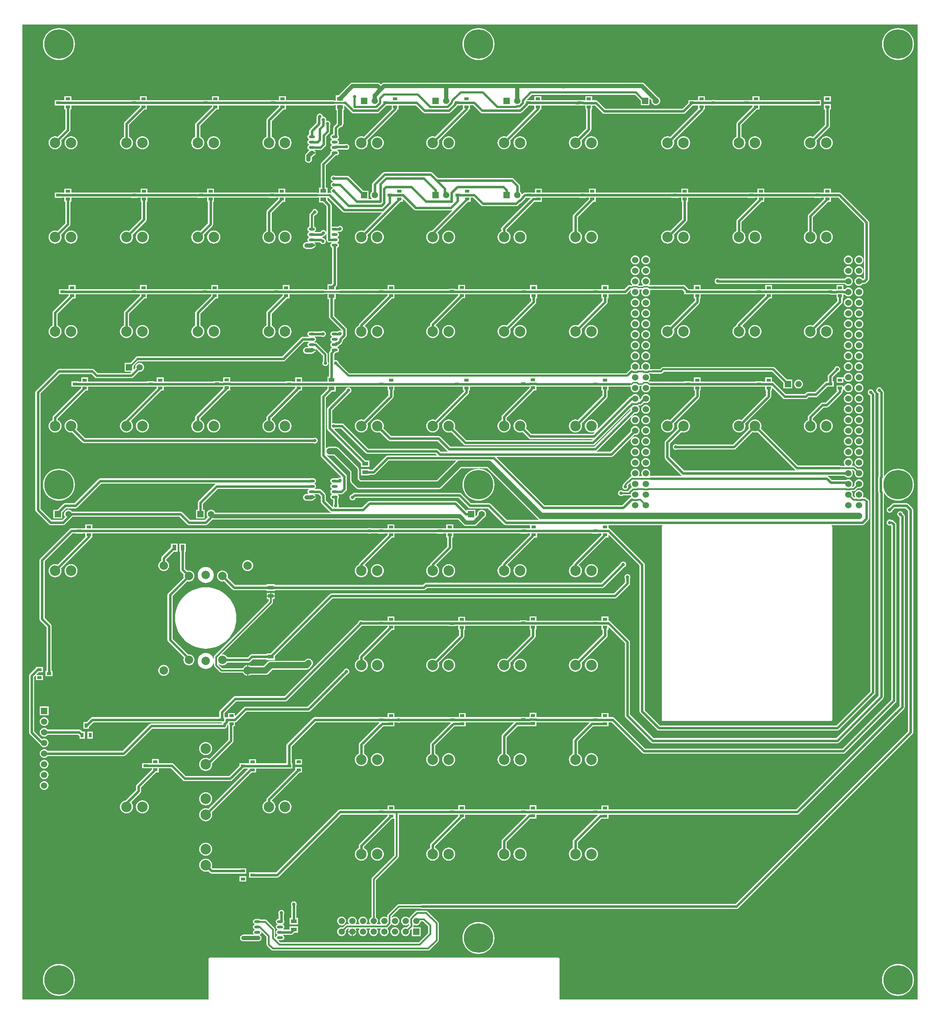
<source format=gbr>
%TF.GenerationSoftware,Altium Limited,Altium Designer,20.2.5 (213)*%
G04 Layer_Physical_Order=1*
G04 Layer_Color=255*
%FSLAX45Y45*%
%MOMM*%
%TF.SameCoordinates,662F433C-BD6F-4083-8A0F-E7C0AAC1164F*%
%TF.FilePolarity,Positive*%
%TF.FileFunction,Copper,L1,Top,Signal*%
%TF.Part,Single*%
G01*
G75*
%TA.AperFunction,SMDPad,CuDef*%
%ADD10R,1.05000X0.65000*%
%ADD11R,0.65000X1.05000*%
%ADD12R,0.95000X1.40000*%
%ADD13R,1.40000X0.95000*%
%ADD14O,1.45000X0.60000*%
%TA.AperFunction,Conductor*%
%ADD15C,0.60000*%
%ADD16C,0.40000*%
%ADD17C,0.50000*%
%ADD18C,1.00000*%
%ADD19C,1.50000*%
%ADD20C,0.30000*%
%TA.AperFunction,ComponentPad*%
%ADD21C,2.50000*%
%ADD22C,1.50000*%
%ADD23R,1.50000X1.50000*%
%ADD24C,1.52400*%
%ADD25R,1.50000X1.50000*%
%ADD26C,2.00000*%
%TA.AperFunction,ViaPad*%
%ADD27C,7.00000*%
%ADD28C,0.80000*%
%ADD29C,1.50000*%
G36*
X21369414Y30586D02*
X12830586D01*
Y999999D01*
X12828258Y1011704D01*
X12821628Y1021628D01*
X12811703Y1028258D01*
X12799999Y1030586D01*
X4500001D01*
X4488296Y1028258D01*
X4478372Y1021628D01*
X4471742Y1011704D01*
X4469413Y999999D01*
Y30586D01*
X30586D01*
Y23269414D01*
X21369414D01*
Y30586D01*
D02*
G37*
%LPC*%
G36*
X20900000Y23181175D02*
X20840372Y23176482D01*
X20782211Y23162518D01*
X20726950Y23139630D01*
X20675951Y23108377D01*
X20630469Y23069531D01*
X20591623Y23024049D01*
X20560371Y22973050D01*
X20537482Y22917790D01*
X20523518Y22859628D01*
X20518825Y22800000D01*
X20523518Y22740372D01*
X20537482Y22682211D01*
X20560371Y22626950D01*
X20591623Y22575951D01*
X20630469Y22530469D01*
X20675951Y22491623D01*
X20726950Y22460371D01*
X20782211Y22437482D01*
X20840372Y22423518D01*
X20900000Y22418825D01*
X20959628Y22423518D01*
X21017790Y22437482D01*
X21073050Y22460371D01*
X21124049Y22491623D01*
X21169531Y22530469D01*
X21208377Y22575951D01*
X21239630Y22626950D01*
X21262518Y22682211D01*
X21276482Y22740372D01*
X21281175Y22800000D01*
X21276482Y22859628D01*
X21262518Y22917790D01*
X21239630Y22973050D01*
X21208377Y23024049D01*
X21169531Y23069531D01*
X21124049Y23108377D01*
X21073050Y23139630D01*
X21017790Y23162518D01*
X20959628Y23176482D01*
X20900000Y23181175D01*
D02*
G37*
G36*
X10900000D02*
X10840371Y23176482D01*
X10782211Y23162518D01*
X10726950Y23139630D01*
X10675951Y23108377D01*
X10630469Y23069531D01*
X10591623Y23024049D01*
X10560371Y22973050D01*
X10537481Y22917790D01*
X10523518Y22859628D01*
X10518825Y22800000D01*
X10523518Y22740372D01*
X10537481Y22682211D01*
X10560371Y22626950D01*
X10591623Y22575951D01*
X10630469Y22530469D01*
X10675951Y22491623D01*
X10726950Y22460371D01*
X10782211Y22437482D01*
X10840371Y22423518D01*
X10900000Y22418825D01*
X10959629Y22423518D01*
X11017789Y22437482D01*
X11073050Y22460371D01*
X11124049Y22491623D01*
X11169531Y22530469D01*
X11208377Y22575951D01*
X11239630Y22626950D01*
X11262519Y22682211D01*
X11276482Y22740372D01*
X11281175Y22800000D01*
X11276482Y22859628D01*
X11262519Y22917790D01*
X11239630Y22973050D01*
X11208377Y23024049D01*
X11169531Y23069531D01*
X11124049Y23108377D01*
X11073050Y23139630D01*
X11017789Y23162518D01*
X10959629Y23176482D01*
X10900000Y23181175D01*
D02*
G37*
G36*
X900000D02*
X840371Y23176482D01*
X782211Y23162518D01*
X726950Y23139630D01*
X675951Y23108377D01*
X630469Y23069531D01*
X591623Y23024049D01*
X560370Y22973050D01*
X537481Y22917790D01*
X523518Y22859628D01*
X518825Y22800000D01*
X523518Y22740372D01*
X537481Y22682211D01*
X560370Y22626950D01*
X591623Y22575951D01*
X630469Y22530469D01*
X675951Y22491623D01*
X726950Y22460371D01*
X782211Y22437482D01*
X840371Y22423518D01*
X900000Y22418825D01*
X959629Y22423518D01*
X1017789Y22437482D01*
X1073050Y22460371D01*
X1124049Y22491623D01*
X1169531Y22530469D01*
X1208377Y22575951D01*
X1239629Y22626950D01*
X1262519Y22682211D01*
X1276482Y22740372D01*
X1281175Y22800000D01*
X1276482Y22859628D01*
X1262519Y22917790D01*
X1239629Y22973050D01*
X1208377Y23024049D01*
X1169531Y23069531D01*
X1124049Y23108377D01*
X1073050Y23139630D01*
X1017789Y23162518D01*
X959629Y23176482D01*
X900000Y23181175D01*
D02*
G37*
G36*
X14800000Y21880690D02*
X12923502Y21880690D01*
X12923500Y21880690D01*
X11827000D01*
X10127002Y21880690D01*
X10127000Y21880690D01*
X8652000D01*
X8631116Y21877940D01*
X8611655Y21869881D01*
X8594943Y21857057D01*
X8576000Y21838113D01*
X8557057Y21857057D01*
X8540345Y21869881D01*
X8520884Y21877940D01*
X8500000Y21880690D01*
X7900000D01*
X7879116Y21877940D01*
X7859655Y21869881D01*
X7842943Y21857057D01*
X7563387Y21577499D01*
X7500000D01*
Y21450980D01*
X7481701D01*
X7473411Y21456519D01*
X7450000Y21461176D01*
X6312500D01*
Y21557500D01*
X6147500D01*
Y21461176D01*
X6082500D01*
Y21462500D01*
X5917500D01*
Y21461176D01*
X4712500D01*
Y21557500D01*
X4547500D01*
Y21461176D01*
X4482500D01*
Y21462500D01*
X4317500D01*
Y21461176D01*
X2997500D01*
Y21557500D01*
X2832500D01*
Y21461176D01*
X2767500D01*
Y21462500D01*
X2602500D01*
Y21461176D01*
X1197500Y21461176D01*
Y21557500D01*
X1032500D01*
Y21461176D01*
X967500D01*
Y21462500D01*
X802500D01*
Y21337500D01*
X967500D01*
Y21338824D01*
X1032500D01*
Y21242500D01*
X1053825D01*
Y20780341D01*
X867897Y20594412D01*
X840385Y20602757D01*
X810000Y20605750D01*
X779615Y20602757D01*
X750397Y20593893D01*
X723470Y20579501D01*
X699868Y20560132D01*
X680499Y20536530D01*
X666106Y20509602D01*
X657243Y20480385D01*
X654250Y20450000D01*
X657243Y20419615D01*
X666106Y20390398D01*
X680499Y20363470D01*
X699868Y20339868D01*
X723470Y20320499D01*
X750397Y20306107D01*
X779615Y20297243D01*
X810000Y20294250D01*
X840385Y20297243D01*
X869603Y20306107D01*
X896530Y20320499D01*
X920132Y20339868D01*
X939501Y20363470D01*
X953894Y20390398D01*
X962757Y20419615D01*
X965750Y20450000D01*
X962757Y20480385D01*
X954412Y20507896D01*
X1158258Y20711743D01*
X1171519Y20731589D01*
X1176175Y20755000D01*
Y21242500D01*
X1197500D01*
Y21338824D01*
X2602500Y21338824D01*
Y21337500D01*
X2767500D01*
Y21338824D01*
X2832500D01*
Y21309015D01*
X2466743Y20943259D01*
X2453481Y20923412D01*
X2448825Y20900000D01*
Y20593054D01*
X2423470Y20579501D01*
X2399868Y20560132D01*
X2380499Y20536530D01*
X2366106Y20509602D01*
X2357243Y20480385D01*
X2354250Y20450000D01*
X2357243Y20419615D01*
X2366106Y20390398D01*
X2380499Y20363470D01*
X2399868Y20339868D01*
X2423470Y20320499D01*
X2450397Y20306107D01*
X2479615Y20297243D01*
X2510000Y20294250D01*
X2540385Y20297243D01*
X2569603Y20306107D01*
X2596530Y20320499D01*
X2620132Y20339868D01*
X2639501Y20363470D01*
X2653894Y20390398D01*
X2662757Y20419615D01*
X2665750Y20450000D01*
X2662757Y20480385D01*
X2653894Y20509602D01*
X2639501Y20536530D01*
X2620132Y20560132D01*
X2596530Y20579501D01*
X2571175Y20593054D01*
Y20874661D01*
X2939015Y21242500D01*
X2997500D01*
Y21338824D01*
X4317500D01*
Y21337500D01*
X4482500D01*
Y21338824D01*
X4547500D01*
Y21309015D01*
X4166743Y20928258D01*
X4153481Y20908411D01*
X4148825Y20885001D01*
Y20593054D01*
X4123470Y20579501D01*
X4099868Y20560132D01*
X4080499Y20536530D01*
X4066106Y20509602D01*
X4057243Y20480385D01*
X4054250Y20450000D01*
X4057243Y20419615D01*
X4066106Y20390398D01*
X4080499Y20363470D01*
X4099868Y20339868D01*
X4123470Y20320499D01*
X4150397Y20306107D01*
X4179615Y20297243D01*
X4210000Y20294250D01*
X4240385Y20297243D01*
X4269603Y20306107D01*
X4296530Y20320499D01*
X4320132Y20339868D01*
X4339502Y20363470D01*
X4353895Y20390398D01*
X4362758Y20419615D01*
X4365750Y20450000D01*
X4362758Y20480385D01*
X4353895Y20509602D01*
X4339502Y20536530D01*
X4320132Y20560132D01*
X4296530Y20579501D01*
X4271176Y20593054D01*
Y20859660D01*
X4654015Y21242500D01*
X4712500D01*
Y21338824D01*
X5917500D01*
Y21337500D01*
X6082500D01*
Y21338824D01*
X6147500D01*
Y21309015D01*
X5866743Y21028258D01*
X5853481Y21008411D01*
X5848825Y20985001D01*
Y20593054D01*
X5823470Y20579501D01*
X5799868Y20560132D01*
X5780499Y20536530D01*
X5766106Y20509602D01*
X5757243Y20480385D01*
X5754250Y20450000D01*
X5757243Y20419615D01*
X5766106Y20390398D01*
X5780499Y20363470D01*
X5799868Y20339868D01*
X5823470Y20320499D01*
X5850397Y20306107D01*
X5879615Y20297243D01*
X5910000Y20294250D01*
X5940385Y20297243D01*
X5969603Y20306107D01*
X5996530Y20320499D01*
X6020132Y20339868D01*
X6039502Y20363470D01*
X6053894Y20390398D01*
X6062757Y20419615D01*
X6065750Y20450000D01*
X6062757Y20480385D01*
X6053894Y20509602D01*
X6039502Y20536530D01*
X6020132Y20560132D01*
X5996530Y20579501D01*
X5971176Y20593054D01*
Y20959660D01*
X6254015Y21242500D01*
X6312500D01*
Y21338824D01*
X7450000D01*
X7473411Y21343481D01*
X7481701Y21349020D01*
X7500000D01*
Y21222501D01*
X7519310D01*
Y20905824D01*
X7456743Y20843259D01*
X7443481Y20823412D01*
X7438825Y20800000D01*
Y20651675D01*
X7430000D01*
X7406589Y20647018D01*
X7386742Y20633759D01*
X7373481Y20613911D01*
X7368824Y20590500D01*
X7373481Y20567088D01*
X7386742Y20547243D01*
X7406589Y20533981D01*
X7409137Y20533475D01*
Y20520526D01*
X7406589Y20520020D01*
X7386742Y20506758D01*
X7373481Y20486911D01*
X7368824Y20463499D01*
X7373481Y20440089D01*
X7386742Y20420242D01*
X7406589Y20406981D01*
X7409137Y20406474D01*
Y20393526D01*
X7406589Y20393019D01*
X7386742Y20379758D01*
X7373481Y20359911D01*
X7368824Y20336501D01*
X7373481Y20313089D01*
X7386742Y20293243D01*
X7406589Y20279980D01*
X7409137Y20279475D01*
Y20266525D01*
X7406589Y20266019D01*
X7386742Y20252757D01*
X7373481Y20232912D01*
X7368824Y20209500D01*
X7371672Y20195187D01*
X7156743Y19980258D01*
X7143481Y19960411D01*
X7138825Y19937000D01*
Y19377499D01*
X7100000D01*
Y19250980D01*
X7081701D01*
X7073411Y19256519D01*
X7050000Y19261176D01*
X6297500D01*
Y19357500D01*
X6132500D01*
Y19261176D01*
X6067500D01*
Y19262500D01*
X5902500D01*
Y19261176D01*
X4597500D01*
Y19357500D01*
X4432500D01*
Y19261176D01*
X4367500D01*
Y19262500D01*
X4202500D01*
Y19261176D01*
X3012500D01*
Y19357500D01*
X2847500D01*
Y19261176D01*
X2782500D01*
Y19262500D01*
X2617500D01*
Y19261176D01*
X1197500Y19261176D01*
Y19357500D01*
X1032500D01*
Y19261176D01*
X967500D01*
Y19262500D01*
X802500D01*
Y19137500D01*
X967500D01*
Y19138824D01*
X1032500D01*
Y19042500D01*
X1053825D01*
Y18530339D01*
X867897Y18344412D01*
X840385Y18352757D01*
X810000Y18355750D01*
X779615Y18352757D01*
X750397Y18343893D01*
X723470Y18329501D01*
X699868Y18310132D01*
X680499Y18286530D01*
X666106Y18259602D01*
X657243Y18230385D01*
X654250Y18200000D01*
X657243Y18169615D01*
X666106Y18140398D01*
X680499Y18113470D01*
X699868Y18089868D01*
X723470Y18070499D01*
X750397Y18056107D01*
X779615Y18047243D01*
X810000Y18044250D01*
X840385Y18047243D01*
X869603Y18056107D01*
X896530Y18070499D01*
X920132Y18089868D01*
X939502Y18113470D01*
X953894Y18140398D01*
X962758Y18169615D01*
X965750Y18200000D01*
X962758Y18230385D01*
X954412Y18257896D01*
X1158258Y18461742D01*
X1171519Y18481589D01*
X1176175Y18505000D01*
Y19042500D01*
X1197500D01*
Y19138824D01*
X2617500Y19138824D01*
Y19137500D01*
X2782500D01*
Y19138824D01*
X2847500D01*
Y19042500D01*
X2868825D01*
Y18645338D01*
X2567897Y18344412D01*
X2540385Y18352757D01*
X2510000Y18355750D01*
X2479615Y18352757D01*
X2450397Y18343893D01*
X2423470Y18329501D01*
X2399868Y18310132D01*
X2380499Y18286530D01*
X2366106Y18259602D01*
X2357243Y18230385D01*
X2354250Y18200000D01*
X2357243Y18169615D01*
X2366106Y18140398D01*
X2380499Y18113470D01*
X2399868Y18089868D01*
X2423470Y18070499D01*
X2450397Y18056107D01*
X2479615Y18047243D01*
X2510000Y18044250D01*
X2540385Y18047243D01*
X2569603Y18056107D01*
X2596530Y18070499D01*
X2620132Y18089868D01*
X2639501Y18113470D01*
X2653894Y18140398D01*
X2662757Y18169615D01*
X2665750Y18200000D01*
X2662757Y18230385D01*
X2654412Y18257896D01*
X2973257Y18576743D01*
X2986519Y18596590D01*
X2991175Y18620000D01*
Y19042500D01*
X3012500D01*
Y19138824D01*
X4202500D01*
Y19137500D01*
X4367500D01*
Y19138824D01*
X4432500D01*
Y19042500D01*
X4453825D01*
Y18530339D01*
X4267897Y18344412D01*
X4240385Y18352757D01*
X4210000Y18355750D01*
X4179615Y18352757D01*
X4150397Y18343893D01*
X4123470Y18329501D01*
X4099868Y18310132D01*
X4080499Y18286530D01*
X4066106Y18259602D01*
X4057243Y18230385D01*
X4054250Y18200000D01*
X4057243Y18169615D01*
X4066106Y18140398D01*
X4080499Y18113470D01*
X4099868Y18089868D01*
X4123470Y18070499D01*
X4150397Y18056107D01*
X4179615Y18047243D01*
X4210000Y18044250D01*
X4240385Y18047243D01*
X4269603Y18056107D01*
X4296530Y18070499D01*
X4320132Y18089868D01*
X4339502Y18113470D01*
X4353895Y18140398D01*
X4362758Y18169615D01*
X4365750Y18200000D01*
X4362758Y18230385D01*
X4354412Y18257896D01*
X4558258Y18461742D01*
X4571519Y18481589D01*
X4576176Y18505000D01*
Y19042500D01*
X4597500D01*
Y19138824D01*
X5902500D01*
Y19137500D01*
X6067500D01*
Y19138824D01*
X6132500D01*
Y19109015D01*
X5866743Y18843257D01*
X5853481Y18823412D01*
X5848825Y18800000D01*
Y18343054D01*
X5823470Y18329501D01*
X5799868Y18310132D01*
X5780499Y18286530D01*
X5766106Y18259602D01*
X5757243Y18230385D01*
X5754250Y18200000D01*
X5757243Y18169615D01*
X5766106Y18140398D01*
X5780499Y18113470D01*
X5799868Y18089868D01*
X5823470Y18070499D01*
X5850397Y18056107D01*
X5879615Y18047243D01*
X5910000Y18044250D01*
X5940385Y18047243D01*
X5969603Y18056107D01*
X5996530Y18070499D01*
X6020132Y18089868D01*
X6039502Y18113470D01*
X6053894Y18140398D01*
X6062757Y18169615D01*
X6065750Y18200000D01*
X6062757Y18230385D01*
X6053894Y18259602D01*
X6039502Y18286530D01*
X6020132Y18310132D01*
X5996530Y18329501D01*
X5971176Y18343054D01*
Y18774660D01*
X6239015Y19042500D01*
X6297500D01*
Y19138824D01*
X7050000D01*
X7073411Y19143481D01*
X7081701Y19149020D01*
X7100000D01*
Y19022501D01*
X7190985D01*
X7278825Y18934660D01*
Y18427779D01*
Y18325806D01*
X7266125Y18323279D01*
X7261145Y18335303D01*
X7249925Y18349924D01*
X7235302Y18361145D01*
X7218274Y18368198D01*
X7200000Y18370604D01*
X7181727Y18368198D01*
X7164698Y18361145D01*
X7150076Y18349924D01*
X7138855Y18335303D01*
X7134454Y18324675D01*
X7002343D01*
X6998491Y18337375D01*
X7013258Y18347243D01*
X7026519Y18367088D01*
X7031175Y18390500D01*
X7026519Y18413911D01*
X7013258Y18433757D01*
X6993411Y18447018D01*
X6983577Y18448975D01*
Y18704272D01*
X7010021Y18730714D01*
X7018273Y18731802D01*
X7035302Y18738855D01*
X7049924Y18750076D01*
X7061145Y18764697D01*
X7068198Y18781726D01*
X7070604Y18800000D01*
X7068198Y18818274D01*
X7061145Y18835303D01*
X7049924Y18849924D01*
X7035302Y18861145D01*
X7018273Y18868198D01*
X7000000Y18870604D01*
X6981726Y18868198D01*
X6964698Y18861145D01*
X6950076Y18849924D01*
X6938855Y18835303D01*
X6931802Y18818274D01*
X6930715Y18810020D01*
X6887847Y18767152D01*
X6875691Y18748959D01*
X6871423Y18727499D01*
Y18448975D01*
X6861589Y18447018D01*
X6841742Y18433757D01*
X6828481Y18413911D01*
X6823825Y18390500D01*
X6828481Y18367088D01*
X6841742Y18347243D01*
X6861589Y18333981D01*
X6864137Y18333475D01*
Y18320525D01*
X6861589Y18320020D01*
X6841742Y18306757D01*
X6828481Y18286911D01*
X6823825Y18263499D01*
X6828481Y18240089D01*
X6841742Y18220242D01*
X6861589Y18206981D01*
X6864137Y18206474D01*
Y18193526D01*
X6861589Y18193019D01*
X6841742Y18179758D01*
X6828481Y18159911D01*
X6823825Y18136501D01*
X6828481Y18113089D01*
X6841742Y18093242D01*
X6842340Y18092844D01*
X6838653Y18080690D01*
X6800000D01*
X6779116Y18077940D01*
X6759655Y18069881D01*
X6742944Y18057057D01*
X6730120Y18040344D01*
X6722059Y18020885D01*
X6719310Y18000000D01*
X6722059Y17979115D01*
X6730120Y17959656D01*
X6742944Y17942944D01*
X6759655Y17930119D01*
X6779116Y17922060D01*
X6800000Y17919310D01*
X6918000D01*
X6938884Y17922060D01*
X6958345Y17930119D01*
X6975057Y17942944D01*
X6984557Y17952443D01*
X6987696Y17956535D01*
X6991616Y17957314D01*
X7009941Y17969559D01*
X7022186Y17987885D01*
X7023959Y17996802D01*
X6927500D01*
Y18022202D01*
X7023959D01*
X7022186Y18031116D01*
X7009941Y18049442D01*
X6991616Y18061685D01*
X6992479Y18074463D01*
X6992836Y18075325D01*
X7126738D01*
X7128983Y18069904D01*
X7140203Y18055281D01*
X7154826Y18044061D01*
X7171854Y18037009D01*
X7190128Y18034602D01*
X7208401Y18037009D01*
X7225430Y18044061D01*
X7240052Y18055281D01*
X7251272Y18069904D01*
X7258326Y18086932D01*
X7260731Y18105206D01*
X7258326Y18123479D01*
X7251272Y18140508D01*
X7240052Y18155130D01*
X7225430Y18166350D01*
X7208401Y18173404D01*
X7202218Y18174219D01*
X7196679Y18179758D01*
X7177975Y18192255D01*
X7177576Y18196748D01*
X7179316Y18205470D01*
X7186911Y18206981D01*
X7206757Y18220242D01*
X7218348Y18231833D01*
X7235302Y18238855D01*
X7249925Y18250076D01*
X7261145Y18264697D01*
X7266125Y18276721D01*
X7278825Y18274194D01*
Y18136501D01*
X7283481Y18113089D01*
X7296743Y18093242D01*
X7316589Y18079980D01*
X7340000Y18075325D01*
X7397657D01*
X7401509Y18062625D01*
X7386742Y18052757D01*
X7373481Y18032912D01*
X7368824Y18009500D01*
X7373481Y17986089D01*
X7386742Y17966241D01*
X7406589Y17952982D01*
X7411325Y17952039D01*
Y17097839D01*
X7390985Y17077499D01*
X7300000D01*
Y16950980D01*
X7231701D01*
X7223411Y16956519D01*
X7200000Y16961176D01*
X6397500D01*
Y17057500D01*
X6232500D01*
Y16961176D01*
X6167500D01*
Y16962500D01*
X6002500D01*
Y16961176D01*
X4697500D01*
Y17057500D01*
X4532500D01*
Y16961176D01*
X4467500D01*
Y16962500D01*
X4302500D01*
Y16961176D01*
X2997500D01*
Y17057500D01*
X2832500D01*
Y16961176D01*
X2767500D01*
Y16962500D01*
X2602500D01*
Y16961176D01*
X1297500D01*
Y17057500D01*
X1132500D01*
Y16961176D01*
X1067500D01*
Y16962500D01*
X902500D01*
Y16837500D01*
X1067500D01*
Y16838824D01*
X1132500D01*
Y16809015D01*
X766743Y16443257D01*
X753481Y16423412D01*
X748825Y16400000D01*
Y16093054D01*
X723470Y16079501D01*
X699868Y16060132D01*
X680499Y16036530D01*
X666106Y16009602D01*
X657243Y15980385D01*
X654250Y15950000D01*
X657243Y15919615D01*
X666106Y15890398D01*
X680499Y15863470D01*
X699868Y15839868D01*
X723470Y15820499D01*
X750397Y15806107D01*
X779615Y15797243D01*
X810000Y15794250D01*
X840385Y15797243D01*
X869603Y15806107D01*
X896530Y15820499D01*
X920132Y15839868D01*
X939502Y15863470D01*
X953894Y15890398D01*
X962758Y15919615D01*
X965750Y15950000D01*
X962758Y15980385D01*
X953894Y16009602D01*
X939502Y16036530D01*
X920132Y16060132D01*
X896530Y16079501D01*
X871176Y16093054D01*
Y16374660D01*
X1239015Y16742500D01*
X1297500D01*
Y16838824D01*
X2602500D01*
Y16837500D01*
X2767500D01*
Y16838824D01*
X2832500D01*
Y16809015D01*
X2466743Y16443257D01*
X2453481Y16423412D01*
X2448825Y16400000D01*
Y16093054D01*
X2423470Y16079501D01*
X2399868Y16060132D01*
X2380499Y16036530D01*
X2366106Y16009602D01*
X2357243Y15980385D01*
X2354250Y15950000D01*
X2357243Y15919615D01*
X2366106Y15890398D01*
X2380499Y15863470D01*
X2399868Y15839868D01*
X2423470Y15820499D01*
X2450397Y15806107D01*
X2479615Y15797243D01*
X2510000Y15794250D01*
X2540385Y15797243D01*
X2569603Y15806107D01*
X2596530Y15820499D01*
X2620132Y15839868D01*
X2639501Y15863470D01*
X2653894Y15890398D01*
X2662757Y15919615D01*
X2665750Y15950000D01*
X2662757Y15980385D01*
X2653894Y16009602D01*
X2639501Y16036530D01*
X2620132Y16060132D01*
X2596530Y16079501D01*
X2571175Y16093054D01*
Y16374660D01*
X2939015Y16742500D01*
X2997500D01*
Y16838824D01*
X4302500D01*
Y16837500D01*
X4467500D01*
Y16838824D01*
X4532500D01*
Y16809015D01*
X4166743Y16443259D01*
X4153481Y16423412D01*
X4148825Y16400000D01*
Y16093054D01*
X4123470Y16079501D01*
X4099868Y16060132D01*
X4080499Y16036530D01*
X4066106Y16009602D01*
X4057243Y15980385D01*
X4054250Y15950000D01*
X4057243Y15919615D01*
X4066106Y15890398D01*
X4080499Y15863470D01*
X4099868Y15839868D01*
X4123470Y15820499D01*
X4150397Y15806107D01*
X4179615Y15797243D01*
X4210000Y15794250D01*
X4240385Y15797243D01*
X4269603Y15806107D01*
X4296530Y15820499D01*
X4320132Y15839868D01*
X4339502Y15863470D01*
X4353895Y15890398D01*
X4362758Y15919615D01*
X4365750Y15950000D01*
X4362758Y15980385D01*
X4353895Y16009602D01*
X4339502Y16036530D01*
X4320132Y16060132D01*
X4296530Y16079501D01*
X4271176Y16093054D01*
Y16374661D01*
X4639015Y16742500D01*
X4697500D01*
Y16838824D01*
X6002500D01*
Y16837500D01*
X6167500D01*
Y16838824D01*
X6232500D01*
Y16809015D01*
X5866743Y16443257D01*
X5853481Y16423412D01*
X5848825Y16400000D01*
Y16093054D01*
X5823470Y16079501D01*
X5799868Y16060132D01*
X5780499Y16036530D01*
X5766106Y16009602D01*
X5757243Y15980385D01*
X5754250Y15950000D01*
X5757243Y15919615D01*
X5766106Y15890398D01*
X5780499Y15863470D01*
X5799868Y15839868D01*
X5823470Y15820499D01*
X5850397Y15806107D01*
X5879615Y15797243D01*
X5910000Y15794250D01*
X5940385Y15797243D01*
X5969603Y15806107D01*
X5996530Y15820499D01*
X6020132Y15839868D01*
X6039502Y15863470D01*
X6053894Y15890398D01*
X6062757Y15919615D01*
X6065750Y15950000D01*
X6062757Y15980385D01*
X6053894Y16009602D01*
X6039502Y16036530D01*
X6020132Y16060132D01*
X5996530Y16079501D01*
X5971176Y16093054D01*
Y16374660D01*
X6339015Y16742500D01*
X6397500D01*
Y16838824D01*
X7200000D01*
X7223411Y16843481D01*
X7231701Y16849020D01*
X7300000D01*
Y16722501D01*
X7338825D01*
Y16300000D01*
X7343481Y16276588D01*
X7356742Y16256743D01*
X7629854Y15983630D01*
X7629288Y15978970D01*
X7615563Y15970909D01*
X7615518Y15970914D01*
X7597289Y15973315D01*
X7579016Y15970909D01*
X7561987Y15963855D01*
X7547365Y15952635D01*
X7546628Y15951675D01*
X7430000D01*
X7406589Y15947018D01*
X7386742Y15933759D01*
X7373481Y15913911D01*
X7368824Y15890500D01*
X7373481Y15867088D01*
X7386742Y15847243D01*
X7406589Y15833981D01*
X7409137Y15833475D01*
Y15820526D01*
X7406589Y15820020D01*
X7386742Y15806758D01*
X7373481Y15786911D01*
X7368824Y15763499D01*
X7373481Y15740089D01*
X7386742Y15720242D01*
X7406589Y15706981D01*
X7409137Y15706474D01*
Y15693526D01*
X7406589Y15693019D01*
X7386742Y15679758D01*
X7373481Y15659911D01*
X7368824Y15636501D01*
X7373481Y15613089D01*
X7386742Y15593243D01*
X7406589Y15579980D01*
X7409137Y15579475D01*
Y15566525D01*
X7406589Y15566019D01*
X7386742Y15552757D01*
X7373481Y15532912D01*
X7368824Y15509500D01*
X7371672Y15495187D01*
X7356742Y15480258D01*
X7343481Y15460411D01*
X7338825Y15437000D01*
Y14877499D01*
X7300000D01*
Y14761176D01*
X6697500D01*
Y14857500D01*
X6532500D01*
Y14761176D01*
X6467500D01*
Y14762500D01*
X6302500D01*
Y14761176D01*
X4989921D01*
X4982500Y14762651D01*
Y14862500D01*
X4817500D01*
Y14762651D01*
X4810079Y14761176D01*
X4752500D01*
Y14767500D01*
X4587500D01*
Y14761176D01*
X3397500D01*
Y14857500D01*
X3232500D01*
Y14761176D01*
X3167500D01*
Y14762500D01*
X3002500D01*
Y14761176D01*
X1597500D01*
Y14857500D01*
X1432500D01*
Y14761176D01*
X1367500D01*
Y14762500D01*
X1202500D01*
Y14637500D01*
X1367500D01*
Y14638824D01*
X1432500D01*
Y14609015D01*
X766743Y13943259D01*
X753481Y13923412D01*
X748825Y13900000D01*
Y13843054D01*
X723470Y13829501D01*
X699868Y13810132D01*
X680499Y13786530D01*
X666106Y13759602D01*
X657243Y13730385D01*
X654250Y13700000D01*
X657243Y13669615D01*
X666106Y13640398D01*
X680499Y13613470D01*
X699868Y13589868D01*
X723470Y13570499D01*
X750397Y13556107D01*
X779615Y13547243D01*
X810000Y13544250D01*
X840385Y13547243D01*
X869603Y13556107D01*
X896530Y13570499D01*
X920132Y13589868D01*
X939502Y13613470D01*
X953894Y13640398D01*
X962758Y13669615D01*
X965750Y13700000D01*
X962758Y13730385D01*
X953894Y13759602D01*
X939502Y13786530D01*
X920132Y13810132D01*
X896530Y13829501D01*
X871176Y13843054D01*
Y13874661D01*
X1539015Y14542500D01*
X1597500D01*
Y14638824D01*
X3002500D01*
Y14637500D01*
X3167500D01*
Y14638824D01*
X3232500D01*
Y14609015D01*
X2474774Y13851289D01*
X2450397Y13843893D01*
X2423470Y13829501D01*
X2399868Y13810132D01*
X2380499Y13786530D01*
X2366106Y13759602D01*
X2357243Y13730385D01*
X2354250Y13700000D01*
X2357243Y13669615D01*
X2366106Y13640398D01*
X2380499Y13613470D01*
X2399868Y13589868D01*
X2423470Y13570499D01*
X2450397Y13556107D01*
X2479615Y13547243D01*
X2510000Y13544250D01*
X2540385Y13547243D01*
X2569603Y13556107D01*
X2596530Y13570499D01*
X2620132Y13589868D01*
X2639501Y13613470D01*
X2653894Y13640398D01*
X2662757Y13669615D01*
X2665750Y13700000D01*
X2662757Y13730385D01*
X2653894Y13759602D01*
X2639501Y13786530D01*
X2620132Y13810132D01*
X2620035Y13810213D01*
X2619412Y13822897D01*
X3339015Y14542500D01*
X3397500D01*
Y14638824D01*
X4817500D01*
Y14604015D01*
X4166743Y13953258D01*
X4153481Y13933411D01*
X4148825Y13910001D01*
Y13843054D01*
X4123470Y13829501D01*
X4099868Y13810132D01*
X4080499Y13786530D01*
X4066106Y13759602D01*
X4057243Y13730385D01*
X4054250Y13700000D01*
X4057243Y13669615D01*
X4066106Y13640398D01*
X4080499Y13613470D01*
X4099868Y13589868D01*
X4123470Y13570499D01*
X4150397Y13556107D01*
X4179615Y13547243D01*
X4210000Y13544250D01*
X4240385Y13547243D01*
X4269603Y13556107D01*
X4296530Y13570499D01*
X4320132Y13589868D01*
X4339502Y13613470D01*
X4353895Y13640398D01*
X4362758Y13669615D01*
X4365750Y13700000D01*
X4362758Y13730385D01*
X4353895Y13759602D01*
X4339502Y13786530D01*
X4320132Y13810132D01*
X4296530Y13829501D01*
X4271176Y13843054D01*
Y13884660D01*
X4934015Y14547501D01*
X4982500D01*
Y14638824D01*
X6302500D01*
Y14637500D01*
X6467500D01*
Y14638824D01*
X6532500D01*
Y14609015D01*
X5866743Y13943257D01*
X5853481Y13923412D01*
X5848825Y13900000D01*
Y13843054D01*
X5823470Y13829501D01*
X5799868Y13810132D01*
X5780499Y13786530D01*
X5766106Y13759602D01*
X5757243Y13730385D01*
X5754250Y13700000D01*
X5757243Y13669615D01*
X5766106Y13640398D01*
X5780499Y13613470D01*
X5799868Y13589868D01*
X5823470Y13570499D01*
X5850397Y13556107D01*
X5879615Y13547243D01*
X5910000Y13544250D01*
X5940385Y13547243D01*
X5969603Y13556107D01*
X5996530Y13570499D01*
X6020132Y13589868D01*
X6039502Y13613470D01*
X6053894Y13640398D01*
X6062757Y13669615D01*
X6065750Y13700000D01*
X6062757Y13730385D01*
X6053894Y13759602D01*
X6039502Y13786530D01*
X6020132Y13810132D01*
X5996530Y13829501D01*
X5971176Y13843054D01*
Y13874660D01*
X6639015Y14542500D01*
X6697500D01*
Y14638824D01*
X7300000D01*
Y14586514D01*
X7156743Y14443259D01*
X7143481Y14423412D01*
X7138825Y14400000D01*
Y13000000D01*
X7143481Y12976588D01*
X7156743Y12956741D01*
X7630405Y12483080D01*
X7629822Y12477161D01*
X7620046Y12469574D01*
X7616204Y12468471D01*
X7600000Y12470604D01*
X7581727Y12468198D01*
X7564698Y12461145D01*
X7552357Y12451675D01*
X7430000D01*
X7406589Y12447019D01*
X7386742Y12433757D01*
X7373481Y12413911D01*
X7368824Y12390500D01*
X7373481Y12367089D01*
X7386742Y12347243D01*
X7406589Y12333981D01*
X7409137Y12333474D01*
Y12320526D01*
X7406589Y12320019D01*
X7386742Y12306757D01*
X7373481Y12286911D01*
X7368824Y12263500D01*
X7373481Y12240089D01*
X7386742Y12220243D01*
X7406589Y12206981D01*
X7409137Y12206474D01*
Y12193526D01*
X7406589Y12193019D01*
X7386742Y12179757D01*
X7373481Y12159911D01*
X7368824Y12136500D01*
X7373481Y12113089D01*
X7386742Y12093243D01*
X7406589Y12079981D01*
X7409137Y12079474D01*
Y12066526D01*
X7406589Y12066019D01*
X7386742Y12052757D01*
X7373481Y12032911D01*
X7368824Y12009500D01*
X7373481Y11986089D01*
X7386742Y11966243D01*
X7406589Y11952981D01*
X7430000Y11948325D01*
X7438825D01*
Y11835228D01*
X7431802Y11818274D01*
X7429396Y11800000D01*
X7431529Y11783796D01*
X7430427Y11779955D01*
X7422839Y11770178D01*
X7416920Y11769595D01*
X7261175Y11925339D01*
Y12050000D01*
X7256519Y12073411D01*
X7243258Y12093258D01*
X7156758Y12179757D01*
X7136911Y12193019D01*
X7113500Y12197675D01*
X7002343D01*
X6998491Y12210375D01*
X7013258Y12220243D01*
X7026519Y12240089D01*
X7031175Y12263500D01*
X7026519Y12286911D01*
X7013258Y12306757D01*
X6993411Y12320019D01*
X6990863Y12320526D01*
Y12333474D01*
X6993411Y12333981D01*
X7013258Y12347243D01*
X7026519Y12367089D01*
X7031175Y12390500D01*
X7026519Y12413911D01*
X7013258Y12433757D01*
X6993411Y12447019D01*
X6970000Y12451675D01*
X1888500D01*
X1865089Y12447019D01*
X1845242Y12433757D01*
X1272660Y11861175D01*
X1050000D01*
X1026589Y11856519D01*
X1006742Y11843257D01*
X868485Y11705000D01*
X768000D01*
Y11495000D01*
X978000D01*
Y11641485D01*
X1075339Y11738825D01*
X1298000D01*
X1321411Y11743481D01*
X1341257Y11756743D01*
X1913839Y12329325D01*
X4631157D01*
X4635009Y12316625D01*
X4620242Y12306757D01*
X4229743Y11916258D01*
X4216481Y11896411D01*
X4211825Y11873000D01*
Y11705000D01*
X4168000D01*
Y11495000D01*
X4378000D01*
Y11705000D01*
X4334175D01*
Y11847661D01*
X4688839Y12202324D01*
X6852657Y12202325D01*
X6856509Y12189625D01*
X6841742Y12179757D01*
X6828481Y12159911D01*
X6823825Y12136500D01*
X6828481Y12113089D01*
X6841742Y12093243D01*
X6842340Y12092843D01*
X6838653Y12080690D01*
X6800000D01*
X6779116Y12077941D01*
X6759655Y12069880D01*
X6742944Y12057056D01*
X6730120Y12040345D01*
X6722059Y12020884D01*
X6719310Y12000000D01*
X6722059Y11979116D01*
X6730120Y11959655D01*
X6742944Y11942943D01*
X6759655Y11930120D01*
X6779116Y11922059D01*
X6800000Y11919310D01*
X6918000D01*
X6938884Y11922059D01*
X6958345Y11930120D01*
X6975056Y11942943D01*
X6984557Y11952443D01*
X6987696Y11956535D01*
X6991616Y11957314D01*
X7009941Y11969559D01*
X7022186Y11987884D01*
X7023959Y11996800D01*
X6927500D01*
Y12022200D01*
X7023959D01*
X7022186Y12031116D01*
X7009941Y12049441D01*
X6991616Y12061686D01*
X6992479Y12074463D01*
X6992836Y12075325D01*
X7088161D01*
X7138825Y12024660D01*
Y11900000D01*
X7143481Y11876589D01*
X7156743Y11856742D01*
X7356742Y11656742D01*
X7376589Y11643481D01*
X7377047Y11643390D01*
X7375796Y11630690D01*
X4627939Y11630690D01*
X4618717Y11652953D01*
X4601887Y11674887D01*
X4579953Y11691717D01*
X4554411Y11702297D01*
X4527000Y11705906D01*
X4499590Y11702297D01*
X4474047Y11691717D01*
X4452113Y11674887D01*
X4435283Y11652953D01*
X4424703Y11627410D01*
X4421094Y11600000D01*
X4424703Y11572590D01*
X4435283Y11547047D01*
X4446245Y11532761D01*
X4374660Y11461175D01*
X4025339D01*
X3843257Y11643257D01*
X3823411Y11656519D01*
X3800000Y11661175D01*
X1212408D01*
X1201887Y11674887D01*
X1179953Y11691717D01*
X1154410Y11702297D01*
X1127000Y11705906D01*
X1099590Y11702297D01*
X1074047Y11691717D01*
X1052113Y11674887D01*
X1035283Y11652953D01*
X1024703Y11627410D01*
X1021094Y11600000D01*
X1024703Y11572590D01*
X1035283Y11547047D01*
X1046245Y11532760D01*
X974660Y11461175D01*
X725340D01*
X461175Y11725340D01*
Y14474660D01*
X925340Y14938824D01*
X1674661D01*
X1756743Y14856741D01*
X1776589Y14843481D01*
X1800000Y14838824D01*
X2627000D01*
X2650411Y14843481D01*
X2670257Y14856741D01*
X2809865Y14996350D01*
X2827000Y14994093D01*
X2854410Y14997704D01*
X2879953Y15008282D01*
X2901887Y15025113D01*
X2918717Y15047047D01*
X2929297Y15072591D01*
X2932906Y15100000D01*
X2929297Y15127409D01*
X2918717Y15152953D01*
X2901887Y15174887D01*
X2879953Y15191718D01*
X2854410Y15202296D01*
X2827000Y15205907D01*
X2799590Y15202296D01*
X2774047Y15191718D01*
X2752113Y15174887D01*
X2735283Y15152953D01*
X2724703Y15127409D01*
X2721094Y15100000D01*
X2723350Y15082864D01*
X2689733Y15049248D01*
X2678000Y15054108D01*
Y15132904D01*
X2783385Y15238290D01*
X6249465D01*
X6272876Y15242946D01*
X6292722Y15256207D01*
X6738839Y15702325D01*
X6852657D01*
X6856509Y15689626D01*
X6841742Y15679758D01*
X6828481Y15659911D01*
X6823825Y15636501D01*
X6828481Y15613089D01*
X6841742Y15593243D01*
X6842340Y15592844D01*
X6838653Y15580690D01*
X6800000D01*
X6779116Y15577940D01*
X6759655Y15569881D01*
X6742944Y15557057D01*
X6730120Y15540344D01*
X6722059Y15520885D01*
X6719310Y15500000D01*
X6722059Y15479115D01*
X6730120Y15459656D01*
X6742944Y15442943D01*
X6759655Y15430119D01*
X6779116Y15422060D01*
X6800000Y15419310D01*
X6918000D01*
X6938884Y15422060D01*
X6958345Y15430119D01*
X6975056Y15442943D01*
X6984557Y15452443D01*
X6987696Y15456535D01*
X6991616Y15457315D01*
X7009941Y15469559D01*
X7022186Y15487885D01*
X7023959Y15496802D01*
X6927500D01*
Y15522202D01*
X7023959D01*
X7022327Y15530408D01*
X7022875Y15531197D01*
X7034425Y15536269D01*
X7193923Y15376772D01*
Y15241907D01*
X7188855Y15235303D01*
X7181802Y15218274D01*
X7179396Y15200000D01*
X7181802Y15181728D01*
X7188855Y15164697D01*
X7200076Y15150076D01*
X7214698Y15138855D01*
X7231726Y15131802D01*
X7250000Y15129396D01*
X7268273Y15131802D01*
X7285302Y15138855D01*
X7299924Y15150076D01*
X7311145Y15164697D01*
X7318198Y15181728D01*
X7320604Y15200000D01*
X7318198Y15218274D01*
X7311145Y15235303D01*
X7306077Y15241907D01*
Y15400000D01*
X7301809Y15421460D01*
X7289653Y15439653D01*
X7053153Y15676154D01*
X7034960Y15688309D01*
X7013500Y15692577D01*
X6994072D01*
X6993411Y15693019D01*
X6990863Y15693526D01*
Y15706474D01*
X6993411Y15706981D01*
X7013258Y15720242D01*
X7026519Y15740089D01*
X7031175Y15763499D01*
X7026519Y15786911D01*
X7013258Y15806758D01*
X6998491Y15816624D01*
X7002343Y15829324D01*
X7171490D01*
X7176977Y15827052D01*
X7195250Y15824646D01*
X7213524Y15827052D01*
X7230552Y15834105D01*
X7245175Y15845326D01*
X7256395Y15859949D01*
X7263448Y15876978D01*
X7265854Y15895250D01*
X7263448Y15913524D01*
X7256395Y15930553D01*
X7245175Y15945175D01*
X7230552Y15956395D01*
X7213524Y15963448D01*
X7195250Y15965854D01*
X7176977Y15963448D01*
X7159948Y15956395D01*
X7153798Y15951675D01*
X6885000D01*
X6861589Y15947018D01*
X6841742Y15933759D01*
X6828481Y15913911D01*
X6823825Y15890500D01*
X6828481Y15867088D01*
X6841742Y15847243D01*
X6856509Y15837375D01*
X6852657Y15824675D01*
X6713500D01*
X6690089Y15820020D01*
X6670242Y15806758D01*
X6224125Y15360640D01*
X2772465D01*
X2749054Y15355984D01*
X2729208Y15342722D01*
X2715946Y15322876D01*
X2714001Y15313097D01*
X2605904Y15205000D01*
X2468000D01*
Y14995000D01*
X2618892D01*
X2623752Y14983267D01*
X2601660Y14961176D01*
X1825340D01*
X1743258Y15043257D01*
X1723411Y15056519D01*
X1700000Y15061176D01*
X900000D01*
X876589Y15056519D01*
X856743Y15043257D01*
X356742Y14543257D01*
X343481Y14523412D01*
X338825Y14500000D01*
Y11700000D01*
X343481Y11676589D01*
X356742Y11656742D01*
X656742Y11356743D01*
X676589Y11343481D01*
X700000Y11338825D01*
X1000000D01*
X1023411Y11343481D01*
X1043258Y11356743D01*
X1225339Y11538825D01*
X3774660D01*
X3956742Y11356743D01*
X3976589Y11343481D01*
X4000000Y11338825D01*
X4400000D01*
X4423411Y11343481D01*
X4443257Y11356743D01*
X4564590Y11478076D01*
X4579116Y11472059D01*
X4600000Y11469309D01*
X9550000Y11469310D01*
X10416577D01*
X10542943Y11342944D01*
X10559655Y11330120D01*
X10579116Y11322059D01*
X10600000Y11319310D01*
X10800000D01*
X10820884Y11322059D01*
X10840345Y11330120D01*
X10857057Y11342944D01*
X11007056Y11492943D01*
X11013643Y11501527D01*
X11029953Y11508283D01*
X11051887Y11525113D01*
X11068717Y11547047D01*
X11079297Y11572590D01*
X11082906Y11600000D01*
X11079297Y11627410D01*
X11068717Y11652953D01*
X11051887Y11674887D01*
X11029953Y11691717D01*
X11004410Y11702297D01*
X10977000Y11705906D01*
X10949589Y11702297D01*
X10924047Y11691717D01*
X10902113Y11674887D01*
X10885283Y11652953D01*
X10874703Y11627410D01*
X10871094Y11600000D01*
X10872815Y11586928D01*
X10839733Y11553846D01*
X10828000Y11558706D01*
Y11705000D01*
X10618000D01*
Y11685109D01*
X10606267Y11680248D01*
X10393258Y11893257D01*
X10373411Y11906519D01*
X10350000Y11911175D01*
X8300000D01*
X8276589Y11906519D01*
X8256742Y11893257D01*
X8124660Y11761175D01*
X7573432D01*
X7564946Y11773876D01*
X7568198Y11781726D01*
X7570604Y11800000D01*
X7568198Y11818274D01*
X7561175Y11835228D01*
Y11970610D01*
X7571519Y11986089D01*
X7576175Y12009500D01*
X7571519Y12032911D01*
X7558257Y12052757D01*
X7543491Y12062625D01*
X7547343Y12075325D01*
X7636500D01*
X7659911Y12079981D01*
X7679758Y12093243D01*
X7743258Y12156742D01*
X7756519Y12176589D01*
X7761175Y12200000D01*
Y12500000D01*
X7756519Y12523411D01*
X7743258Y12543257D01*
X7284983Y13001532D01*
X7293375Y13011101D01*
X7297047Y13008282D01*
X7322590Y12997704D01*
X7350000Y12994093D01*
X7456132D01*
X7844094Y12606133D01*
Y12400002D01*
X7844094Y12400000D01*
X7847703Y12372589D01*
X7858283Y12347047D01*
X7875113Y12325113D01*
X7975113Y12225113D01*
X7997047Y12208283D01*
X8022589Y12197703D01*
X8050000Y12194094D01*
X8050002Y12194094D01*
X9949998D01*
X9950000Y12194094D01*
X9977410Y12197703D01*
X10002953Y12208283D01*
X10024887Y12225113D01*
X10024887Y12225114D01*
X10493867Y12694094D01*
X11106132D01*
X11425113Y12375114D01*
X11425113Y12375113D01*
X12315113Y11485114D01*
X12315113Y11485113D01*
X12329759Y11473875D01*
X12325448Y11461175D01*
X11575340D01*
X11193258Y11843257D01*
X11173411Y11856519D01*
X11150000Y11861175D01*
X10725340D01*
X10493258Y12093258D01*
X10473411Y12106519D01*
X10450000Y12111175D01*
X7950000D01*
X7926589Y12106519D01*
X7906742Y12093258D01*
X7881652Y12068167D01*
X7864698Y12061145D01*
X7850075Y12049924D01*
X7838855Y12035302D01*
X7831802Y12018273D01*
X7829396Y12000000D01*
X7831802Y11981726D01*
X7838855Y11964698D01*
X7850075Y11950075D01*
X7864698Y11938855D01*
X7881726Y11931802D01*
X7900000Y11929396D01*
X7918273Y11931802D01*
X7935302Y11938855D01*
X7949924Y11950075D01*
X7961145Y11964698D01*
X7968167Y11981652D01*
X7975340Y11988825D01*
X10424661D01*
X10656743Y11756742D01*
X10676590Y11743481D01*
X10700000Y11738825D01*
X11124661D01*
X11506743Y11356743D01*
X11526589Y11343481D01*
X11550000Y11338825D01*
X12132500D01*
Y11261175D01*
X12067500D01*
Y11262500D01*
X11902500D01*
Y11261175D01*
X10297500D01*
Y11357500D01*
X10132500D01*
Y11261175D01*
X10067500D01*
Y11262500D01*
X9902500D01*
Y11261175D01*
X8897500D01*
Y11357500D01*
X8732500D01*
Y11261175D01*
X8667500D01*
Y11262500D01*
X8502500D01*
Y11261175D01*
X8335228D01*
X8318273Y11268198D01*
X8300000Y11270604D01*
X8281726Y11268198D01*
X8264772Y11261175D01*
X1697500D01*
Y11357500D01*
X1532500D01*
Y11261175D01*
X1467500D01*
Y11262500D01*
X1302500D01*
Y11261175D01*
X1200000D01*
X1176589Y11256519D01*
X1156742Y11243257D01*
X456743Y10543258D01*
X443481Y10523411D01*
X438825Y10500000D01*
Y9100000D01*
X443481Y9076589D01*
X456743Y9056743D01*
X603825Y8909660D01*
Y7862500D01*
X582500D01*
Y7737500D01*
X747500D01*
Y7862500D01*
X726175D01*
Y8935000D01*
X721519Y8958411D01*
X708258Y8978258D01*
X561175Y9125340D01*
Y10474661D01*
X1225339Y11138825D01*
X1302500D01*
Y11137500D01*
X1467500D01*
Y11138825D01*
X1532500D01*
Y11059015D01*
X867897Y10394412D01*
X840385Y10402757D01*
X810000Y10405750D01*
X779615Y10402757D01*
X750397Y10393894D01*
X723470Y10379501D01*
X699868Y10360132D01*
X680499Y10336530D01*
X666106Y10309603D01*
X657243Y10280385D01*
X654250Y10250000D01*
X657243Y10219615D01*
X666106Y10190397D01*
X680499Y10163470D01*
X699868Y10139868D01*
X723470Y10120499D01*
X750397Y10106106D01*
X779615Y10097243D01*
X810000Y10094250D01*
X840385Y10097243D01*
X869603Y10106106D01*
X896530Y10120499D01*
X920132Y10139868D01*
X939502Y10163470D01*
X953894Y10190397D01*
X962758Y10219615D01*
X965750Y10250000D01*
X962758Y10280385D01*
X954412Y10307897D01*
X1658258Y11011743D01*
X1671519Y11031589D01*
X1673689Y11042500D01*
X1697500D01*
Y11138825D01*
X8264772D01*
X8281726Y11131802D01*
X8300000Y11129396D01*
X8318273Y11131802D01*
X8335228Y11138825D01*
X8502500D01*
Y11137500D01*
X8667500D01*
Y11138825D01*
X8732500D01*
Y11109015D01*
X8066743Y10443257D01*
X8053481Y10423411D01*
X8048825Y10400000D01*
Y10393054D01*
X8023470Y10379501D01*
X7999868Y10360132D01*
X7980499Y10336530D01*
X7966106Y10309603D01*
X7957243Y10280385D01*
X7954250Y10250000D01*
X7957243Y10219615D01*
X7966106Y10190397D01*
X7980499Y10163470D01*
X7999868Y10139868D01*
X8023470Y10120499D01*
X8050397Y10106106D01*
X8079615Y10097243D01*
X8110000Y10094250D01*
X8140385Y10097243D01*
X8169603Y10106106D01*
X8196530Y10120499D01*
X8220132Y10139868D01*
X8239501Y10163470D01*
X8253894Y10190397D01*
X8262757Y10219615D01*
X8265750Y10250000D01*
X8262757Y10280385D01*
X8253894Y10309603D01*
X8239501Y10336530D01*
X8220132Y10360132D01*
X8196530Y10379501D01*
X8192563Y10381622D01*
X8190700Y10394184D01*
X8839015Y11042500D01*
X8897500D01*
Y11138825D01*
X9902500D01*
Y11137500D01*
X10067500D01*
Y11138825D01*
X10132500D01*
Y11042500D01*
X10153825D01*
Y10830340D01*
X9766743Y10443257D01*
X9753481Y10423411D01*
X9748825Y10400000D01*
Y10393054D01*
X9723470Y10379501D01*
X9699868Y10360132D01*
X9680499Y10336530D01*
X9666106Y10309603D01*
X9657243Y10280385D01*
X9654250Y10250000D01*
X9657243Y10219615D01*
X9666106Y10190397D01*
X9680499Y10163470D01*
X9699868Y10139868D01*
X9723470Y10120499D01*
X9750397Y10106106D01*
X9779615Y10097243D01*
X9810000Y10094250D01*
X9840385Y10097243D01*
X9869603Y10106106D01*
X9896530Y10120499D01*
X9920132Y10139868D01*
X9939502Y10163470D01*
X9953894Y10190397D01*
X9962758Y10219615D01*
X9965750Y10250000D01*
X9962758Y10280385D01*
X9953894Y10309603D01*
X9939502Y10336530D01*
X9920132Y10360132D01*
X9896530Y10379501D01*
X9892563Y10381622D01*
X9890700Y10394185D01*
X10258258Y10761743D01*
X10271519Y10781589D01*
X10276176Y10805000D01*
Y11042500D01*
X10297500D01*
Y11138825D01*
X11902500D01*
Y11137500D01*
X12067500D01*
Y11138825D01*
X12132500D01*
Y11109015D01*
X11466743Y10443257D01*
X11453481Y10423411D01*
X11448825Y10400000D01*
Y10393054D01*
X11423470Y10379501D01*
X11399868Y10360132D01*
X11380499Y10336530D01*
X11366106Y10309603D01*
X11357243Y10280385D01*
X11354250Y10250000D01*
X11357243Y10219615D01*
X11366106Y10190397D01*
X11380499Y10163470D01*
X11399868Y10139868D01*
X11423470Y10120499D01*
X11450397Y10106106D01*
X11479615Y10097243D01*
X11510000Y10094250D01*
X11540385Y10097243D01*
X11569603Y10106106D01*
X11596530Y10120499D01*
X11620132Y10139868D01*
X11639501Y10163470D01*
X11653894Y10190397D01*
X11662757Y10219615D01*
X11665750Y10250000D01*
X11662757Y10280385D01*
X11653894Y10309603D01*
X11639501Y10336530D01*
X11620132Y10360132D01*
X11596530Y10379501D01*
X11592563Y10381622D01*
X11590700Y10394185D01*
X12239015Y11042500D01*
X12297500D01*
Y11138825D01*
X13602499D01*
Y11137500D01*
X13767500D01*
Y11138825D01*
X13832500D01*
Y11109015D01*
X13166743Y10443257D01*
X13153481Y10423411D01*
X13148825Y10400000D01*
Y10393054D01*
X13123470Y10379501D01*
X13099867Y10360132D01*
X13080499Y10336530D01*
X13066106Y10309603D01*
X13057243Y10280385D01*
X13054250Y10250000D01*
X13057243Y10219615D01*
X13066106Y10190397D01*
X13080499Y10163470D01*
X13099867Y10139868D01*
X13123470Y10120499D01*
X13150397Y10106106D01*
X13179614Y10097243D01*
X13210001Y10094250D01*
X13240385Y10097243D01*
X13269603Y10106106D01*
X13296530Y10120499D01*
X13320132Y10139868D01*
X13339502Y10163470D01*
X13353896Y10190397D01*
X13362758Y10219615D01*
X13365750Y10250000D01*
X13362758Y10280385D01*
X13353896Y10309603D01*
X13339502Y10336530D01*
X13320132Y10360132D01*
X13296530Y10379501D01*
X13292563Y10381622D01*
X13290700Y10394185D01*
X13939015Y11042500D01*
X13997501D01*
Y11099392D01*
X14009233Y11104252D01*
X14738824Y10374660D01*
Y6900000D01*
X14743481Y6876589D01*
X14756743Y6856742D01*
X15156743Y6456742D01*
X15176588Y6443481D01*
X15200000Y6438825D01*
X19450000D01*
X19473412Y6443481D01*
X19493257Y6456742D01*
X20343259Y7306743D01*
X20356519Y7326589D01*
X20361176Y7350000D01*
Y14450000D01*
X20356519Y14473412D01*
X20343259Y14493259D01*
X20318167Y14518349D01*
X20311145Y14535303D01*
X20299924Y14549924D01*
X20285303Y14561145D01*
X20268272Y14568198D01*
X20250000Y14570604D01*
X20231726Y14568198D01*
X20214697Y14561145D01*
X20200075Y14549924D01*
X20188855Y14535303D01*
X20181802Y14518272D01*
X20179396Y14500000D01*
X20181802Y14481726D01*
X20188855Y14464697D01*
X20200075Y14450075D01*
X20214697Y14438855D01*
X20231651Y14431833D01*
X20238824Y14424660D01*
Y7375340D01*
X19424660Y6561175D01*
X15225340D01*
X14861176Y6925339D01*
Y10400000D01*
X14856519Y10423411D01*
X14843259Y10443257D01*
X14043259Y11243257D01*
X14023412Y11256519D01*
X14000000Y11261175D01*
X13997501D01*
Y11338825D01*
X15281267D01*
X15285098Y11326125D01*
X15278371Y11321629D01*
X15271741Y11311705D01*
X15269412Y11300000D01*
Y6700000D01*
X15271741Y6688295D01*
X15278371Y6678371D01*
X15288295Y6671741D01*
X15300000Y6669412D01*
X19300000D01*
X19311705Y6671741D01*
X19321629Y6678371D01*
X19328259Y6688295D01*
X19330588Y6700000D01*
Y11300000D01*
X19328259Y11311705D01*
X19321629Y11321629D01*
X19314900Y11326125D01*
X19318733Y11338825D01*
X20050000D01*
X20073412Y11343481D01*
X20093259Y11356743D01*
X20193259Y11456743D01*
X20206519Y11476589D01*
X20211176Y11500000D01*
Y11900000D01*
X20206519Y11923411D01*
X20193259Y11943258D01*
X20173412Y11956519D01*
X20163632Y11958464D01*
X20136047Y11986048D01*
X20119508Y11997099D01*
X20100000Y12000980D01*
X20064793D01*
X20059177Y12012370D01*
X20060765Y12014442D01*
X20071466Y12040276D01*
X20075116Y12068000D01*
X20071466Y12095724D01*
X20060765Y12121558D01*
X20043742Y12143743D01*
X20021558Y12160766D01*
X19995724Y12171466D01*
X19967999Y12175116D01*
X19940276Y12171466D01*
X19914442Y12160766D01*
X19892258Y12143743D01*
X19875233Y12121558D01*
X19864532Y12095724D01*
X19860883Y12068000D01*
X19864532Y12040276D01*
X19875233Y12014442D01*
X19876823Y12012370D01*
X19871207Y12000980D01*
X19853116D01*
X19816399Y12037698D01*
X19817467Y12040276D01*
X19821117Y12068000D01*
X19817467Y12095724D01*
X19806766Y12121558D01*
X19795438Y12136320D01*
X19801701Y12149020D01*
X19846001D01*
X19865509Y12152901D01*
X19882048Y12163952D01*
X19937697Y12219602D01*
X19940276Y12218534D01*
X19967999Y12214884D01*
X19995724Y12218534D01*
X20021558Y12229234D01*
X20043742Y12246257D01*
X20060765Y12268442D01*
X20071466Y12294276D01*
X20075116Y12322000D01*
X20071466Y12349724D01*
X20060765Y12375558D01*
X20043742Y12397743D01*
X20021558Y12414766D01*
X19995724Y12425466D01*
X19967999Y12429116D01*
X19940276Y12425466D01*
X19914442Y12414766D01*
X19892258Y12397743D01*
X19875233Y12375558D01*
X19864532Y12349724D01*
X19860883Y12322000D01*
X19864532Y12294276D01*
X19865601Y12291698D01*
X19824883Y12250980D01*
X19807722D01*
X19802106Y12262370D01*
X19806766Y12268442D01*
X19817467Y12294276D01*
X19821117Y12322000D01*
X19817467Y12349724D01*
X19806766Y12375558D01*
X19789742Y12397743D01*
X19767558Y12414766D01*
X19741724Y12425466D01*
X19714000Y12429116D01*
X19686276Y12425466D01*
X19660442Y12414766D01*
X19655763Y12411175D01*
X19325340D01*
X19243257Y12493257D01*
X19229987Y12502125D01*
X19233839Y12514825D01*
X19627078D01*
X19638257Y12500257D01*
X19660442Y12483234D01*
X19686276Y12472534D01*
X19714000Y12468884D01*
X19741724Y12472534D01*
X19767558Y12483234D01*
X19789742Y12500257D01*
X19806766Y12522442D01*
X19817467Y12548276D01*
X19821117Y12576000D01*
X19817467Y12603724D01*
X19806766Y12629558D01*
X19800572Y12637630D01*
X19806189Y12649020D01*
X19822884D01*
X19865601Y12606302D01*
X19864532Y12603724D01*
X19860883Y12576000D01*
X19864532Y12548276D01*
X19875233Y12522442D01*
X19892258Y12500257D01*
X19914442Y12483234D01*
X19940276Y12472534D01*
X19967999Y12468884D01*
X19995724Y12472534D01*
X20021558Y12483234D01*
X20043742Y12500257D01*
X20060765Y12522442D01*
X20071466Y12548276D01*
X20075116Y12576000D01*
X20071466Y12603724D01*
X20060765Y12629558D01*
X20043742Y12651743D01*
X20021558Y12668766D01*
X19995724Y12679466D01*
X19967999Y12683116D01*
X19940276Y12679466D01*
X19937697Y12678398D01*
X19880048Y12736048D01*
X19863509Y12747099D01*
X19844000Y12750980D01*
X19803236D01*
X19796973Y12763680D01*
X19806766Y12776442D01*
X19817467Y12802277D01*
X19821117Y12830000D01*
X19817467Y12857724D01*
X19806766Y12883559D01*
X19789742Y12905743D01*
X19767558Y12922766D01*
X19741724Y12933466D01*
X19714000Y12937115D01*
X19686276Y12933466D01*
X19660442Y12922766D01*
X19638257Y12905743D01*
X19621234Y12883559D01*
X19610533Y12857724D01*
X19606883Y12830000D01*
X19610533Y12802277D01*
X19621234Y12776442D01*
X19631027Y12763680D01*
X19624763Y12750980D01*
X19531702D01*
X19523412Y12756519D01*
X19500000Y12761175D01*
X18515340D01*
X17634412Y13642104D01*
X17642757Y13669615D01*
X17645750Y13700000D01*
X17642757Y13730385D01*
X17633894Y13759602D01*
X17619501Y13786530D01*
X17600133Y13810132D01*
X17576530Y13829501D01*
X17549603Y13843893D01*
X17520386Y13852757D01*
X17489999Y13855750D01*
X17459615Y13852757D01*
X17430397Y13843893D01*
X17403470Y13829501D01*
X17379868Y13810132D01*
X17360498Y13786530D01*
X17346106Y13759602D01*
X17337242Y13730385D01*
X17334250Y13700000D01*
X17337242Y13669615D01*
X17345589Y13642104D01*
X16964661Y13261176D01*
X15635228D01*
X15618274Y13268198D01*
X15600000Y13270604D01*
X15581728Y13268198D01*
X15564697Y13261145D01*
X15550076Y13249924D01*
X15538855Y13235303D01*
X15531802Y13218274D01*
X15529396Y13200000D01*
X15531802Y13181726D01*
X15538855Y13164697D01*
X15550076Y13150076D01*
X15564697Y13138855D01*
X15581728Y13131802D01*
X15600000Y13129396D01*
X15618274Y13131802D01*
X15635228Y13138824D01*
X16989999D01*
X17013411Y13143481D01*
X17033257Y13156743D01*
X17432103Y13555588D01*
X17459615Y13547243D01*
X17489999Y13544250D01*
X17520386Y13547243D01*
X17547897Y13555588D01*
X18446742Y12656743D01*
X18457019Y12649875D01*
X18453168Y12637175D01*
X15799339D01*
X15461176Y12975340D01*
Y13284660D01*
X15583258Y13406743D01*
X15583258Y13406743D01*
X15732103Y13555588D01*
X15759615Y13547243D01*
X15789999Y13544250D01*
X15820386Y13547243D01*
X15849603Y13556107D01*
X15876530Y13570499D01*
X15900133Y13589868D01*
X15919501Y13613470D01*
X15933894Y13640398D01*
X15942757Y13669615D01*
X15945750Y13700000D01*
X15942757Y13730385D01*
X15933894Y13759602D01*
X15919501Y13786530D01*
X15900133Y13810132D01*
X15876530Y13829501D01*
X15849603Y13843893D01*
X15820386Y13852757D01*
X15789999Y13855750D01*
X15759615Y13852757D01*
X15730397Y13843893D01*
X15703470Y13829501D01*
X15679868Y13810132D01*
X15660500Y13786530D01*
X15646106Y13759602D01*
X15637244Y13730385D01*
X15634250Y13700000D01*
X15637244Y13669615D01*
X15645589Y13642104D01*
X15496742Y13493259D01*
X15496742Y13493259D01*
X15356741Y13353258D01*
X15343481Y13333411D01*
X15338824Y13310001D01*
Y12950000D01*
X15343481Y12926588D01*
X15356741Y12906743D01*
X15730742Y12532743D01*
X15744012Y12523875D01*
X15740160Y12511175D01*
X15000000D01*
X14985989Y12508389D01*
X14978825Y12519912D01*
X14980766Y12522442D01*
X14991466Y12548276D01*
X14995116Y12576000D01*
X14991466Y12603724D01*
X14980766Y12629558D01*
X14963744Y12651743D01*
X14941557Y12668766D01*
X14915724Y12679466D01*
X14888000Y12683116D01*
X14860275Y12679466D01*
X14834442Y12668766D01*
X14812257Y12651743D01*
X14795235Y12629558D01*
X14784534Y12603724D01*
X14780884Y12576000D01*
X14784534Y12548276D01*
X14795235Y12522442D01*
X14802963Y12512370D01*
X14797346Y12500980D01*
X14724654D01*
X14719037Y12512370D01*
X14726765Y12522442D01*
X14737466Y12548276D01*
X14741116Y12576000D01*
X14737466Y12603724D01*
X14726765Y12629558D01*
X14709743Y12651743D01*
X14687558Y12668766D01*
X14661723Y12679466D01*
X14634000Y12683116D01*
X14606276Y12679466D01*
X14580441Y12668766D01*
X14558257Y12651743D01*
X14541234Y12629558D01*
X14530534Y12603724D01*
X14526884Y12576000D01*
X14530534Y12548276D01*
X14541234Y12522442D01*
X14548257Y12513289D01*
X14542793Y12499546D01*
X14530492Y12497099D01*
X14513953Y12486048D01*
X14363953Y12336048D01*
X14352901Y12319509D01*
X14349020Y12300000D01*
Y12298549D01*
X14338855Y12285302D01*
X14331802Y12268273D01*
X14329396Y12250000D01*
X14331802Y12231726D01*
X14338855Y12214698D01*
X14350075Y12200075D01*
X14364697Y12188855D01*
X14381726Y12181802D01*
X14400000Y12179396D01*
X14418272Y12181802D01*
X14435303Y12188855D01*
X14449924Y12200075D01*
X14461145Y12214698D01*
X14468198Y12231726D01*
X14470604Y12250000D01*
X14468198Y12268273D01*
X14461145Y12285302D01*
X14459518Y12287422D01*
X14517104Y12345007D01*
X14529131Y12339075D01*
X14526884Y12322000D01*
X14530534Y12294276D01*
X14541234Y12268442D01*
X14554367Y12251328D01*
X14553572Y12237042D01*
X14552403Y12234741D01*
X14545679Y12230248D01*
X14471751Y12156322D01*
X14468182Y12150980D01*
X14348549D01*
X14335303Y12161145D01*
X14318274Y12168198D01*
X14300000Y12170604D01*
X14281728Y12168198D01*
X14264697Y12161145D01*
X14250076Y12149924D01*
X14238855Y12135302D01*
X14231802Y12118273D01*
X14229396Y12100000D01*
X14231802Y12081726D01*
X14238855Y12064698D01*
X14250076Y12050075D01*
X14264697Y12038855D01*
X14281728Y12031802D01*
X14300000Y12029396D01*
X14318274Y12031802D01*
X14335303Y12038855D01*
X14348549Y12049020D01*
X14504201D01*
X14516257Y12051419D01*
X14530162Y12043101D01*
X14530534Y12040276D01*
X14538196Y12021777D01*
X14531573Y12007510D01*
X14526588Y12006519D01*
X14506741Y11993257D01*
X14324660Y11811176D01*
X12475340D01*
X11334424Y12952090D01*
X11339284Y12963824D01*
X14067000D01*
X14090411Y12968481D01*
X14110257Y12981741D01*
X14542221Y13413705D01*
X14551790Y13405315D01*
X14541234Y13391557D01*
X14530534Y13365724D01*
X14526884Y13338000D01*
X14530534Y13310275D01*
X14541234Y13284442D01*
X14558257Y13262257D01*
X14580441Y13245235D01*
X14606276Y13234534D01*
X14634000Y13230884D01*
X14661723Y13234534D01*
X14687558Y13245235D01*
X14709743Y13262257D01*
X14726765Y13284442D01*
X14737466Y13310275D01*
X14741116Y13338000D01*
X14737466Y13365724D01*
X14726765Y13391557D01*
X14709743Y13413744D01*
X14687558Y13430766D01*
X14661723Y13441466D01*
X14634000Y13445116D01*
X14606276Y13441466D01*
X14580441Y13430766D01*
X14566685Y13420210D01*
X14558295Y13429779D01*
X14615794Y13487280D01*
X14634000Y13484885D01*
X14661723Y13488535D01*
X14687558Y13499234D01*
X14709743Y13516257D01*
X14726765Y13538441D01*
X14737466Y13564276D01*
X14741116Y13592000D01*
X14737466Y13619724D01*
X14726765Y13645558D01*
X14709743Y13667743D01*
X14687558Y13684766D01*
X14661723Y13695467D01*
X14634000Y13699117D01*
X14606276Y13695467D01*
X14580441Y13684766D01*
X14558257Y13667743D01*
X14541234Y13645558D01*
X14530534Y13619724D01*
X14526884Y13592000D01*
X14529280Y13573795D01*
X14041660Y13086176D01*
X13719336D01*
X13715485Y13098875D01*
X13727258Y13106743D01*
X14542221Y13921706D01*
X14551790Y13913313D01*
X14541234Y13899557D01*
X14530534Y13873724D01*
X14526884Y13846001D01*
X14530534Y13818275D01*
X14541234Y13792442D01*
X14558257Y13770258D01*
X14580441Y13753233D01*
X14606276Y13742534D01*
X14634000Y13738884D01*
X14661723Y13742534D01*
X14687558Y13753233D01*
X14709743Y13770258D01*
X14726765Y13792442D01*
X14737466Y13818275D01*
X14741116Y13846001D01*
X14737466Y13873724D01*
X14726765Y13899557D01*
X14709743Y13921742D01*
X14687558Y13938766D01*
X14661723Y13949466D01*
X14634000Y13953116D01*
X14606276Y13949466D01*
X14580441Y13938766D01*
X14566685Y13928210D01*
X14558295Y13937779D01*
X14615794Y13995280D01*
X14634000Y13992883D01*
X14661723Y13996535D01*
X14687558Y14007234D01*
X14709743Y14024257D01*
X14726765Y14046442D01*
X14737466Y14072276D01*
X14741116Y14100000D01*
X14737466Y14127724D01*
X14726765Y14153558D01*
X14713634Y14170673D01*
X14714429Y14184958D01*
X14715598Y14187259D01*
X14722322Y14191753D01*
X14725067Y14194498D01*
X14726588Y14193481D01*
X14750000Y14188824D01*
X14773412Y14193481D01*
X14793257Y14206741D01*
X14843852Y14257336D01*
X14860275Y14250534D01*
X14888000Y14246884D01*
X14915724Y14250534D01*
X14941557Y14261234D01*
X14963744Y14278258D01*
X14980766Y14300443D01*
X14991466Y14326276D01*
X14995116Y14353999D01*
X14991466Y14381725D01*
X14980766Y14407558D01*
X14963744Y14429742D01*
X14941557Y14446767D01*
X14915724Y14457466D01*
X14888000Y14461116D01*
X14860275Y14457466D01*
X14834442Y14446767D01*
X14812257Y14429742D01*
X14795235Y14407558D01*
X14784534Y14381725D01*
X14782915Y14369431D01*
X14751871Y14338385D01*
X14739841Y14344318D01*
X14741116Y14353999D01*
X14737466Y14381725D01*
X14726765Y14407558D01*
X14709743Y14429742D01*
X14687558Y14446767D01*
X14661723Y14457466D01*
X14634000Y14461116D01*
X14606276Y14457466D01*
X14580441Y14446767D01*
X14558257Y14429742D01*
X14545833Y14413551D01*
X14530589Y14410519D01*
X14510744Y14397256D01*
X13741879Y13628394D01*
X13731566Y13636041D01*
X13733894Y13640398D01*
X13742757Y13669615D01*
X13745750Y13700000D01*
X13742757Y13730385D01*
X13733894Y13759602D01*
X13719501Y13786530D01*
X13700133Y13810132D01*
X13676530Y13829501D01*
X13649603Y13843893D01*
X13620386Y13852757D01*
X13589999Y13855750D01*
X13559615Y13852757D01*
X13530397Y13843893D01*
X13503470Y13829501D01*
X13479868Y13810132D01*
X13460500Y13786530D01*
X13446106Y13759602D01*
X13437244Y13730385D01*
X13434250Y13700000D01*
X13437244Y13669615D01*
X13446106Y13640398D01*
X13460500Y13613470D01*
X13479868Y13589868D01*
X13503470Y13570499D01*
X13530397Y13556107D01*
X13559615Y13547243D01*
X13589999Y13544250D01*
X13620386Y13547243D01*
X13649603Y13556107D01*
X13653958Y13558434D01*
X13661607Y13548122D01*
X13624661Y13511176D01*
X12165340D01*
X12034412Y13642104D01*
X12042757Y13669615D01*
X12045750Y13700000D01*
X12042757Y13730385D01*
X12033894Y13759602D01*
X12019501Y13786530D01*
X12000132Y13810132D01*
X11976530Y13829501D01*
X11949603Y13843893D01*
X11920385Y13852757D01*
X11890000Y13855750D01*
X11859615Y13852757D01*
X11830397Y13843893D01*
X11803470Y13829501D01*
X11779868Y13810132D01*
X11760498Y13786530D01*
X11746106Y13759602D01*
X11737242Y13730385D01*
X11734250Y13700000D01*
X11737242Y13669615D01*
X11746106Y13640398D01*
X11760498Y13613470D01*
X11779868Y13589868D01*
X11803470Y13570499D01*
X11830397Y13556107D01*
X11859615Y13547243D01*
X11890000Y13544250D01*
X11920385Y13547243D01*
X11947897Y13555588D01*
X12096742Y13406741D01*
X12116589Y13393481D01*
X12140000Y13388824D01*
X13612994D01*
X13617854Y13377090D01*
X13601939Y13361176D01*
X10615339D01*
X10334412Y13642104D01*
X10342757Y13669615D01*
X10345750Y13700000D01*
X10342757Y13730385D01*
X10333894Y13759602D01*
X10319501Y13786530D01*
X10300132Y13810132D01*
X10276530Y13829501D01*
X10249603Y13843893D01*
X10220385Y13852757D01*
X10190000Y13855750D01*
X10159615Y13852757D01*
X10130397Y13843893D01*
X10103470Y13829501D01*
X10079868Y13810132D01*
X10060499Y13786530D01*
X10046106Y13759602D01*
X10037243Y13730385D01*
X10034250Y13700000D01*
X10037243Y13669615D01*
X10046106Y13640398D01*
X10060499Y13613470D01*
X10079868Y13589868D01*
X10103470Y13570499D01*
X10130397Y13556107D01*
X10159615Y13547243D01*
X10190000Y13544250D01*
X10220385Y13547243D01*
X10247897Y13555588D01*
X10546742Y13256743D01*
X10566589Y13243481D01*
X10590000Y13238824D01*
X13627280D01*
X13650690Y13243481D01*
X13670537Y13256743D01*
X14515080Y14101286D01*
X14527451Y14095695D01*
X14529280Y14081795D01*
X13658661Y13211176D01*
X10225340D01*
X9993257Y13443259D01*
X9973411Y13456519D01*
X9950000Y13461176D01*
X8815339D01*
X8634412Y13642104D01*
X8642757Y13669615D01*
X8645750Y13700000D01*
X8642757Y13730385D01*
X8633894Y13759602D01*
X8619501Y13786530D01*
X8600132Y13810132D01*
X8576530Y13829501D01*
X8549603Y13843893D01*
X8520385Y13852757D01*
X8490000Y13855750D01*
X8459615Y13852757D01*
X8430397Y13843893D01*
X8403470Y13829501D01*
X8379868Y13810132D01*
X8360498Y13786530D01*
X8346105Y13759602D01*
X8337242Y13730385D01*
X8334250Y13700000D01*
X8337242Y13669615D01*
X8346105Y13640398D01*
X8360498Y13613470D01*
X8379868Y13589868D01*
X8403470Y13570499D01*
X8430397Y13556107D01*
X8459615Y13547243D01*
X8490000Y13544250D01*
X8520385Y13547243D01*
X8547897Y13555588D01*
X8746742Y13356743D01*
X8766589Y13343481D01*
X8790000Y13338824D01*
X9924660D01*
X10156742Y13106741D01*
X10168516Y13098875D01*
X10164664Y13086176D01*
X10000340D01*
X9943257Y13143257D01*
X9923411Y13156519D01*
X9900000Y13161176D01*
X8275340D01*
X8043257Y13393257D01*
X7693257Y13743259D01*
X7673411Y13756519D01*
X7650000Y13761176D01*
X7485228D01*
X7468274Y13768198D01*
X7450000Y13770604D01*
X7431727Y13768198D01*
X7423876Y13764946D01*
X7411175Y13773431D01*
Y14074661D01*
X7818348Y14481833D01*
X7835302Y14488855D01*
X7849924Y14500076D01*
X7861145Y14514697D01*
X7868198Y14531728D01*
X7870604Y14550000D01*
X7868198Y14568274D01*
X7861145Y14585303D01*
X7849924Y14599925D01*
X7835302Y14611145D01*
X7818273Y14618198D01*
X7800000Y14620604D01*
X7781726Y14618198D01*
X7764698Y14611145D01*
X7750075Y14599925D01*
X7738855Y14585303D01*
X7731833Y14568349D01*
X7306743Y14143259D01*
X7293481Y14123412D01*
X7288825Y14100000D01*
Y13650000D01*
X7293481Y13626588D01*
X7306743Y13606743D01*
X8100000Y12813486D01*
Y12722500D01*
X8300000D01*
Y12877499D01*
X8209015D01*
X7466446Y13620068D01*
X7471385Y13633092D01*
X7485228Y13638824D01*
X7624660D01*
X7956743Y13306741D01*
X8206743Y13056741D01*
X8226589Y13043481D01*
X8250000Y13038824D01*
X9874660D01*
X9905576Y13007909D01*
X9900716Y12996175D01*
X8735000D01*
X8711589Y12991519D01*
X8691742Y12978258D01*
X8374660Y12661175D01*
X8300000D01*
Y12677500D01*
X8100000D01*
Y12522500D01*
X8300000D01*
Y12538825D01*
X8400000D01*
X8423411Y12543481D01*
X8443257Y12556742D01*
X8760340Y12873825D01*
X10357457D01*
X10362317Y12862091D01*
X9906132Y12405906D01*
X8093868D01*
X8055906Y12443868D01*
Y12649998D01*
X8055906Y12650000D01*
X8052297Y12677411D01*
X8041717Y12702953D01*
X8024887Y12724887D01*
X8024886Y12724888D01*
X7574887Y13174887D01*
X7552953Y13191718D01*
X7527411Y13202296D01*
X7500000Y13205907D01*
X7499998Y13205907D01*
X7350000D01*
X7322590Y13202296D01*
X7297047Y13191718D01*
X7275113Y13174887D01*
X7273202Y13172395D01*
X7261175Y13176479D01*
Y14374661D01*
X7409015Y14522501D01*
X7500000D01*
Y14638824D01*
X8502500D01*
Y14637500D01*
X8667500D01*
Y14638824D01*
X8732500D01*
Y14542500D01*
X8753825D01*
Y14430341D01*
X8167897Y13844412D01*
X8140385Y13852757D01*
X8110000Y13855750D01*
X8079615Y13852757D01*
X8050397Y13843893D01*
X8023470Y13829501D01*
X7999868Y13810132D01*
X7980499Y13786530D01*
X7966106Y13759602D01*
X7957243Y13730385D01*
X7954250Y13700000D01*
X7957243Y13669615D01*
X7966106Y13640398D01*
X7980499Y13613470D01*
X7999868Y13589868D01*
X8023470Y13570499D01*
X8050397Y13556107D01*
X8079615Y13547243D01*
X8110000Y13544250D01*
X8140385Y13547243D01*
X8169603Y13556107D01*
X8196530Y13570499D01*
X8220132Y13589868D01*
X8239501Y13613470D01*
X8253894Y13640398D01*
X8262757Y13669615D01*
X8265750Y13700000D01*
X8262757Y13730385D01*
X8254412Y13757896D01*
X8858258Y14361742D01*
X8871519Y14381589D01*
X8876176Y14405000D01*
Y14542500D01*
X8897500D01*
Y14638824D01*
X10302500D01*
Y14637500D01*
X10467500D01*
Y14638824D01*
X10532500D01*
Y14542500D01*
X10552522D01*
X10553285Y14529800D01*
X9867897Y13844412D01*
X9840385Y13852757D01*
X9810000Y13855750D01*
X9779615Y13852757D01*
X9750397Y13843893D01*
X9723470Y13829501D01*
X9699868Y13810132D01*
X9680499Y13786530D01*
X9666106Y13759602D01*
X9657243Y13730385D01*
X9654250Y13700000D01*
X9657243Y13669615D01*
X9666106Y13640398D01*
X9680499Y13613470D01*
X9699868Y13589868D01*
X9723470Y13570499D01*
X9750397Y13556107D01*
X9779615Y13547243D01*
X9810000Y13544250D01*
X9840385Y13547243D01*
X9869603Y13556107D01*
X9896530Y13570499D01*
X9920132Y13589868D01*
X9939502Y13613470D01*
X9953894Y13640398D01*
X9962758Y13669615D01*
X9965750Y13700000D01*
X9962758Y13730385D01*
X9954412Y13757896D01*
X10658258Y14461742D01*
X10671519Y14481589D01*
X10676175Y14505000D01*
Y14542500D01*
X10697500D01*
Y14638824D01*
X12117500D01*
Y14614015D01*
X11466743Y13963258D01*
X11453481Y13943411D01*
X11448825Y13920000D01*
Y13843054D01*
X11423470Y13829501D01*
X11399868Y13810132D01*
X11380499Y13786530D01*
X11366106Y13759602D01*
X11357243Y13730385D01*
X11354250Y13700000D01*
X11357243Y13669615D01*
X11366106Y13640398D01*
X11380499Y13613470D01*
X11399868Y13589868D01*
X11423470Y13570499D01*
X11450397Y13556107D01*
X11479615Y13547243D01*
X11510000Y13544250D01*
X11540385Y13547243D01*
X11569603Y13556107D01*
X11596530Y13570499D01*
X11620132Y13589868D01*
X11639501Y13613470D01*
X11653894Y13640398D01*
X11662757Y13669615D01*
X11665750Y13700000D01*
X11662757Y13730385D01*
X11653894Y13759602D01*
X11639501Y13786530D01*
X11620132Y13810132D01*
X11596530Y13829501D01*
X11571175Y13843054D01*
Y13894661D01*
X12224015Y14547501D01*
X12282500D01*
Y14638824D01*
X13602499D01*
Y14637500D01*
X13767500D01*
Y14638824D01*
X13832500D01*
Y14542500D01*
X13853825D01*
Y14430339D01*
X13267897Y13844412D01*
X13240385Y13852757D01*
X13210001Y13855750D01*
X13179614Y13852757D01*
X13150397Y13843893D01*
X13123470Y13829501D01*
X13099867Y13810132D01*
X13080499Y13786530D01*
X13066106Y13759602D01*
X13057243Y13730385D01*
X13054250Y13700000D01*
X13057243Y13669615D01*
X13066106Y13640398D01*
X13080499Y13613470D01*
X13099867Y13589868D01*
X13123470Y13570499D01*
X13150397Y13556107D01*
X13179614Y13547243D01*
X13210001Y13544250D01*
X13240385Y13547243D01*
X13269603Y13556107D01*
X13296530Y13570499D01*
X13320132Y13589868D01*
X13339502Y13613470D01*
X13353896Y13640398D01*
X13362758Y13669615D01*
X13365750Y13700000D01*
X13362758Y13730385D01*
X13354411Y13757896D01*
X13958258Y14361742D01*
X13971519Y14381589D01*
X13976176Y14405000D01*
Y14542500D01*
X13997501D01*
Y14638824D01*
X14500000D01*
X14519695Y14642741D01*
X14524881Y14639384D01*
X14527969Y14636302D01*
X14530157Y14632860D01*
X14526884Y14608000D01*
X14530534Y14580276D01*
X14541234Y14554442D01*
X14558257Y14532257D01*
X14580441Y14515234D01*
X14606276Y14504533D01*
X14634000Y14500883D01*
X14661723Y14504533D01*
X14687558Y14515234D01*
X14709743Y14532257D01*
X14726765Y14554442D01*
X14737466Y14580276D01*
X14741116Y14608000D01*
X14737466Y14635724D01*
X14734221Y14643559D01*
X14741277Y14654118D01*
X14780724D01*
X14787779Y14643559D01*
X14784534Y14635724D01*
X14780884Y14608000D01*
X14784534Y14580276D01*
X14795235Y14554442D01*
X14812257Y14532257D01*
X14834442Y14515234D01*
X14860275Y14504533D01*
X14888000Y14500883D01*
X14915724Y14504533D01*
X14941557Y14515234D01*
X14963744Y14532257D01*
X14980766Y14554442D01*
X14991466Y14580276D01*
X14995116Y14608000D01*
X14992567Y14627354D01*
X14995815Y14632364D01*
X15003226Y14638824D01*
X15802499D01*
Y14637500D01*
X15967500D01*
Y14638824D01*
X16032500D01*
Y14542500D01*
X16053825D01*
Y14430339D01*
X15467897Y13844412D01*
X15440385Y13852757D01*
X15410001Y13855750D01*
X15379614Y13852757D01*
X15350397Y13843893D01*
X15323470Y13829501D01*
X15299867Y13810132D01*
X15280499Y13786530D01*
X15266106Y13759602D01*
X15257243Y13730385D01*
X15254250Y13700000D01*
X15257243Y13669615D01*
X15266106Y13640398D01*
X15280499Y13613470D01*
X15299867Y13589868D01*
X15323470Y13570499D01*
X15350397Y13556107D01*
X15379614Y13547243D01*
X15410001Y13544250D01*
X15440385Y13547243D01*
X15469603Y13556107D01*
X15496530Y13570499D01*
X15520132Y13589868D01*
X15539502Y13613470D01*
X15553894Y13640398D01*
X15562758Y13669615D01*
X15565750Y13700000D01*
X15562758Y13730385D01*
X15554411Y13757896D01*
X16158257Y14361742D01*
X16171519Y14381589D01*
X16176175Y14405000D01*
Y14542500D01*
X16197501D01*
Y14638824D01*
X17502499D01*
Y14637500D01*
X17667500D01*
Y14638824D01*
X17732500D01*
Y14542500D01*
X17753825D01*
Y14430339D01*
X17167897Y13844412D01*
X17140385Y13852757D01*
X17110001Y13855750D01*
X17079614Y13852757D01*
X17050397Y13843893D01*
X17023470Y13829501D01*
X16999867Y13810132D01*
X16980499Y13786530D01*
X16966106Y13759602D01*
X16957243Y13730385D01*
X16954250Y13700000D01*
X16957243Y13669615D01*
X16966106Y13640398D01*
X16980499Y13613470D01*
X16999867Y13589868D01*
X17023470Y13570499D01*
X17050397Y13556107D01*
X17079614Y13547243D01*
X17110001Y13544250D01*
X17140385Y13547243D01*
X17169603Y13556107D01*
X17196530Y13570499D01*
X17220132Y13589868D01*
X17239500Y13613470D01*
X17253894Y13640398D01*
X17262756Y13669615D01*
X17265750Y13700000D01*
X17262756Y13730385D01*
X17254411Y13757896D01*
X17858257Y14361742D01*
X17871519Y14381589D01*
X17876175Y14405000D01*
Y14542500D01*
X17897501D01*
Y14599393D01*
X17909233Y14604253D01*
X18156743Y14356741D01*
X18176588Y14343481D01*
X18200000Y14338824D01*
X18700000D01*
X18723412Y14343481D01*
X18743257Y14356741D01*
X18775340Y14388824D01*
X18942918D01*
X18966330Y14393481D01*
X18986176Y14406743D01*
X19216934Y14637500D01*
X19367500D01*
Y14762500D01*
X19346175D01*
Y14859660D01*
X19468349Y14981833D01*
X19485303Y14988855D01*
X19499924Y15000076D01*
X19511145Y15014697D01*
X19518198Y15031728D01*
X19520604Y15050000D01*
X19518198Y15068274D01*
X19511145Y15085303D01*
X19499924Y15099925D01*
X19485303Y15111145D01*
X19468272Y15118198D01*
X19450000Y15120604D01*
X19431726Y15118198D01*
X19414697Y15111145D01*
X19400075Y15099925D01*
X19388855Y15085303D01*
X19381833Y15068349D01*
X19241743Y14928258D01*
X19228481Y14908411D01*
X19223825Y14885001D01*
Y14762500D01*
X19202499D01*
Y14761176D01*
X19192918D01*
X19169508Y14756519D01*
X19149661Y14743259D01*
X18917580Y14511176D01*
X18750000D01*
X18726588Y14506519D01*
X18706741Y14493259D01*
X18674660Y14461176D01*
X18225340D01*
X17943257Y14743259D01*
X17923412Y14756519D01*
X17900000Y14761176D01*
X17897501D01*
Y14857500D01*
X17732500D01*
Y14761176D01*
X17667500D01*
Y14762500D01*
X17502499D01*
Y14761176D01*
X16197501D01*
Y14857500D01*
X16032500D01*
Y14761176D01*
X15967500D01*
Y14762500D01*
X15802499D01*
Y14761176D01*
X15000000D01*
X14976588Y14756519D01*
X14976099Y14756190D01*
X14970647Y14761642D01*
X14960960Y14768114D01*
X14959300Y14782848D01*
X14963744Y14786256D01*
X14980766Y14808443D01*
X14991466Y14834276D01*
X14995116Y14862000D01*
X14991466Y14889725D01*
X14980766Y14915558D01*
X14967633Y14932672D01*
X14968452Y14947404D01*
X14968472Y14947446D01*
X14969908Y14949020D01*
X15027299D01*
X15028540Y14948190D01*
X15050000Y14943922D01*
X15250000D01*
X15271460Y14948190D01*
X15289653Y14960347D01*
X15323228Y14993922D01*
X17899773D01*
X18167999Y14725694D01*
Y14595000D01*
X18378000D01*
Y14805000D01*
X18247305D01*
X17962653Y15089653D01*
X17944460Y15101810D01*
X17923000Y15106078D01*
X15300000D01*
X15278540Y15101810D01*
X15260347Y15089653D01*
X15226772Y15056078D01*
X15050000D01*
X15028540Y15051810D01*
X15027299Y15050980D01*
X14986328D01*
X14984686Y15054306D01*
X14981277Y15063680D01*
X14991466Y15088277D01*
X14995116Y15116000D01*
X14991466Y15143724D01*
X14980766Y15169559D01*
X14963744Y15191743D01*
X14941557Y15208766D01*
X14915724Y15219466D01*
X14888000Y15223116D01*
X14860275Y15219466D01*
X14834442Y15208766D01*
X14812257Y15191743D01*
X14795235Y15169559D01*
X14784534Y15143724D01*
X14780884Y15116000D01*
X14784534Y15088277D01*
X14794720Y15063680D01*
X14791313Y15054306D01*
X14789671Y15050980D01*
X14732327D01*
X14730687Y15054306D01*
X14727278Y15063680D01*
X14737466Y15088277D01*
X14741116Y15116000D01*
X14737466Y15143724D01*
X14726765Y15169559D01*
X14709743Y15191743D01*
X14687558Y15208766D01*
X14661723Y15219466D01*
X14634000Y15223116D01*
X14606276Y15219466D01*
X14580441Y15208766D01*
X14558257Y15191743D01*
X14541234Y15169559D01*
X14530534Y15143724D01*
X14526884Y15116000D01*
X14530534Y15088277D01*
X14539381Y15066914D01*
X14534157Y15052927D01*
X14528540Y15051810D01*
X14510347Y15039653D01*
X14426772Y14956078D01*
X7823228D01*
X7569285Y15210020D01*
X7568198Y15218274D01*
X7561145Y15235303D01*
X7549924Y15249925D01*
X7535302Y15261145D01*
X7518274Y15268198D01*
X7500000Y15270604D01*
X7481726Y15268198D01*
X7473876Y15264946D01*
X7461175Y15273431D01*
Y15411661D01*
X7497839Y15448325D01*
X7515000D01*
X7538411Y15452982D01*
X7558257Y15466243D01*
X7571519Y15486089D01*
X7576175Y15509500D01*
X7571519Y15532912D01*
X7558257Y15552757D01*
X7538411Y15566019D01*
X7535863Y15566525D01*
Y15579475D01*
X7538411Y15579980D01*
X7558257Y15593243D01*
X7571519Y15613089D01*
X7572153Y15616278D01*
X7575690Y15616982D01*
X7595536Y15630243D01*
X7648257Y15682964D01*
X7661519Y15702811D01*
X7666175Y15726221D01*
Y15743660D01*
X7743258Y15820743D01*
X7756519Y15840588D01*
X7761175Y15864000D01*
Y16000000D01*
X7756519Y16023412D01*
X7743258Y16043257D01*
X7461175Y16325340D01*
Y16722501D01*
X7500000D01*
Y16849020D01*
X7568299D01*
X7576589Y16843481D01*
X7600000Y16838824D01*
X8502500D01*
Y16837500D01*
X8667500D01*
Y16838824D01*
X8732500D01*
Y16809015D01*
X8066743Y16143257D01*
X8053481Y16123412D01*
X8048825Y16100000D01*
Y16093054D01*
X8023470Y16079501D01*
X7999868Y16060132D01*
X7980499Y16036530D01*
X7966106Y16009602D01*
X7957243Y15980385D01*
X7954250Y15950000D01*
X7957243Y15919615D01*
X7966106Y15890398D01*
X7980499Y15863470D01*
X7999868Y15839868D01*
X8023470Y15820499D01*
X8050397Y15806107D01*
X8079615Y15797243D01*
X8110000Y15794250D01*
X8140385Y15797243D01*
X8169603Y15806107D01*
X8196530Y15820499D01*
X8220132Y15839868D01*
X8239501Y15863470D01*
X8253894Y15890398D01*
X8262757Y15919615D01*
X8265750Y15950000D01*
X8262757Y15980385D01*
X8253894Y16009602D01*
X8239501Y16036530D01*
X8220132Y16060132D01*
X8196530Y16079501D01*
X8192563Y16081622D01*
X8190700Y16094183D01*
X8839015Y16742500D01*
X8897500D01*
Y16838824D01*
X10417500D01*
Y16814015D01*
X9766743Y16163257D01*
X9753481Y16143411D01*
X9748825Y16120000D01*
Y16093054D01*
X9723470Y16079501D01*
X9699868Y16060132D01*
X9680499Y16036530D01*
X9666106Y16009602D01*
X9657243Y15980385D01*
X9654250Y15950000D01*
X9657243Y15919615D01*
X9666106Y15890398D01*
X9680499Y15863470D01*
X9699868Y15839868D01*
X9723470Y15820499D01*
X9750397Y15806107D01*
X9779615Y15797243D01*
X9810000Y15794250D01*
X9840385Y15797243D01*
X9869603Y15806107D01*
X9896530Y15820499D01*
X9920132Y15839868D01*
X9939502Y15863470D01*
X9953894Y15890398D01*
X9962758Y15919615D01*
X9965750Y15950000D01*
X9962758Y15980385D01*
X9953894Y16009602D01*
X9939502Y16036530D01*
X9920132Y16060132D01*
X9896530Y16079501D01*
X9881833Y16087357D01*
X9879513Y16102998D01*
X10524015Y16747501D01*
X10582500D01*
Y16838824D01*
X11902500D01*
Y16837500D01*
X12067500D01*
Y16838824D01*
X12132500D01*
Y16742500D01*
X12153825D01*
Y16680341D01*
X11567897Y16094412D01*
X11540385Y16102757D01*
X11510000Y16105750D01*
X11479615Y16102757D01*
X11450397Y16093893D01*
X11423470Y16079501D01*
X11399868Y16060132D01*
X11380499Y16036530D01*
X11366106Y16009602D01*
X11357243Y15980385D01*
X11354250Y15950000D01*
X11357243Y15919615D01*
X11366106Y15890398D01*
X11380499Y15863470D01*
X11399868Y15839868D01*
X11423470Y15820499D01*
X11450397Y15806107D01*
X11479615Y15797243D01*
X11510000Y15794250D01*
X11540385Y15797243D01*
X11569603Y15806107D01*
X11596530Y15820499D01*
X11620132Y15839868D01*
X11639501Y15863470D01*
X11653894Y15890398D01*
X11662757Y15919615D01*
X11665750Y15950000D01*
X11662757Y15980385D01*
X11654412Y16007896D01*
X12258257Y16611742D01*
X12271519Y16631589D01*
X12276175Y16655000D01*
Y16742500D01*
X12297500D01*
Y16838824D01*
X13602499D01*
Y16837500D01*
X13767500D01*
Y16838824D01*
X13832500D01*
Y16742500D01*
X13853825D01*
Y16680341D01*
X13267897Y16094412D01*
X13240385Y16102757D01*
X13210001Y16105750D01*
X13179614Y16102757D01*
X13150397Y16093893D01*
X13123470Y16079501D01*
X13099867Y16060132D01*
X13080499Y16036530D01*
X13066106Y16009602D01*
X13057243Y15980385D01*
X13054250Y15950000D01*
X13057243Y15919615D01*
X13066106Y15890398D01*
X13080499Y15863470D01*
X13099867Y15839868D01*
X13123470Y15820499D01*
X13150397Y15806107D01*
X13179614Y15797243D01*
X13210001Y15794250D01*
X13240385Y15797243D01*
X13269603Y15806107D01*
X13296530Y15820499D01*
X13320132Y15839868D01*
X13339502Y15863470D01*
X13353896Y15890398D01*
X13362758Y15919615D01*
X13365750Y15950000D01*
X13362758Y15980385D01*
X13354411Y16007896D01*
X13958258Y16611742D01*
X13971519Y16631589D01*
X13976176Y16655000D01*
Y16742500D01*
X13997501D01*
Y16838824D01*
X14400000D01*
X14423412Y16843481D01*
X14443257Y16856743D01*
X14522832Y16936317D01*
X14533598Y16929123D01*
X14530534Y16921724D01*
X14526884Y16894000D01*
X14530534Y16866277D01*
X14541234Y16840442D01*
X14558257Y16818257D01*
X14580441Y16801234D01*
X14606276Y16790533D01*
X14634000Y16786884D01*
X14661723Y16790533D01*
X14687558Y16801234D01*
X14709743Y16818257D01*
X14726765Y16840442D01*
X14737466Y16866277D01*
X14741116Y16894000D01*
X14737466Y16921724D01*
X14729309Y16941418D01*
X14736800Y16954118D01*
X14785201D01*
X14792691Y16941418D01*
X14784534Y16921724D01*
X14780884Y16894000D01*
X14784534Y16866277D01*
X14795235Y16840442D01*
X14812257Y16818257D01*
X14834442Y16801234D01*
X14860275Y16790533D01*
X14888000Y16786884D01*
X14915724Y16790533D01*
X14941557Y16801234D01*
X14963744Y16818257D01*
X14980766Y16840442D01*
X14991466Y16866277D01*
X14995116Y16894000D01*
X14991466Y16921724D01*
X14989558Y16926329D01*
X14998129Y16938824D01*
X15759660D01*
X15802499Y16895985D01*
Y16837500D01*
X15967500D01*
Y16838824D01*
X16032500D01*
Y16742500D01*
X16053825D01*
Y16680341D01*
X15467897Y16094412D01*
X15440385Y16102757D01*
X15410001Y16105750D01*
X15379614Y16102757D01*
X15350397Y16093893D01*
X15323470Y16079501D01*
X15299867Y16060132D01*
X15280499Y16036530D01*
X15266106Y16009602D01*
X15257243Y15980385D01*
X15254250Y15950000D01*
X15257243Y15919615D01*
X15266106Y15890398D01*
X15280499Y15863470D01*
X15299867Y15839868D01*
X15323470Y15820499D01*
X15350397Y15806107D01*
X15379614Y15797243D01*
X15410001Y15794250D01*
X15440385Y15797243D01*
X15469603Y15806107D01*
X15496530Y15820499D01*
X15520132Y15839868D01*
X15539502Y15863470D01*
X15553894Y15890398D01*
X15562758Y15919615D01*
X15565750Y15950000D01*
X15562758Y15980385D01*
X15554411Y16007896D01*
X16158257Y16611742D01*
X16171519Y16631589D01*
X16176175Y16655000D01*
Y16742500D01*
X16197501D01*
Y16838824D01*
X17502499D01*
Y16837500D01*
X17667500D01*
Y16838824D01*
X17732500D01*
Y16809015D01*
X17066743Y16143259D01*
X17053481Y16123412D01*
X17048825Y16100000D01*
Y16093054D01*
X17023470Y16079501D01*
X16999867Y16060132D01*
X16980499Y16036530D01*
X16966106Y16009602D01*
X16957243Y15980385D01*
X16954250Y15950000D01*
X16957243Y15919615D01*
X16966106Y15890398D01*
X16980499Y15863470D01*
X16999867Y15839868D01*
X17023470Y15820499D01*
X17050397Y15806107D01*
X17079614Y15797243D01*
X17110001Y15794250D01*
X17140385Y15797243D01*
X17169603Y15806107D01*
X17196530Y15820499D01*
X17220132Y15839868D01*
X17239500Y15863470D01*
X17253894Y15890398D01*
X17262756Y15919615D01*
X17265750Y15950000D01*
X17262756Y15980385D01*
X17253894Y16009602D01*
X17239500Y16036530D01*
X17220132Y16060132D01*
X17196530Y16079501D01*
X17192563Y16081622D01*
X17190700Y16094185D01*
X17839015Y16742500D01*
X17897501D01*
Y16838824D01*
X19202499D01*
Y16837500D01*
X19267561D01*
X19267589Y16837482D01*
X19291000Y16832825D01*
X19432500D01*
Y16742500D01*
X19453825D01*
Y16680341D01*
X18867897Y16094412D01*
X18840385Y16102757D01*
X18810001Y16105750D01*
X18779614Y16102757D01*
X18750397Y16093893D01*
X18723470Y16079501D01*
X18699867Y16060132D01*
X18680499Y16036530D01*
X18666106Y16009602D01*
X18657243Y15980385D01*
X18654250Y15950000D01*
X18657243Y15919615D01*
X18666106Y15890398D01*
X18680499Y15863470D01*
X18699867Y15839868D01*
X18723470Y15820499D01*
X18750397Y15806107D01*
X18779614Y15797243D01*
X18810001Y15794250D01*
X18840385Y15797243D01*
X18869603Y15806107D01*
X18896530Y15820499D01*
X18920132Y15839868D01*
X18939502Y15863470D01*
X18953896Y15890398D01*
X18962758Y15919615D01*
X18965750Y15950000D01*
X18962758Y15980385D01*
X18954411Y16007896D01*
X19558258Y16611742D01*
X19571519Y16631589D01*
X19576175Y16655000D01*
Y16742500D01*
X19597501D01*
Y16832825D01*
X19627078D01*
X19638257Y16818257D01*
X19660442Y16801234D01*
X19686276Y16790533D01*
X19714000Y16786884D01*
X19741724Y16790533D01*
X19767558Y16801234D01*
X19789742Y16818257D01*
X19806766Y16840442D01*
X19817467Y16866277D01*
X19821117Y16894000D01*
X19817467Y16921724D01*
X19806766Y16947559D01*
X19789742Y16969743D01*
X19767558Y16986766D01*
X19741724Y16997466D01*
X19714000Y17001115D01*
X19686276Y16997466D01*
X19660442Y16986766D01*
X19638257Y16969743D01*
X19627078Y16955174D01*
X19609949D01*
X19597501Y16957651D01*
Y17057500D01*
X19432500D01*
Y16957651D01*
X19420052Y16955174D01*
X19367500D01*
Y16962500D01*
X19202499D01*
Y16961176D01*
X17897501D01*
Y17057500D01*
X17732500D01*
Y16961176D01*
X17667500D01*
Y16962500D01*
X17502499D01*
Y16961176D01*
X16197501D01*
Y17057500D01*
X16032500D01*
Y16961176D01*
X15967500D01*
Y16962500D01*
X15909015D01*
X15828258Y17043259D01*
X15808411Y17056519D01*
X15785001Y17061176D01*
X14990051D01*
X14973322Y17057848D01*
X14969089Y17060350D01*
X14967696Y17063451D01*
X14966850Y17076308D01*
X14980766Y17094443D01*
X14991466Y17120276D01*
X14995116Y17148000D01*
X14991466Y17175723D01*
X14980766Y17201558D01*
X14963744Y17223743D01*
X14941557Y17240765D01*
X14915724Y17251466D01*
X14888000Y17255116D01*
X14860275Y17251466D01*
X14834442Y17240765D01*
X14812257Y17223743D01*
X14795235Y17201558D01*
X14784534Y17175723D01*
X14780884Y17148000D01*
X14784534Y17120276D01*
X14795235Y17094443D01*
X14812257Y17072256D01*
X14816701Y17068848D01*
X14815039Y17054114D01*
X14805354Y17047643D01*
X14803593Y17045882D01*
X14719005D01*
X14717242Y17047643D01*
X14707239Y17054327D01*
X14705423Y17068942D01*
X14709743Y17072256D01*
X14726765Y17094443D01*
X14737466Y17120276D01*
X14741116Y17148000D01*
X14737466Y17175723D01*
X14726765Y17201558D01*
X14709743Y17223743D01*
X14687558Y17240765D01*
X14661723Y17251466D01*
X14634000Y17255116D01*
X14606276Y17251466D01*
X14580441Y17240765D01*
X14558257Y17223743D01*
X14541234Y17201558D01*
X14530534Y17175723D01*
X14526884Y17148000D01*
X14530534Y17120276D01*
X14541234Y17094443D01*
X14558257Y17072256D01*
X14562700Y17068848D01*
X14561040Y17054114D01*
X14551353Y17047643D01*
X14549593Y17045882D01*
X14539330D01*
X14523412Y17056519D01*
X14500000Y17061176D01*
X14476588Y17056519D01*
X14456741Y17043259D01*
X14374660Y16961176D01*
X13997501D01*
Y17057500D01*
X13832500D01*
Y16961176D01*
X13767500D01*
Y16962500D01*
X13602499D01*
Y16961176D01*
X12297500D01*
Y17057500D01*
X12132500D01*
Y16961176D01*
X12067500D01*
Y16962500D01*
X11902500D01*
Y16961176D01*
X10589921D01*
X10582500Y16962651D01*
Y17062500D01*
X10417500D01*
Y16962651D01*
X10410079Y16961176D01*
X10352500D01*
Y16967500D01*
X10187500D01*
Y16961176D01*
X8897500D01*
Y17057500D01*
X8732500D01*
Y16961176D01*
X8667500D01*
Y16962500D01*
X8502500D01*
Y16961176D01*
X7600000D01*
X7576589Y16956519D01*
X7568299Y16950980D01*
X7500000D01*
Y17013486D01*
X7515757Y17029243D01*
X7529019Y17049089D01*
X7533675Y17072501D01*
Y17952039D01*
X7538411Y17952982D01*
X7558257Y17966241D01*
X7571519Y17986089D01*
X7576175Y18009500D01*
X7571519Y18032912D01*
X7558257Y18052757D01*
X7538411Y18066019D01*
X7535863Y18066525D01*
Y18079474D01*
X7538411Y18079980D01*
X7558257Y18093242D01*
X7571519Y18113089D01*
X7576175Y18136501D01*
X7571519Y18159911D01*
X7558257Y18179758D01*
X7538411Y18193019D01*
X7535863Y18193526D01*
Y18206474D01*
X7538411Y18206981D01*
X7558257Y18220242D01*
X7571519Y18240089D01*
X7576175Y18263499D01*
X7571519Y18286911D01*
X7558257Y18306757D01*
X7543491Y18316624D01*
X7547343Y18329324D01*
X7590500D01*
X7594500Y18330119D01*
X7600000Y18329396D01*
X7618274Y18331802D01*
X7635302Y18338855D01*
X7649925Y18350076D01*
X7661145Y18364697D01*
X7668198Y18381728D01*
X7670604Y18400000D01*
X7668198Y18418274D01*
X7661145Y18435303D01*
X7649925Y18449924D01*
X7635302Y18461145D01*
X7618274Y18468198D01*
X7600000Y18470604D01*
X7581727Y18468198D01*
X7564698Y18461145D01*
X7552357Y18451675D01*
X7430000D01*
X7413876Y18448468D01*
X7401175Y18457513D01*
Y18960001D01*
X7396519Y18983411D01*
X7383258Y19003258D01*
X7300000Y19086514D01*
Y19149020D01*
X7314465D01*
X7656743Y18806741D01*
X7676589Y18793481D01*
X7700000Y18788824D01*
X8595716D01*
X8600576Y18777090D01*
X8167897Y18344412D01*
X8140385Y18352757D01*
X8110000Y18355750D01*
X8079615Y18352757D01*
X8050397Y18343893D01*
X8023470Y18329501D01*
X7999868Y18310132D01*
X7980499Y18286530D01*
X7966106Y18259602D01*
X7957243Y18230385D01*
X7954250Y18200000D01*
X7957243Y18169615D01*
X7966106Y18140398D01*
X7980499Y18113470D01*
X7999868Y18089868D01*
X8023470Y18070499D01*
X8050397Y18056107D01*
X8079615Y18047243D01*
X8110000Y18044250D01*
X8140385Y18047243D01*
X8169603Y18056107D01*
X8196530Y18070499D01*
X8220132Y18089868D01*
X8239501Y18113470D01*
X8253894Y18140398D01*
X8262757Y18169615D01*
X8265750Y18200000D01*
X8262757Y18230385D01*
X8254412Y18257896D01*
X9035757Y19039243D01*
X9037934Y19042500D01*
X9097500D01*
Y19103142D01*
X9109233Y19108002D01*
X9360492Y18856743D01*
X9380339Y18843481D01*
X9403750Y18838824D01*
X10239279D01*
X10262690Y18843481D01*
X10266656Y18846130D01*
X10274752Y18836267D01*
X9792513Y18354028D01*
X9779615Y18352757D01*
X9750397Y18343893D01*
X9723470Y18329501D01*
X9699868Y18310132D01*
X9680499Y18286530D01*
X9666106Y18259602D01*
X9657243Y18230385D01*
X9654250Y18200000D01*
X9657243Y18169615D01*
X9666106Y18140398D01*
X9680499Y18113470D01*
X9699868Y18089868D01*
X9723470Y18070499D01*
X9750397Y18056107D01*
X9779615Y18047243D01*
X9810000Y18044250D01*
X9840385Y18047243D01*
X9869603Y18056107D01*
X9896530Y18070499D01*
X9920132Y18089868D01*
X9939502Y18113470D01*
X9953894Y18140398D01*
X9962758Y18169615D01*
X9965750Y18200000D01*
X9962758Y18230385D01*
X9953894Y18259602D01*
X9939502Y18286530D01*
X9920815Y18309300D01*
X10654015Y19042500D01*
X10712500D01*
Y19138824D01*
X10778410D01*
X10960492Y18956743D01*
X10980339Y18943481D01*
X11003750Y18938824D01*
X11800000D01*
X11823411Y18943481D01*
X11843257Y18956743D01*
X11892182Y19005667D01*
X11906330Y19008481D01*
X11926176Y19021742D01*
X12005257Y19100824D01*
X12018519Y19120670D01*
X12021333Y19134818D01*
X12024015Y19137500D01*
X12134392D01*
X12139252Y19125768D01*
X11456743Y18443259D01*
X11443481Y18423412D01*
X11438825Y18400000D01*
X11443481Y18376588D01*
X11448825Y18368591D01*
Y18343054D01*
X11423470Y18329501D01*
X11399868Y18310132D01*
X11380499Y18286530D01*
X11366106Y18259602D01*
X11357243Y18230385D01*
X11354250Y18200000D01*
X11357243Y18169615D01*
X11366106Y18140398D01*
X11380499Y18113470D01*
X11399868Y18089868D01*
X11423470Y18070499D01*
X11450397Y18056107D01*
X11479615Y18047243D01*
X11510000Y18044250D01*
X11540385Y18047243D01*
X11569603Y18056107D01*
X11596530Y18070499D01*
X11620132Y18089868D01*
X11639501Y18113470D01*
X11653894Y18140398D01*
X11662757Y18169615D01*
X11665750Y18200000D01*
X11662757Y18230385D01*
X11653894Y18259602D01*
X11639501Y18286530D01*
X11620132Y18310132D01*
X11596530Y18329501D01*
X11571175Y18343054D01*
Y18384660D01*
X12230340Y19043823D01*
X12247500D01*
Y19042500D01*
X12412500D01*
Y19138824D01*
X13302499D01*
Y19137500D01*
X13467500D01*
Y19138824D01*
X13532500D01*
Y19109015D01*
X13166743Y18743259D01*
X13153481Y18723412D01*
X13148825Y18700000D01*
Y18343054D01*
X13123470Y18329501D01*
X13099867Y18310132D01*
X13080499Y18286530D01*
X13066106Y18259602D01*
X13057243Y18230385D01*
X13054250Y18200000D01*
X13057243Y18169615D01*
X13066106Y18140398D01*
X13080499Y18113470D01*
X13099867Y18089868D01*
X13123470Y18070499D01*
X13150397Y18056107D01*
X13179614Y18047243D01*
X13210001Y18044250D01*
X13240385Y18047243D01*
X13269603Y18056107D01*
X13296530Y18070499D01*
X13320132Y18089868D01*
X13339502Y18113470D01*
X13353896Y18140398D01*
X13362758Y18169615D01*
X13365750Y18200000D01*
X13362758Y18230385D01*
X13353896Y18259602D01*
X13339502Y18286530D01*
X13320132Y18310132D01*
X13296530Y18329501D01*
X13271176Y18343054D01*
Y18674661D01*
X13639015Y19042500D01*
X13697501D01*
Y19138824D01*
X15502499D01*
Y19137500D01*
X15667500D01*
Y19138824D01*
X15732500D01*
Y19042500D01*
X15753825D01*
Y18630341D01*
X15467897Y18344412D01*
X15440385Y18352757D01*
X15410001Y18355750D01*
X15379614Y18352757D01*
X15350397Y18343893D01*
X15323470Y18329501D01*
X15299867Y18310132D01*
X15280499Y18286530D01*
X15266106Y18259602D01*
X15257243Y18230385D01*
X15254250Y18200000D01*
X15257243Y18169615D01*
X15266106Y18140398D01*
X15280499Y18113470D01*
X15299867Y18089868D01*
X15323470Y18070499D01*
X15350397Y18056107D01*
X15379614Y18047243D01*
X15410001Y18044250D01*
X15440385Y18047243D01*
X15469603Y18056107D01*
X15496530Y18070499D01*
X15520132Y18089868D01*
X15539502Y18113470D01*
X15553894Y18140398D01*
X15562758Y18169615D01*
X15565750Y18200000D01*
X15562758Y18230385D01*
X15554411Y18257896D01*
X15858258Y18561742D01*
X15871519Y18581589D01*
X15876176Y18605000D01*
Y19042500D01*
X15897501D01*
Y19138824D01*
X17317500D01*
Y19137500D01*
X17482500D01*
Y19138824D01*
X17547501D01*
Y19109015D01*
X17066743Y18628258D01*
X17053481Y18608411D01*
X17048825Y18585001D01*
Y18343054D01*
X17023470Y18329501D01*
X16999867Y18310132D01*
X16980499Y18286530D01*
X16966106Y18259602D01*
X16957243Y18230385D01*
X16954250Y18200000D01*
X16957243Y18169615D01*
X16966106Y18140398D01*
X16980499Y18113470D01*
X16999867Y18089868D01*
X17023470Y18070499D01*
X17050397Y18056107D01*
X17079614Y18047243D01*
X17110001Y18044250D01*
X17140385Y18047243D01*
X17169603Y18056107D01*
X17196530Y18070499D01*
X17220132Y18089868D01*
X17239500Y18113470D01*
X17253894Y18140398D01*
X17262756Y18169615D01*
X17265750Y18200000D01*
X17262756Y18230385D01*
X17253894Y18259602D01*
X17239500Y18286530D01*
X17220132Y18310132D01*
X17196530Y18329501D01*
X17171175Y18343054D01*
Y18559660D01*
X17654015Y19042500D01*
X17712500D01*
Y19138824D01*
X18902499D01*
Y19137500D01*
X19067500D01*
Y19138824D01*
X19132500D01*
Y19109015D01*
X18766743Y18743259D01*
X18753481Y18723412D01*
X18748825Y18700000D01*
Y18343054D01*
X18723470Y18329501D01*
X18699867Y18310132D01*
X18680499Y18286530D01*
X18666106Y18259602D01*
X18657243Y18230385D01*
X18654250Y18200000D01*
X18657243Y18169615D01*
X18666106Y18140398D01*
X18680499Y18113470D01*
X18699867Y18089868D01*
X18723470Y18070499D01*
X18750397Y18056107D01*
X18779614Y18047243D01*
X18810001Y18044250D01*
X18840385Y18047243D01*
X18869603Y18056107D01*
X18896530Y18070499D01*
X18920132Y18089868D01*
X18939502Y18113470D01*
X18953896Y18140398D01*
X18962758Y18169615D01*
X18965750Y18200000D01*
X18962758Y18230385D01*
X18953896Y18259602D01*
X18939502Y18286530D01*
X18920132Y18310132D01*
X18896530Y18329501D01*
X18871176Y18343054D01*
Y18674661D01*
X19239015Y19042500D01*
X19297501D01*
Y19138824D01*
X19474661D01*
X20088824Y18524660D01*
Y17225340D01*
X20072659Y17209175D01*
X20054921D01*
X20043742Y17223743D01*
X20021558Y17240765D01*
X19995724Y17251466D01*
X19967999Y17255116D01*
X19940276Y17251466D01*
X19914442Y17240765D01*
X19892258Y17223743D01*
X19875233Y17201558D01*
X19864532Y17175723D01*
X19860883Y17148000D01*
X19864532Y17120276D01*
X19875233Y17094443D01*
X19892258Y17072256D01*
X19914442Y17055234D01*
X19940276Y17044534D01*
X19967999Y17040884D01*
X19995724Y17044534D01*
X20021558Y17055234D01*
X20043742Y17072256D01*
X20054921Y17086826D01*
X20098000D01*
X20121411Y17091481D01*
X20141257Y17104742D01*
X20193259Y17156743D01*
X20206519Y17176588D01*
X20211176Y17200000D01*
Y18550000D01*
X20206519Y18573412D01*
X20193259Y18593257D01*
X19543259Y19243257D01*
X19523412Y19256519D01*
X19500000Y19261176D01*
X19297501D01*
Y19357500D01*
X19132500D01*
Y19261176D01*
X19067500D01*
Y19262500D01*
X18902499D01*
Y19261176D01*
X17712500D01*
Y19357500D01*
X17547501D01*
Y19261176D01*
X17482500D01*
Y19262500D01*
X17317500D01*
Y19261176D01*
X15897501D01*
Y19357500D01*
X15732500D01*
Y19261176D01*
X15667500D01*
Y19262500D01*
X15502499D01*
Y19261176D01*
X13697501D01*
Y19357500D01*
X13532500D01*
Y19261176D01*
X13467500D01*
Y19262500D01*
X13302499D01*
Y19261176D01*
X12412500D01*
Y19357500D01*
X12247500D01*
Y19261176D01*
X12182500D01*
Y19262500D01*
X12017500D01*
Y19261176D01*
X12000000D01*
X11976589Y19256519D01*
X11956742Y19243257D01*
X11941030Y19227545D01*
X11927434Y19231909D01*
X11918717Y19252953D01*
X11901887Y19274887D01*
X11888175Y19285408D01*
Y19423000D01*
X11883519Y19446411D01*
X11870258Y19466257D01*
X11742257Y19594257D01*
X11722411Y19607520D01*
X11699000Y19612175D01*
X9926340D01*
X9805258Y19733257D01*
X9785411Y19746519D01*
X9762000Y19751175D01*
X8662721D01*
X8639310Y19746519D01*
X8619464Y19733257D01*
X8383742Y19497536D01*
X8370481Y19477690D01*
X8365825Y19454279D01*
Y19285408D01*
X8352113Y19274887D01*
X8335283Y19252953D01*
X8324703Y19227409D01*
X8321094Y19200000D01*
X8324703Y19172591D01*
X8335283Y19147047D01*
X8352113Y19125113D01*
X8354604Y19123203D01*
X8350522Y19111176D01*
X8278000D01*
Y19305000D01*
X8154515D01*
X7816257Y19643257D01*
X7796411Y19656519D01*
X7773000Y19661176D01*
X7485118D01*
X7468259Y19668159D01*
X7449985Y19670564D01*
X7431712Y19668159D01*
X7414683Y19661105D01*
X7400061Y19649886D01*
X7388840Y19635263D01*
X7381787Y19618234D01*
X7379381Y19599960D01*
X7381787Y19581686D01*
X7388840Y19564659D01*
X7400061Y19550037D01*
X7414683Y19538815D01*
X7431712Y19531763D01*
X7434587Y19531384D01*
Y19518575D01*
X7431727Y19518198D01*
X7414698Y19511145D01*
X7400076Y19499924D01*
X7388855Y19485303D01*
X7381802Y19468272D01*
X7379396Y19450000D01*
X7381802Y19431726D01*
X7388855Y19414697D01*
X7400076Y19400075D01*
X7414698Y19388855D01*
X7431727Y19381802D01*
X7434743Y19381406D01*
Y19368594D01*
X7431727Y19368198D01*
X7414698Y19361145D01*
X7400076Y19349924D01*
X7388855Y19335303D01*
X7381802Y19318274D01*
X7379396Y19300000D01*
X7381802Y19281726D01*
X7388855Y19264697D01*
X7393934Y19258080D01*
X7385134Y19248685D01*
X7373411Y19256519D01*
X7350000Y19261176D01*
X7326589Y19256519D01*
X7318299Y19250980D01*
X7300000D01*
Y19377499D01*
X7261175D01*
Y19911661D01*
X7497840Y20148325D01*
X7515000D01*
X7538411Y20152982D01*
X7558257Y20166243D01*
X7571519Y20186089D01*
X7576175Y20209500D01*
X7571519Y20232912D01*
X7558257Y20252757D01*
X7538411Y20266019D01*
X7535863Y20266525D01*
Y20279475D01*
X7538411Y20279980D01*
X7551646Y20288824D01*
X7714772D01*
X7731726Y20281802D01*
X7750000Y20279396D01*
X7768274Y20281802D01*
X7785302Y20288855D01*
X7799924Y20300075D01*
X7811145Y20314697D01*
X7818198Y20331726D01*
X7820604Y20350000D01*
X7818198Y20368272D01*
X7811145Y20385303D01*
X7799924Y20399924D01*
X7785302Y20411145D01*
X7768274Y20418198D01*
X7750000Y20420604D01*
X7731726Y20418198D01*
X7714772Y20411176D01*
X7565807D01*
X7560685Y20423875D01*
X7571519Y20440089D01*
X7576175Y20463499D01*
X7571519Y20486911D01*
X7558257Y20506758D01*
X7538411Y20520020D01*
X7535863Y20520526D01*
Y20533475D01*
X7538411Y20533981D01*
X7558257Y20547243D01*
X7571519Y20567088D01*
X7576175Y20590500D01*
X7571519Y20613911D01*
X7561175Y20629391D01*
Y20774661D01*
X7606708Y20820193D01*
X7620884Y20822060D01*
X7640345Y20830119D01*
X7657057Y20842944D01*
X7669880Y20859656D01*
X7677941Y20879115D01*
X7680690Y20900000D01*
Y21222501D01*
X7700000D01*
Y21325317D01*
X7712700Y21330579D01*
X7871535Y21171742D01*
X7891381Y21158481D01*
X7914792Y21153825D01*
X8500000D01*
X8523411Y21158481D01*
X8543257Y21171742D01*
X8709015Y21337500D01*
X8767500D01*
Y21338824D01*
X8832500D01*
Y21259015D01*
X8167897Y20594412D01*
X8140385Y20602757D01*
X8110000Y20605750D01*
X8079615Y20602757D01*
X8050397Y20593893D01*
X8023470Y20579501D01*
X7999868Y20560132D01*
X7980499Y20536530D01*
X7966106Y20509602D01*
X7957243Y20480385D01*
X7954250Y20450000D01*
X7957243Y20419615D01*
X7966106Y20390398D01*
X7980499Y20363470D01*
X7999868Y20339868D01*
X8023470Y20320499D01*
X8050397Y20306107D01*
X8079615Y20297243D01*
X8110000Y20294250D01*
X8140385Y20297243D01*
X8169603Y20306107D01*
X8196530Y20320499D01*
X8220132Y20339868D01*
X8239501Y20363470D01*
X8253894Y20390398D01*
X8262757Y20419615D01*
X8265750Y20450000D01*
X8262757Y20480385D01*
X8254412Y20507896D01*
X8958257Y21211742D01*
X8971519Y21231589D01*
X8973689Y21242500D01*
X8997500D01*
Y21338824D01*
X9407050D01*
X9574132Y21171742D01*
X9593979Y21158481D01*
X9617390Y21153825D01*
X10196056D01*
X10219467Y21158481D01*
X10239313Y21171742D01*
X10385257Y21317686D01*
X10398496Y21337500D01*
X10467500D01*
Y21340186D01*
X10532500D01*
Y21259015D01*
X9867897Y20594412D01*
X9840385Y20602757D01*
X9810000Y20605750D01*
X9779615Y20602757D01*
X9750397Y20593893D01*
X9723470Y20579501D01*
X9699868Y20560132D01*
X9680499Y20536530D01*
X9666106Y20509602D01*
X9657243Y20480385D01*
X9654250Y20450000D01*
X9657243Y20419615D01*
X9666106Y20390398D01*
X9680499Y20363470D01*
X9699868Y20339868D01*
X9723470Y20320499D01*
X9750397Y20306107D01*
X9779615Y20297243D01*
X9810000Y20294250D01*
X9840385Y20297243D01*
X9869603Y20306107D01*
X9896530Y20320499D01*
X9920132Y20339868D01*
X9939502Y20363470D01*
X9953894Y20390398D01*
X9962758Y20419615D01*
X9965750Y20450000D01*
X9962758Y20480385D01*
X9954412Y20507896D01*
X10658258Y21211742D01*
X10671519Y21231589D01*
X10673689Y21242500D01*
X10697500D01*
Y21340186D01*
X10773300D01*
X10941742Y21171742D01*
X10961589Y21158481D01*
X10985000Y21153825D01*
X11896056D01*
X11919467Y21158481D01*
X11939313Y21171742D01*
X12085257Y21317686D01*
X12098496Y21337500D01*
X12167500D01*
Y21338824D01*
X12232500D01*
Y21259015D01*
X11567897Y20594412D01*
X11540385Y20602757D01*
X11510000Y20605750D01*
X11479615Y20602757D01*
X11450397Y20593893D01*
X11423470Y20579501D01*
X11399868Y20560132D01*
X11380499Y20536530D01*
X11366106Y20509602D01*
X11357243Y20480385D01*
X11354250Y20450000D01*
X11357243Y20419615D01*
X11366106Y20390398D01*
X11380499Y20363470D01*
X11399868Y20339868D01*
X11423470Y20320499D01*
X11450397Y20306107D01*
X11479615Y20297243D01*
X11510000Y20294250D01*
X11540385Y20297243D01*
X11569603Y20306107D01*
X11596530Y20320499D01*
X11620132Y20339868D01*
X11639501Y20363470D01*
X11653894Y20390398D01*
X11662757Y20419615D01*
X11665750Y20450000D01*
X11662757Y20480385D01*
X11654412Y20507896D01*
X12358257Y21211742D01*
X12371519Y21231589D01*
X12373689Y21242500D01*
X12397500D01*
Y21338824D01*
X13210078D01*
X13222647Y21336325D01*
X13300000D01*
X13305910Y21337500D01*
X13382500D01*
Y21337500D01*
X13395200Y21337778D01*
X13402499Y21336325D01*
X13447501D01*
Y21242500D01*
X13468825D01*
Y20795340D01*
X13267897Y20594412D01*
X13240385Y20602757D01*
X13210001Y20605750D01*
X13179614Y20602757D01*
X13150397Y20593893D01*
X13123470Y20579501D01*
X13099867Y20560132D01*
X13080499Y20536530D01*
X13066106Y20509602D01*
X13057243Y20480385D01*
X13054250Y20450000D01*
X13057243Y20419615D01*
X13066106Y20390398D01*
X13080499Y20363470D01*
X13099867Y20339868D01*
X13123470Y20320499D01*
X13150397Y20306107D01*
X13179614Y20297243D01*
X13210001Y20294250D01*
X13240385Y20297243D01*
X13269603Y20306107D01*
X13296530Y20320499D01*
X13320132Y20339868D01*
X13339502Y20363470D01*
X13353896Y20390398D01*
X13362758Y20419615D01*
X13365750Y20450000D01*
X13362758Y20480385D01*
X13354411Y20507896D01*
X13573257Y20726743D01*
X13586519Y20746590D01*
X13591176Y20770000D01*
Y21242500D01*
X13612500D01*
Y21336325D01*
X13677161D01*
X13856743Y21156741D01*
X13876588Y21143481D01*
X13900000Y21138824D01*
X15785001Y21138824D01*
X15808411Y21143481D01*
X15828258Y21156743D01*
X16009015Y21337500D01*
X16067500D01*
Y21338824D01*
X16132500D01*
Y21259015D01*
X15467897Y20594412D01*
X15440385Y20602757D01*
X15410001Y20605750D01*
X15379614Y20602757D01*
X15350397Y20593893D01*
X15323470Y20579501D01*
X15299867Y20560132D01*
X15280499Y20536530D01*
X15266106Y20509602D01*
X15257243Y20480385D01*
X15254250Y20450000D01*
X15257243Y20419615D01*
X15266106Y20390398D01*
X15280499Y20363470D01*
X15299867Y20339868D01*
X15323470Y20320499D01*
X15350397Y20306107D01*
X15379614Y20297243D01*
X15410001Y20294250D01*
X15440385Y20297243D01*
X15469603Y20306107D01*
X15496530Y20320499D01*
X15520132Y20339868D01*
X15539502Y20363470D01*
X15553894Y20390398D01*
X15562758Y20419615D01*
X15565750Y20450000D01*
X15562758Y20480385D01*
X15554411Y20507896D01*
X16258258Y21211742D01*
X16271519Y21231589D01*
X16273689Y21242500D01*
X16297501D01*
Y21338824D01*
X16464772D01*
X16481726Y21331802D01*
X16500000Y21329396D01*
X16518274Y21331802D01*
X16535228Y21338824D01*
X17202499D01*
Y21337500D01*
X17367500D01*
Y21338824D01*
X17432500D01*
Y21309015D01*
X17066743Y20943259D01*
X17053481Y20923412D01*
X17048825Y20900000D01*
Y20593054D01*
X17023470Y20579501D01*
X16999867Y20560132D01*
X16980499Y20536530D01*
X16966106Y20509602D01*
X16957243Y20480385D01*
X16954250Y20450000D01*
X16957243Y20419615D01*
X16966106Y20390398D01*
X16980499Y20363470D01*
X16999867Y20339868D01*
X17023470Y20320499D01*
X17050397Y20306107D01*
X17079614Y20297243D01*
X17110001Y20294250D01*
X17140385Y20297243D01*
X17169603Y20306107D01*
X17196530Y20320499D01*
X17220132Y20339868D01*
X17239500Y20363470D01*
X17253894Y20390398D01*
X17262756Y20419615D01*
X17265750Y20450000D01*
X17262756Y20480385D01*
X17253894Y20509602D01*
X17239500Y20536530D01*
X17220132Y20560132D01*
X17196530Y20579501D01*
X17171175Y20593054D01*
Y20874661D01*
X17539015Y21242500D01*
X17597501D01*
Y21338824D01*
X18902499D01*
Y21337500D01*
X19067500D01*
Y21462500D01*
X18902499D01*
Y21461176D01*
X17597501D01*
Y21557500D01*
X17432500D01*
Y21461176D01*
X17367500D01*
Y21462500D01*
X17202499D01*
Y21461176D01*
X16535228D01*
X16518274Y21468198D01*
X16500000Y21470604D01*
X16481726Y21468198D01*
X16464772Y21461176D01*
X16297501D01*
Y21557500D01*
X16132500D01*
Y21461176D01*
X16067500D01*
Y21462500D01*
X15902499D01*
Y21404015D01*
X15759660Y21261176D01*
X13925340Y21261176D01*
X13745757Y21440758D01*
X13725911Y21454019D01*
X13702499Y21458675D01*
X13612500D01*
Y21557500D01*
X13447501D01*
Y21458675D01*
X13412570D01*
X13400000Y21461176D01*
X13382500D01*
Y21462500D01*
X13217500D01*
Y21461176D01*
X12397500D01*
Y21557500D01*
X12232500D01*
Y21461176D01*
X12167500D01*
Y21462500D01*
X12058399D01*
X12053539Y21474232D01*
X12173228Y21593922D01*
X14626772D01*
X14767999Y21452695D01*
Y21345000D01*
X14978000D01*
Y21491293D01*
X14989732Y21496153D01*
X15022815Y21463072D01*
X15021094Y21450000D01*
X15024702Y21422591D01*
X15035283Y21397047D01*
X15052113Y21375113D01*
X15074046Y21358282D01*
X15099590Y21347704D01*
X15127000Y21344093D01*
X15154410Y21347704D01*
X15179953Y21358282D01*
X15201888Y21375113D01*
X15218716Y21397047D01*
X15229297Y21422591D01*
X15232906Y21450000D01*
X15229297Y21477409D01*
X15218716Y21502953D01*
X15201888Y21524887D01*
X15179953Y21541718D01*
X15167052Y21547061D01*
X14857056Y21857057D01*
X14840344Y21869881D01*
X14820885Y21877940D01*
X14800000Y21880690D01*
D02*
G37*
G36*
X19297501Y21557500D02*
X19132500D01*
Y21432500D01*
X19297501D01*
Y21557500D01*
D02*
G37*
G36*
Y21367500D02*
X19132500D01*
Y21242500D01*
X19153825D01*
Y20880339D01*
X18867897Y20594412D01*
X18840385Y20602757D01*
X18810001Y20605750D01*
X18779614Y20602757D01*
X18750397Y20593893D01*
X18723470Y20579501D01*
X18699867Y20560132D01*
X18680499Y20536530D01*
X18666106Y20509602D01*
X18657243Y20480385D01*
X18654250Y20450000D01*
X18657243Y20419615D01*
X18666106Y20390398D01*
X18680499Y20363470D01*
X18699867Y20339868D01*
X18723470Y20320499D01*
X18750397Y20306107D01*
X18779614Y20297243D01*
X18810001Y20294250D01*
X18840385Y20297243D01*
X18869603Y20306107D01*
X18896530Y20320499D01*
X18920132Y20339868D01*
X18939502Y20363470D01*
X18953896Y20390398D01*
X18962758Y20419615D01*
X18965750Y20450000D01*
X18962758Y20480385D01*
X18954411Y20507896D01*
X19258257Y20811742D01*
X19271519Y20831589D01*
X19276175Y20855000D01*
Y21242500D01*
X19297501D01*
Y21367500D01*
D02*
G37*
G36*
X19189999Y20605750D02*
X19159615Y20602757D01*
X19130397Y20593893D01*
X19103470Y20579501D01*
X19079868Y20560132D01*
X19060500Y20536530D01*
X19046106Y20509602D01*
X19037244Y20480385D01*
X19034250Y20450000D01*
X19037244Y20419615D01*
X19046106Y20390398D01*
X19060500Y20363470D01*
X19079868Y20339868D01*
X19103470Y20320499D01*
X19130397Y20306107D01*
X19159615Y20297243D01*
X19189999Y20294250D01*
X19220386Y20297243D01*
X19249603Y20306107D01*
X19276530Y20320499D01*
X19300133Y20339868D01*
X19319501Y20363470D01*
X19333894Y20390398D01*
X19342757Y20419615D01*
X19345750Y20450000D01*
X19342757Y20480385D01*
X19333894Y20509602D01*
X19319501Y20536530D01*
X19300133Y20560132D01*
X19276530Y20579501D01*
X19249603Y20593893D01*
X19220386Y20602757D01*
X19189999Y20605750D01*
D02*
G37*
G36*
X17489999D02*
X17459615Y20602757D01*
X17430397Y20593893D01*
X17403470Y20579501D01*
X17379868Y20560132D01*
X17360498Y20536530D01*
X17346106Y20509602D01*
X17337242Y20480385D01*
X17334250Y20450000D01*
X17337242Y20419615D01*
X17346106Y20390398D01*
X17360498Y20363470D01*
X17379868Y20339868D01*
X17403470Y20320499D01*
X17430397Y20306107D01*
X17459615Y20297243D01*
X17489999Y20294250D01*
X17520386Y20297243D01*
X17549603Y20306107D01*
X17576530Y20320499D01*
X17600133Y20339868D01*
X17619501Y20363470D01*
X17633894Y20390398D01*
X17642757Y20419615D01*
X17645750Y20450000D01*
X17642757Y20480385D01*
X17633894Y20509602D01*
X17619501Y20536530D01*
X17600133Y20560132D01*
X17576530Y20579501D01*
X17549603Y20593893D01*
X17520386Y20602757D01*
X17489999Y20605750D01*
D02*
G37*
G36*
X15789999D02*
X15759615Y20602757D01*
X15730397Y20593893D01*
X15703470Y20579501D01*
X15679868Y20560132D01*
X15660500Y20536530D01*
X15646106Y20509602D01*
X15637244Y20480385D01*
X15634250Y20450000D01*
X15637244Y20419615D01*
X15646106Y20390398D01*
X15660500Y20363470D01*
X15679868Y20339868D01*
X15703470Y20320499D01*
X15730397Y20306107D01*
X15759615Y20297243D01*
X15789999Y20294250D01*
X15820386Y20297243D01*
X15849603Y20306107D01*
X15876530Y20320499D01*
X15900133Y20339868D01*
X15919501Y20363470D01*
X15933894Y20390398D01*
X15942757Y20419615D01*
X15945750Y20450000D01*
X15942757Y20480385D01*
X15933894Y20509602D01*
X15919501Y20536530D01*
X15900133Y20560132D01*
X15876530Y20579501D01*
X15849603Y20593893D01*
X15820386Y20602757D01*
X15789999Y20605750D01*
D02*
G37*
G36*
X13589999D02*
X13559615Y20602757D01*
X13530397Y20593893D01*
X13503470Y20579501D01*
X13479868Y20560132D01*
X13460500Y20536530D01*
X13446106Y20509602D01*
X13437244Y20480385D01*
X13434250Y20450000D01*
X13437244Y20419615D01*
X13446106Y20390398D01*
X13460500Y20363470D01*
X13479868Y20339868D01*
X13503470Y20320499D01*
X13530397Y20306107D01*
X13559615Y20297243D01*
X13589999Y20294250D01*
X13620386Y20297243D01*
X13649603Y20306107D01*
X13676530Y20320499D01*
X13700133Y20339868D01*
X13719501Y20363470D01*
X13733894Y20390398D01*
X13742757Y20419615D01*
X13745750Y20450000D01*
X13742757Y20480385D01*
X13733894Y20509602D01*
X13719501Y20536530D01*
X13700133Y20560132D01*
X13676530Y20579501D01*
X13649603Y20593893D01*
X13620386Y20602757D01*
X13589999Y20605750D01*
D02*
G37*
G36*
X11890000D02*
X11859615Y20602757D01*
X11830397Y20593893D01*
X11803470Y20579501D01*
X11779868Y20560132D01*
X11760498Y20536530D01*
X11746106Y20509602D01*
X11737242Y20480385D01*
X11734250Y20450000D01*
X11737242Y20419615D01*
X11746106Y20390398D01*
X11760498Y20363470D01*
X11779868Y20339868D01*
X11803470Y20320499D01*
X11830397Y20306107D01*
X11859615Y20297243D01*
X11890000Y20294250D01*
X11920385Y20297243D01*
X11949603Y20306107D01*
X11976530Y20320499D01*
X12000132Y20339868D01*
X12019501Y20363470D01*
X12033894Y20390398D01*
X12042757Y20419615D01*
X12045750Y20450000D01*
X12042757Y20480385D01*
X12033894Y20509602D01*
X12019501Y20536530D01*
X12000132Y20560132D01*
X11976530Y20579501D01*
X11949603Y20593893D01*
X11920385Y20602757D01*
X11890000Y20605750D01*
D02*
G37*
G36*
X10190000D02*
X10159615Y20602757D01*
X10130397Y20593893D01*
X10103470Y20579501D01*
X10079868Y20560132D01*
X10060499Y20536530D01*
X10046106Y20509602D01*
X10037243Y20480385D01*
X10034250Y20450000D01*
X10037243Y20419615D01*
X10046106Y20390398D01*
X10060499Y20363470D01*
X10079868Y20339868D01*
X10103470Y20320499D01*
X10130397Y20306107D01*
X10159615Y20297243D01*
X10190000Y20294250D01*
X10220385Y20297243D01*
X10249603Y20306107D01*
X10276530Y20320499D01*
X10300132Y20339868D01*
X10319501Y20363470D01*
X10333894Y20390398D01*
X10342757Y20419615D01*
X10345750Y20450000D01*
X10342757Y20480385D01*
X10333894Y20509602D01*
X10319501Y20536530D01*
X10300132Y20560132D01*
X10276530Y20579501D01*
X10249603Y20593893D01*
X10220385Y20602757D01*
X10190000Y20605750D01*
D02*
G37*
G36*
X8490000D02*
X8459615Y20602757D01*
X8430397Y20593893D01*
X8403470Y20579501D01*
X8379868Y20560132D01*
X8360498Y20536530D01*
X8346105Y20509602D01*
X8337242Y20480385D01*
X8334250Y20450000D01*
X8337242Y20419615D01*
X8346105Y20390398D01*
X8360498Y20363470D01*
X8379868Y20339868D01*
X8403470Y20320499D01*
X8430397Y20306107D01*
X8459615Y20297243D01*
X8490000Y20294250D01*
X8520385Y20297243D01*
X8549603Y20306107D01*
X8576530Y20320499D01*
X8600132Y20339868D01*
X8619501Y20363470D01*
X8633894Y20390398D01*
X8642757Y20419615D01*
X8645750Y20450000D01*
X8642757Y20480385D01*
X8633894Y20509602D01*
X8619501Y20536530D01*
X8600132Y20560132D01*
X8576530Y20579501D01*
X8549603Y20593893D01*
X8520385Y20602757D01*
X8490000Y20605750D01*
D02*
G37*
G36*
X6290000D02*
X6259615Y20602757D01*
X6230397Y20593893D01*
X6203470Y20579501D01*
X6179868Y20560132D01*
X6160498Y20536530D01*
X6146106Y20509602D01*
X6137242Y20480385D01*
X6134250Y20450000D01*
X6137242Y20419615D01*
X6146106Y20390398D01*
X6160498Y20363470D01*
X6179868Y20339868D01*
X6203470Y20320499D01*
X6230397Y20306107D01*
X6259615Y20297243D01*
X6290000Y20294250D01*
X6320385Y20297243D01*
X6349603Y20306107D01*
X6376530Y20320499D01*
X6400132Y20339868D01*
X6419501Y20363470D01*
X6433894Y20390398D01*
X6442757Y20419615D01*
X6445750Y20450000D01*
X6442757Y20480385D01*
X6433894Y20509602D01*
X6419501Y20536530D01*
X6400132Y20560132D01*
X6376530Y20579501D01*
X6349603Y20593893D01*
X6320385Y20602757D01*
X6290000Y20605750D01*
D02*
G37*
G36*
X4590000D02*
X4559615Y20602757D01*
X4530397Y20593893D01*
X4503470Y20579501D01*
X4479868Y20560132D01*
X4460499Y20536530D01*
X4446106Y20509602D01*
X4437243Y20480385D01*
X4434250Y20450000D01*
X4437243Y20419615D01*
X4446106Y20390398D01*
X4460499Y20363470D01*
X4479868Y20339868D01*
X4503470Y20320499D01*
X4530397Y20306107D01*
X4559615Y20297243D01*
X4590000Y20294250D01*
X4620385Y20297243D01*
X4649603Y20306107D01*
X4676530Y20320499D01*
X4700132Y20339868D01*
X4719501Y20363470D01*
X4733894Y20390398D01*
X4742757Y20419615D01*
X4745750Y20450000D01*
X4742757Y20480385D01*
X4733894Y20509602D01*
X4719501Y20536530D01*
X4700132Y20560132D01*
X4676530Y20579501D01*
X4649603Y20593893D01*
X4620385Y20602757D01*
X4590000Y20605750D01*
D02*
G37*
G36*
X2890000D02*
X2859615Y20602757D01*
X2830397Y20593893D01*
X2803470Y20579501D01*
X2779868Y20560132D01*
X2760498Y20536530D01*
X2746106Y20509602D01*
X2737242Y20480385D01*
X2734250Y20450000D01*
X2737242Y20419615D01*
X2746106Y20390398D01*
X2760498Y20363470D01*
X2779868Y20339868D01*
X2803470Y20320499D01*
X2830397Y20306107D01*
X2859615Y20297243D01*
X2890000Y20294250D01*
X2920385Y20297243D01*
X2949603Y20306107D01*
X2976530Y20320499D01*
X3000132Y20339868D01*
X3019501Y20363470D01*
X3033894Y20390398D01*
X3042757Y20419615D01*
X3045750Y20450000D01*
X3042757Y20480385D01*
X3033894Y20509602D01*
X3019501Y20536530D01*
X3000132Y20560132D01*
X2976530Y20579501D01*
X2949603Y20593893D01*
X2920385Y20602757D01*
X2890000Y20605750D01*
D02*
G37*
G36*
X1190000D02*
X1159614Y20602757D01*
X1130397Y20593893D01*
X1103469Y20579501D01*
X1079868Y20560132D01*
X1060498Y20536530D01*
X1046105Y20509602D01*
X1037242Y20480385D01*
X1034250Y20450000D01*
X1037242Y20419615D01*
X1046105Y20390398D01*
X1060498Y20363470D01*
X1079868Y20339868D01*
X1103469Y20320499D01*
X1130397Y20306107D01*
X1159614Y20297243D01*
X1190000Y20294250D01*
X1220385Y20297243D01*
X1249603Y20306107D01*
X1276530Y20320499D01*
X1300132Y20339868D01*
X1319501Y20363470D01*
X1333894Y20390398D01*
X1342757Y20419615D01*
X1345750Y20450000D01*
X1342757Y20480385D01*
X1333894Y20509602D01*
X1319501Y20536530D01*
X1300132Y20560132D01*
X1276530Y20579501D01*
X1249603Y20593893D01*
X1220385Y20602757D01*
X1190000Y20605750D01*
D02*
G37*
G36*
X7120000Y21146101D02*
X7101726Y21143697D01*
X7084698Y21136642D01*
X7070076Y21125423D01*
X7058855Y21110800D01*
X7051802Y21093771D01*
X7050519Y21084030D01*
X7043481Y21073497D01*
X7038825Y21050085D01*
Y20925340D01*
X6884243Y20770758D01*
X6870981Y20750911D01*
X6866325Y20727499D01*
Y20647961D01*
X6861589Y20647018D01*
X6841742Y20633759D01*
X6828481Y20613911D01*
X6823825Y20590500D01*
X6828481Y20567088D01*
X6841742Y20547243D01*
X6861589Y20533981D01*
X6864137Y20533475D01*
Y20520526D01*
X6861589Y20520020D01*
X6841742Y20506758D01*
X6828481Y20486911D01*
X6823825Y20463499D01*
X6828481Y20440089D01*
X6841742Y20420242D01*
X6861589Y20406981D01*
X6864137Y20406474D01*
Y20393526D01*
X6861589Y20393019D01*
X6841742Y20379758D01*
X6828481Y20359911D01*
X6823825Y20336501D01*
X6828481Y20313089D01*
X6841742Y20293243D01*
X6861589Y20279980D01*
X6865516Y20266411D01*
X6863384Y20261687D01*
X6845059Y20249442D01*
X6832814Y20231116D01*
X6832271Y20228384D01*
X6792943Y20189056D01*
X6780120Y20172345D01*
X6772059Y20152884D01*
X6769310Y20132001D01*
Y20050000D01*
X6772059Y20029115D01*
X6780120Y20009656D01*
X6792943Y19992944D01*
X6809655Y19980119D01*
X6829116Y19972060D01*
X6850000Y19969310D01*
X6870884Y19972060D01*
X6890345Y19980119D01*
X6907057Y19992944D01*
X6919880Y20009656D01*
X6927941Y20029115D01*
X6930690Y20050000D01*
Y20098576D01*
X6984557Y20152444D01*
X6987696Y20156535D01*
X6991616Y20157315D01*
X7009941Y20169559D01*
X7022186Y20187885D01*
X7023959Y20196800D01*
X6927500D01*
Y20222200D01*
X7023959D01*
X7022186Y20231116D01*
X7009941Y20249442D01*
X6991616Y20261687D01*
X6992479Y20274463D01*
X6992836Y20275325D01*
X7136500D01*
X7159911Y20279980D01*
X7179758Y20293243D01*
X7253258Y20366743D01*
X7266519Y20386589D01*
X7271175Y20410001D01*
Y20599719D01*
X7343257Y20671800D01*
X7356519Y20691647D01*
X7361175Y20715057D01*
Y20864772D01*
X7368198Y20881728D01*
X7370604Y20900000D01*
X7368198Y20918274D01*
X7361145Y20935303D01*
X7349924Y20949925D01*
X7335302Y20961145D01*
X7318273Y20968198D01*
X7300000Y20970604D01*
X7281726Y20968198D01*
X7275226Y20965504D01*
X7265505Y20975226D01*
X7268198Y20981726D01*
X7270604Y21000000D01*
X7268198Y21018272D01*
X7261145Y21035303D01*
X7249925Y21049924D01*
X7235302Y21061145D01*
X7218274Y21068198D01*
X7200000Y21070604D01*
X7196022Y21070081D01*
X7190604Y21075497D01*
X7188198Y21093771D01*
X7181145Y21110800D01*
X7169924Y21125423D01*
X7155302Y21136642D01*
X7138274Y21143697D01*
X7120000Y21146101D01*
D02*
G37*
G36*
X19189999Y18355750D02*
X19159615Y18352757D01*
X19130397Y18343893D01*
X19103470Y18329501D01*
X19079868Y18310132D01*
X19060500Y18286530D01*
X19046106Y18259602D01*
X19037244Y18230385D01*
X19034250Y18200000D01*
X19037244Y18169615D01*
X19046106Y18140398D01*
X19060500Y18113470D01*
X19079868Y18089868D01*
X19103470Y18070499D01*
X19130397Y18056107D01*
X19159615Y18047243D01*
X19189999Y18044250D01*
X19220386Y18047243D01*
X19249603Y18056107D01*
X19276530Y18070499D01*
X19300133Y18089868D01*
X19319501Y18113470D01*
X19333894Y18140398D01*
X19342757Y18169615D01*
X19345750Y18200000D01*
X19342757Y18230385D01*
X19333894Y18259602D01*
X19319501Y18286530D01*
X19300133Y18310132D01*
X19276530Y18329501D01*
X19249603Y18343893D01*
X19220386Y18352757D01*
X19189999Y18355750D01*
D02*
G37*
G36*
X17489999D02*
X17459615Y18352757D01*
X17430397Y18343893D01*
X17403470Y18329501D01*
X17379868Y18310132D01*
X17360498Y18286530D01*
X17346106Y18259602D01*
X17337242Y18230385D01*
X17334250Y18200000D01*
X17337242Y18169615D01*
X17346106Y18140398D01*
X17360498Y18113470D01*
X17379868Y18089868D01*
X17403470Y18070499D01*
X17430397Y18056107D01*
X17459615Y18047243D01*
X17489999Y18044250D01*
X17520386Y18047243D01*
X17549603Y18056107D01*
X17576530Y18070499D01*
X17600133Y18089868D01*
X17619501Y18113470D01*
X17633894Y18140398D01*
X17642757Y18169615D01*
X17645750Y18200000D01*
X17642757Y18230385D01*
X17633894Y18259602D01*
X17619501Y18286530D01*
X17600133Y18310132D01*
X17576530Y18329501D01*
X17549603Y18343893D01*
X17520386Y18352757D01*
X17489999Y18355750D01*
D02*
G37*
G36*
X15789999D02*
X15759615Y18352757D01*
X15730397Y18343893D01*
X15703470Y18329501D01*
X15679868Y18310132D01*
X15660500Y18286530D01*
X15646106Y18259602D01*
X15637244Y18230385D01*
X15634250Y18200000D01*
X15637244Y18169615D01*
X15646106Y18140398D01*
X15660500Y18113470D01*
X15679868Y18089868D01*
X15703470Y18070499D01*
X15730397Y18056107D01*
X15759615Y18047243D01*
X15789999Y18044250D01*
X15820386Y18047243D01*
X15849603Y18056107D01*
X15876530Y18070499D01*
X15900133Y18089868D01*
X15919501Y18113470D01*
X15933894Y18140398D01*
X15942757Y18169615D01*
X15945750Y18200000D01*
X15942757Y18230385D01*
X15933894Y18259602D01*
X15919501Y18286530D01*
X15900133Y18310132D01*
X15876530Y18329501D01*
X15849603Y18343893D01*
X15820386Y18352757D01*
X15789999Y18355750D01*
D02*
G37*
G36*
X13589999D02*
X13559615Y18352757D01*
X13530397Y18343893D01*
X13503470Y18329501D01*
X13479868Y18310132D01*
X13460500Y18286530D01*
X13446106Y18259602D01*
X13437244Y18230385D01*
X13434250Y18200000D01*
X13437244Y18169615D01*
X13446106Y18140398D01*
X13460500Y18113470D01*
X13479868Y18089868D01*
X13503470Y18070499D01*
X13530397Y18056107D01*
X13559615Y18047243D01*
X13589999Y18044250D01*
X13620386Y18047243D01*
X13649603Y18056107D01*
X13676530Y18070499D01*
X13700133Y18089868D01*
X13719501Y18113470D01*
X13733894Y18140398D01*
X13742757Y18169615D01*
X13745750Y18200000D01*
X13742757Y18230385D01*
X13733894Y18259602D01*
X13719501Y18286530D01*
X13700133Y18310132D01*
X13676530Y18329501D01*
X13649603Y18343893D01*
X13620386Y18352757D01*
X13589999Y18355750D01*
D02*
G37*
G36*
X11890000D02*
X11859615Y18352757D01*
X11830397Y18343893D01*
X11803470Y18329501D01*
X11779868Y18310132D01*
X11760498Y18286530D01*
X11746106Y18259602D01*
X11737242Y18230385D01*
X11734250Y18200000D01*
X11737242Y18169615D01*
X11746106Y18140398D01*
X11760498Y18113470D01*
X11779868Y18089868D01*
X11803470Y18070499D01*
X11830397Y18056107D01*
X11859615Y18047243D01*
X11890000Y18044250D01*
X11920385Y18047243D01*
X11949603Y18056107D01*
X11976530Y18070499D01*
X12000132Y18089868D01*
X12019501Y18113470D01*
X12033894Y18140398D01*
X12042757Y18169615D01*
X12045750Y18200000D01*
X12042757Y18230385D01*
X12033894Y18259602D01*
X12019501Y18286530D01*
X12000132Y18310132D01*
X11976530Y18329501D01*
X11949603Y18343893D01*
X11920385Y18352757D01*
X11890000Y18355750D01*
D02*
G37*
G36*
X10190000D02*
X10159615Y18352757D01*
X10130397Y18343893D01*
X10103470Y18329501D01*
X10079868Y18310132D01*
X10060499Y18286530D01*
X10046106Y18259602D01*
X10037243Y18230385D01*
X10034250Y18200000D01*
X10037243Y18169615D01*
X10046106Y18140398D01*
X10060499Y18113470D01*
X10079868Y18089868D01*
X10103470Y18070499D01*
X10130397Y18056107D01*
X10159615Y18047243D01*
X10190000Y18044250D01*
X10220385Y18047243D01*
X10249603Y18056107D01*
X10276530Y18070499D01*
X10300132Y18089868D01*
X10319501Y18113470D01*
X10333894Y18140398D01*
X10342757Y18169615D01*
X10345750Y18200000D01*
X10342757Y18230385D01*
X10333894Y18259602D01*
X10319501Y18286530D01*
X10300132Y18310132D01*
X10276530Y18329501D01*
X10249603Y18343893D01*
X10220385Y18352757D01*
X10190000Y18355750D01*
D02*
G37*
G36*
X8490000D02*
X8459615Y18352757D01*
X8430397Y18343893D01*
X8403470Y18329501D01*
X8379868Y18310132D01*
X8360498Y18286530D01*
X8346105Y18259602D01*
X8337242Y18230385D01*
X8334250Y18200000D01*
X8337242Y18169615D01*
X8346105Y18140398D01*
X8360498Y18113470D01*
X8379868Y18089868D01*
X8403470Y18070499D01*
X8430397Y18056107D01*
X8459615Y18047243D01*
X8490000Y18044250D01*
X8520385Y18047243D01*
X8549603Y18056107D01*
X8576530Y18070499D01*
X8600132Y18089868D01*
X8619501Y18113470D01*
X8633894Y18140398D01*
X8642757Y18169615D01*
X8645750Y18200000D01*
X8642757Y18230385D01*
X8633894Y18259602D01*
X8619501Y18286530D01*
X8600132Y18310132D01*
X8576530Y18329501D01*
X8549603Y18343893D01*
X8520385Y18352757D01*
X8490000Y18355750D01*
D02*
G37*
G36*
X6290000D02*
X6259615Y18352757D01*
X6230397Y18343893D01*
X6203470Y18329501D01*
X6179868Y18310132D01*
X6160498Y18286530D01*
X6146106Y18259602D01*
X6137242Y18230385D01*
X6134250Y18200000D01*
X6137242Y18169615D01*
X6146106Y18140398D01*
X6160498Y18113470D01*
X6179868Y18089868D01*
X6203470Y18070499D01*
X6230397Y18056107D01*
X6259615Y18047243D01*
X6290000Y18044250D01*
X6320385Y18047243D01*
X6349603Y18056107D01*
X6376530Y18070499D01*
X6400132Y18089868D01*
X6419501Y18113470D01*
X6433894Y18140398D01*
X6442757Y18169615D01*
X6445750Y18200000D01*
X6442757Y18230385D01*
X6433894Y18259602D01*
X6419501Y18286530D01*
X6400132Y18310132D01*
X6376530Y18329501D01*
X6349603Y18343893D01*
X6320385Y18352757D01*
X6290000Y18355750D01*
D02*
G37*
G36*
X4590000D02*
X4559615Y18352757D01*
X4530397Y18343893D01*
X4503470Y18329501D01*
X4479868Y18310132D01*
X4460499Y18286530D01*
X4446106Y18259602D01*
X4437243Y18230385D01*
X4434250Y18200000D01*
X4437243Y18169615D01*
X4446106Y18140398D01*
X4460499Y18113470D01*
X4479868Y18089868D01*
X4503470Y18070499D01*
X4530397Y18056107D01*
X4559615Y18047243D01*
X4590000Y18044250D01*
X4620385Y18047243D01*
X4649603Y18056107D01*
X4676530Y18070499D01*
X4700132Y18089868D01*
X4719501Y18113470D01*
X4733894Y18140398D01*
X4742757Y18169615D01*
X4745750Y18200000D01*
X4742757Y18230385D01*
X4733894Y18259602D01*
X4719501Y18286530D01*
X4700132Y18310132D01*
X4676530Y18329501D01*
X4649603Y18343893D01*
X4620385Y18352757D01*
X4590000Y18355750D01*
D02*
G37*
G36*
X2890000D02*
X2859615Y18352757D01*
X2830397Y18343893D01*
X2803470Y18329501D01*
X2779868Y18310132D01*
X2760498Y18286530D01*
X2746106Y18259602D01*
X2737242Y18230385D01*
X2734250Y18200000D01*
X2737242Y18169615D01*
X2746106Y18140398D01*
X2760498Y18113470D01*
X2779868Y18089868D01*
X2803470Y18070499D01*
X2830397Y18056107D01*
X2859615Y18047243D01*
X2890000Y18044250D01*
X2920385Y18047243D01*
X2949603Y18056107D01*
X2976530Y18070499D01*
X3000132Y18089868D01*
X3019501Y18113470D01*
X3033894Y18140398D01*
X3042757Y18169615D01*
X3045750Y18200000D01*
X3042757Y18230385D01*
X3033894Y18259602D01*
X3019501Y18286530D01*
X3000132Y18310132D01*
X2976530Y18329501D01*
X2949603Y18343893D01*
X2920385Y18352757D01*
X2890000Y18355750D01*
D02*
G37*
G36*
X1190000D02*
X1159615Y18352757D01*
X1130397Y18343893D01*
X1103470Y18329501D01*
X1079868Y18310132D01*
X1060499Y18286530D01*
X1046106Y18259602D01*
X1037243Y18230385D01*
X1034250Y18200000D01*
X1037243Y18169615D01*
X1046106Y18140398D01*
X1060499Y18113470D01*
X1079868Y18089868D01*
X1103470Y18070499D01*
X1130397Y18056107D01*
X1159615Y18047243D01*
X1190000Y18044250D01*
X1220385Y18047243D01*
X1249603Y18056107D01*
X1276530Y18070499D01*
X1300132Y18089868D01*
X1319501Y18113470D01*
X1333894Y18140398D01*
X1342757Y18169615D01*
X1345750Y18200000D01*
X1342757Y18230385D01*
X1333894Y18259602D01*
X1319501Y18286530D01*
X1300132Y18310132D01*
X1276530Y18329501D01*
X1249603Y18343893D01*
X1220385Y18352757D01*
X1190000Y18355750D01*
D02*
G37*
G36*
X19967999Y17763116D02*
X19940276Y17759467D01*
X19914442Y17748766D01*
X19892258Y17731743D01*
X19875233Y17709558D01*
X19864532Y17683723D01*
X19860883Y17656000D01*
X19864532Y17628276D01*
X19875233Y17602441D01*
X19892258Y17580257D01*
X19914442Y17563234D01*
X19940276Y17552534D01*
X19967999Y17548885D01*
X19995724Y17552534D01*
X20021558Y17563234D01*
X20043742Y17580257D01*
X20060765Y17602441D01*
X20071466Y17628276D01*
X20075116Y17656000D01*
X20071466Y17683723D01*
X20060765Y17709558D01*
X20043742Y17731743D01*
X20021558Y17748766D01*
X19995724Y17759467D01*
X19967999Y17763116D01*
D02*
G37*
G36*
X19714000D02*
X19686276Y17759467D01*
X19660442Y17748766D01*
X19638257Y17731743D01*
X19621234Y17709558D01*
X19610533Y17683723D01*
X19606883Y17656000D01*
X19610533Y17628276D01*
X19621234Y17602441D01*
X19638257Y17580257D01*
X19660442Y17563234D01*
X19686276Y17552534D01*
X19714000Y17548885D01*
X19741724Y17552534D01*
X19767558Y17563234D01*
X19789742Y17580257D01*
X19806766Y17602441D01*
X19817467Y17628276D01*
X19821117Y17656000D01*
X19817467Y17683723D01*
X19806766Y17709558D01*
X19789742Y17731743D01*
X19767558Y17748766D01*
X19741724Y17759467D01*
X19714000Y17763116D01*
D02*
G37*
G36*
X14888000D02*
X14860275Y17759467D01*
X14834442Y17748766D01*
X14812257Y17731743D01*
X14795235Y17709558D01*
X14784534Y17683723D01*
X14780884Y17656000D01*
X14784534Y17628276D01*
X14795235Y17602441D01*
X14812257Y17580257D01*
X14834442Y17563234D01*
X14860275Y17552534D01*
X14888000Y17548885D01*
X14915724Y17552534D01*
X14941557Y17563234D01*
X14963744Y17580257D01*
X14980766Y17602441D01*
X14991466Y17628276D01*
X14995116Y17656000D01*
X14991466Y17683723D01*
X14980766Y17709558D01*
X14963744Y17731743D01*
X14941557Y17748766D01*
X14915724Y17759467D01*
X14888000Y17763116D01*
D02*
G37*
G36*
X14634000D02*
X14606276Y17759467D01*
X14580441Y17748766D01*
X14558257Y17731743D01*
X14541234Y17709558D01*
X14530534Y17683723D01*
X14526884Y17656000D01*
X14530534Y17628276D01*
X14541234Y17602441D01*
X14558257Y17580257D01*
X14580441Y17563234D01*
X14606276Y17552534D01*
X14634000Y17548885D01*
X14661723Y17552534D01*
X14687558Y17563234D01*
X14709743Y17580257D01*
X14726765Y17602441D01*
X14737466Y17628276D01*
X14741116Y17656000D01*
X14737466Y17683723D01*
X14726765Y17709558D01*
X14709743Y17731743D01*
X14687558Y17748766D01*
X14661723Y17759467D01*
X14634000Y17763116D01*
D02*
G37*
G36*
X19967999Y17509116D02*
X19940276Y17505466D01*
X19914442Y17494766D01*
X19892258Y17477744D01*
X19875233Y17455557D01*
X19864532Y17429724D01*
X19860883Y17402000D01*
X19864532Y17374277D01*
X19875233Y17348442D01*
X19892258Y17326257D01*
X19914442Y17309235D01*
X19940276Y17298534D01*
X19967999Y17294884D01*
X19995724Y17298534D01*
X20021558Y17309235D01*
X20043742Y17326257D01*
X20060765Y17348442D01*
X20071466Y17374277D01*
X20075116Y17402000D01*
X20071466Y17429724D01*
X20060765Y17455557D01*
X20043742Y17477744D01*
X20021558Y17494766D01*
X19995724Y17505466D01*
X19967999Y17509116D01*
D02*
G37*
G36*
X19714000D02*
X19686276Y17505466D01*
X19660442Y17494766D01*
X19638257Y17477744D01*
X19621234Y17455557D01*
X19610533Y17429724D01*
X19606883Y17402000D01*
X19610533Y17374277D01*
X19621234Y17348442D01*
X19638257Y17326257D01*
X19660442Y17309235D01*
X19686276Y17298534D01*
X19714000Y17294884D01*
X19741724Y17298534D01*
X19767558Y17309235D01*
X19789742Y17326257D01*
X19806766Y17348442D01*
X19817467Y17374277D01*
X19821117Y17402000D01*
X19817467Y17429724D01*
X19806766Y17455557D01*
X19789742Y17477744D01*
X19767558Y17494766D01*
X19741724Y17505466D01*
X19714000Y17509116D01*
D02*
G37*
G36*
X14888000D02*
X14860275Y17505466D01*
X14834442Y17494766D01*
X14812257Y17477744D01*
X14795235Y17455557D01*
X14784534Y17429724D01*
X14780884Y17402000D01*
X14784534Y17374277D01*
X14795235Y17348442D01*
X14812257Y17326257D01*
X14834442Y17309235D01*
X14860275Y17298534D01*
X14888000Y17294884D01*
X14915724Y17298534D01*
X14941557Y17309235D01*
X14963744Y17326257D01*
X14980766Y17348442D01*
X14991466Y17374277D01*
X14995116Y17402000D01*
X14991466Y17429724D01*
X14980766Y17455557D01*
X14963744Y17477744D01*
X14941557Y17494766D01*
X14915724Y17505466D01*
X14888000Y17509116D01*
D02*
G37*
G36*
X14634000D02*
X14606276Y17505466D01*
X14580441Y17494766D01*
X14558257Y17477744D01*
X14541234Y17455557D01*
X14530534Y17429724D01*
X14526884Y17402000D01*
X14530534Y17374277D01*
X14541234Y17348442D01*
X14558257Y17326257D01*
X14580441Y17309235D01*
X14606276Y17298534D01*
X14634000Y17294884D01*
X14661723Y17298534D01*
X14687558Y17309235D01*
X14709743Y17326257D01*
X14726765Y17348442D01*
X14737466Y17374277D01*
X14741116Y17402000D01*
X14737466Y17429724D01*
X14726765Y17455557D01*
X14709743Y17477744D01*
X14687558Y17494766D01*
X14661723Y17505466D01*
X14634000Y17509116D01*
D02*
G37*
G36*
X19714000Y17255116D02*
X19686276Y17251466D01*
X19660442Y17240765D01*
X19638257Y17223743D01*
X19627078Y17209175D01*
X16637869Y17209175D01*
X16635303Y17211145D01*
X16618274Y17218198D01*
X16600000Y17220604D01*
X16581728Y17218198D01*
X16564697Y17211145D01*
X16550076Y17199924D01*
X16538855Y17185303D01*
X16531802Y17168274D01*
X16529396Y17150000D01*
X16531802Y17131726D01*
X16538855Y17114697D01*
X16550076Y17100076D01*
X16564697Y17088855D01*
X16581728Y17081802D01*
X16600000Y17079396D01*
X16618274Y17081802D01*
X16630399Y17086824D01*
X19627078Y17086826D01*
X19638257Y17072256D01*
X19660442Y17055234D01*
X19686276Y17044534D01*
X19714000Y17040884D01*
X19741724Y17044534D01*
X19767558Y17055234D01*
X19789742Y17072256D01*
X19806766Y17094443D01*
X19817467Y17120276D01*
X19821117Y17148000D01*
X19817467Y17175723D01*
X19806766Y17201558D01*
X19789742Y17223743D01*
X19767558Y17240765D01*
X19741724Y17251466D01*
X19714000Y17255116D01*
D02*
G37*
G36*
X19967999Y17001115D02*
X19940276Y16997466D01*
X19914442Y16986766D01*
X19892258Y16969743D01*
X19875233Y16947559D01*
X19864532Y16921724D01*
X19860883Y16894000D01*
X19864532Y16866277D01*
X19875233Y16840442D01*
X19892258Y16818257D01*
X19914442Y16801234D01*
X19940276Y16790533D01*
X19967999Y16786884D01*
X19995724Y16790533D01*
X20021558Y16801234D01*
X20043742Y16818257D01*
X20060765Y16840442D01*
X20071466Y16866277D01*
X20075116Y16894000D01*
X20071466Y16921724D01*
X20060765Y16947559D01*
X20043742Y16969743D01*
X20021558Y16986766D01*
X19995724Y16997466D01*
X19967999Y17001115D01*
D02*
G37*
G36*
Y16747116D02*
X19940276Y16743466D01*
X19914442Y16732767D01*
X19892258Y16715742D01*
X19875233Y16693558D01*
X19864532Y16667725D01*
X19860883Y16639999D01*
X19864532Y16612276D01*
X19875233Y16586443D01*
X19892258Y16564256D01*
X19914442Y16547234D01*
X19940276Y16536534D01*
X19967999Y16532884D01*
X19995724Y16536534D01*
X20021558Y16547234D01*
X20043742Y16564256D01*
X20060765Y16586443D01*
X20071466Y16612276D01*
X20075116Y16639999D01*
X20071466Y16667725D01*
X20060765Y16693558D01*
X20043742Y16715742D01*
X20021558Y16732767D01*
X19995724Y16743466D01*
X19967999Y16747116D01*
D02*
G37*
G36*
X19714000D02*
X19686276Y16743466D01*
X19660442Y16732767D01*
X19638257Y16715742D01*
X19621234Y16693558D01*
X19610533Y16667725D01*
X19606883Y16639999D01*
X19610533Y16612276D01*
X19621234Y16586443D01*
X19638257Y16564256D01*
X19660442Y16547234D01*
X19686276Y16536534D01*
X19714000Y16532884D01*
X19741724Y16536534D01*
X19767558Y16547234D01*
X19789742Y16564256D01*
X19806766Y16586443D01*
X19817467Y16612276D01*
X19821117Y16639999D01*
X19817467Y16667725D01*
X19806766Y16693558D01*
X19789742Y16715742D01*
X19767558Y16732767D01*
X19741724Y16743466D01*
X19714000Y16747116D01*
D02*
G37*
G36*
X14888000D02*
X14860275Y16743466D01*
X14834442Y16732767D01*
X14812257Y16715742D01*
X14795235Y16693558D01*
X14784534Y16667725D01*
X14780884Y16639999D01*
X14784534Y16612276D01*
X14795235Y16586443D01*
X14812257Y16564256D01*
X14834442Y16547234D01*
X14860275Y16536534D01*
X14888000Y16532884D01*
X14915724Y16536534D01*
X14941557Y16547234D01*
X14963744Y16564256D01*
X14980766Y16586443D01*
X14991466Y16612276D01*
X14995116Y16639999D01*
X14991466Y16667725D01*
X14980766Y16693558D01*
X14963744Y16715742D01*
X14941557Y16732767D01*
X14915724Y16743466D01*
X14888000Y16747116D01*
D02*
G37*
G36*
X14634000D02*
X14606276Y16743466D01*
X14580441Y16732767D01*
X14558257Y16715742D01*
X14541234Y16693558D01*
X14530534Y16667725D01*
X14526884Y16639999D01*
X14530534Y16612276D01*
X14541234Y16586443D01*
X14558257Y16564256D01*
X14580441Y16547234D01*
X14606276Y16536534D01*
X14634000Y16532884D01*
X14661723Y16536534D01*
X14687558Y16547234D01*
X14709743Y16564256D01*
X14726765Y16586443D01*
X14737466Y16612276D01*
X14741116Y16639999D01*
X14737466Y16667725D01*
X14726765Y16693558D01*
X14709743Y16715742D01*
X14687558Y16732767D01*
X14661723Y16743466D01*
X14634000Y16747116D01*
D02*
G37*
G36*
X19967999Y16493117D02*
X19940276Y16489465D01*
X19914442Y16478766D01*
X19892258Y16461743D01*
X19875233Y16439558D01*
X19864532Y16413724D01*
X19860883Y16386000D01*
X19864532Y16358276D01*
X19875233Y16332442D01*
X19892258Y16310257D01*
X19914442Y16293234D01*
X19940276Y16282533D01*
X19967999Y16278883D01*
X19995724Y16282533D01*
X20021558Y16293234D01*
X20043742Y16310257D01*
X20060765Y16332442D01*
X20071466Y16358276D01*
X20075116Y16386000D01*
X20071466Y16413724D01*
X20060765Y16439558D01*
X20043742Y16461743D01*
X20021558Y16478766D01*
X19995724Y16489465D01*
X19967999Y16493117D01*
D02*
G37*
G36*
X19714000D02*
X19686276Y16489465D01*
X19660442Y16478766D01*
X19638257Y16461743D01*
X19621234Y16439558D01*
X19610533Y16413724D01*
X19606883Y16386000D01*
X19610533Y16358276D01*
X19621234Y16332442D01*
X19638257Y16310257D01*
X19660442Y16293234D01*
X19686276Y16282533D01*
X19714000Y16278883D01*
X19741724Y16282533D01*
X19767558Y16293234D01*
X19789742Y16310257D01*
X19806766Y16332442D01*
X19817467Y16358276D01*
X19821117Y16386000D01*
X19817467Y16413724D01*
X19806766Y16439558D01*
X19789742Y16461743D01*
X19767558Y16478766D01*
X19741724Y16489465D01*
X19714000Y16493117D01*
D02*
G37*
G36*
X14888000D02*
X14860275Y16489465D01*
X14834442Y16478766D01*
X14812257Y16461743D01*
X14795235Y16439558D01*
X14784534Y16413724D01*
X14780884Y16386000D01*
X14784534Y16358276D01*
X14795235Y16332442D01*
X14812257Y16310257D01*
X14834442Y16293234D01*
X14860275Y16282533D01*
X14888000Y16278883D01*
X14915724Y16282533D01*
X14941557Y16293234D01*
X14963744Y16310257D01*
X14980766Y16332442D01*
X14991466Y16358276D01*
X14995116Y16386000D01*
X14991466Y16413724D01*
X14980766Y16439558D01*
X14963744Y16461743D01*
X14941557Y16478766D01*
X14915724Y16489465D01*
X14888000Y16493117D01*
D02*
G37*
G36*
X14634000D02*
X14606276Y16489465D01*
X14580441Y16478766D01*
X14558257Y16461743D01*
X14541234Y16439558D01*
X14530534Y16413724D01*
X14526884Y16386000D01*
X14530534Y16358276D01*
X14541234Y16332442D01*
X14558257Y16310257D01*
X14580441Y16293234D01*
X14606276Y16282533D01*
X14634000Y16278883D01*
X14661723Y16282533D01*
X14687558Y16293234D01*
X14709743Y16310257D01*
X14726765Y16332442D01*
X14737466Y16358276D01*
X14741116Y16386000D01*
X14737466Y16413724D01*
X14726765Y16439558D01*
X14709743Y16461743D01*
X14687558Y16478766D01*
X14661723Y16489465D01*
X14634000Y16493117D01*
D02*
G37*
G36*
X19967999Y16239116D02*
X19940276Y16235466D01*
X19914442Y16224767D01*
X19892258Y16207742D01*
X19875233Y16185558D01*
X19864532Y16159724D01*
X19860883Y16132001D01*
X19864532Y16104276D01*
X19875233Y16078442D01*
X19892258Y16056258D01*
X19914442Y16039233D01*
X19940276Y16028534D01*
X19967999Y16024884D01*
X19995724Y16028534D01*
X20021558Y16039233D01*
X20043742Y16056258D01*
X20060765Y16078442D01*
X20071466Y16104276D01*
X20075116Y16132001D01*
X20071466Y16159724D01*
X20060765Y16185558D01*
X20043742Y16207742D01*
X20021558Y16224767D01*
X19995724Y16235466D01*
X19967999Y16239116D01*
D02*
G37*
G36*
X19714000D02*
X19686276Y16235466D01*
X19660442Y16224767D01*
X19638257Y16207742D01*
X19621234Y16185558D01*
X19610533Y16159724D01*
X19606883Y16132001D01*
X19610533Y16104276D01*
X19621234Y16078442D01*
X19638257Y16056258D01*
X19660442Y16039233D01*
X19686276Y16028534D01*
X19714000Y16024884D01*
X19741724Y16028534D01*
X19767558Y16039233D01*
X19789742Y16056258D01*
X19806766Y16078442D01*
X19817467Y16104276D01*
X19821117Y16132001D01*
X19817467Y16159724D01*
X19806766Y16185558D01*
X19789742Y16207742D01*
X19767558Y16224767D01*
X19741724Y16235466D01*
X19714000Y16239116D01*
D02*
G37*
G36*
X14888000D02*
X14860275Y16235466D01*
X14834442Y16224767D01*
X14812257Y16207742D01*
X14795235Y16185558D01*
X14784534Y16159724D01*
X14780884Y16132001D01*
X14784534Y16104276D01*
X14795235Y16078442D01*
X14812257Y16056258D01*
X14834442Y16039233D01*
X14860275Y16028534D01*
X14888000Y16024884D01*
X14915724Y16028534D01*
X14941557Y16039233D01*
X14963744Y16056258D01*
X14980766Y16078442D01*
X14991466Y16104276D01*
X14995116Y16132001D01*
X14991466Y16159724D01*
X14980766Y16185558D01*
X14963744Y16207742D01*
X14941557Y16224767D01*
X14915724Y16235466D01*
X14888000Y16239116D01*
D02*
G37*
G36*
X14634000D02*
X14606276Y16235466D01*
X14580441Y16224767D01*
X14558257Y16207742D01*
X14541234Y16185558D01*
X14530534Y16159724D01*
X14526884Y16132001D01*
X14530534Y16104276D01*
X14541234Y16078442D01*
X14558257Y16056258D01*
X14580441Y16039233D01*
X14606276Y16028534D01*
X14634000Y16024884D01*
X14661723Y16028534D01*
X14687558Y16039233D01*
X14709743Y16056258D01*
X14726765Y16078442D01*
X14737466Y16104276D01*
X14741116Y16132001D01*
X14737466Y16159724D01*
X14726765Y16185558D01*
X14709743Y16207742D01*
X14687558Y16224767D01*
X14661723Y16235466D01*
X14634000Y16239116D01*
D02*
G37*
G36*
X19189999Y16105750D02*
X19159615Y16102757D01*
X19130397Y16093893D01*
X19103470Y16079501D01*
X19079868Y16060132D01*
X19060500Y16036530D01*
X19046106Y16009602D01*
X19037244Y15980385D01*
X19034250Y15950000D01*
X19037244Y15919615D01*
X19046106Y15890398D01*
X19060500Y15863470D01*
X19079868Y15839868D01*
X19103470Y15820499D01*
X19130397Y15806107D01*
X19159615Y15797243D01*
X19189999Y15794250D01*
X19220386Y15797243D01*
X19249603Y15806107D01*
X19276530Y15820499D01*
X19300133Y15839868D01*
X19319501Y15863470D01*
X19333894Y15890398D01*
X19342757Y15919615D01*
X19345750Y15950000D01*
X19342757Y15980385D01*
X19333894Y16009602D01*
X19319501Y16036530D01*
X19300133Y16060132D01*
X19276530Y16079501D01*
X19249603Y16093893D01*
X19220386Y16102757D01*
X19189999Y16105750D01*
D02*
G37*
G36*
X17489999D02*
X17459615Y16102757D01*
X17430397Y16093893D01*
X17403470Y16079501D01*
X17379868Y16060132D01*
X17360498Y16036530D01*
X17346106Y16009602D01*
X17337242Y15980385D01*
X17334250Y15950000D01*
X17337242Y15919615D01*
X17346106Y15890398D01*
X17360498Y15863470D01*
X17379868Y15839868D01*
X17403470Y15820499D01*
X17430397Y15806107D01*
X17459615Y15797243D01*
X17489999Y15794250D01*
X17520386Y15797243D01*
X17549603Y15806107D01*
X17576530Y15820499D01*
X17600133Y15839868D01*
X17619501Y15863470D01*
X17633894Y15890398D01*
X17642757Y15919615D01*
X17645750Y15950000D01*
X17642757Y15980385D01*
X17633894Y16009602D01*
X17619501Y16036530D01*
X17600133Y16060132D01*
X17576530Y16079501D01*
X17549603Y16093893D01*
X17520386Y16102757D01*
X17489999Y16105750D01*
D02*
G37*
G36*
X15789999D02*
X15759615Y16102757D01*
X15730397Y16093893D01*
X15703470Y16079501D01*
X15679868Y16060132D01*
X15660500Y16036530D01*
X15646106Y16009602D01*
X15637244Y15980385D01*
X15634250Y15950000D01*
X15637244Y15919615D01*
X15646106Y15890398D01*
X15660500Y15863470D01*
X15679868Y15839868D01*
X15703470Y15820499D01*
X15730397Y15806107D01*
X15759615Y15797243D01*
X15789999Y15794250D01*
X15820386Y15797243D01*
X15849603Y15806107D01*
X15876530Y15820499D01*
X15900133Y15839868D01*
X15919501Y15863470D01*
X15933894Y15890398D01*
X15942757Y15919615D01*
X15945750Y15950000D01*
X15942757Y15980385D01*
X15933894Y16009602D01*
X15919501Y16036530D01*
X15900133Y16060132D01*
X15876530Y16079501D01*
X15849603Y16093893D01*
X15820386Y16102757D01*
X15789999Y16105750D01*
D02*
G37*
G36*
X13589999D02*
X13559615Y16102757D01*
X13530397Y16093893D01*
X13503470Y16079501D01*
X13479868Y16060132D01*
X13460500Y16036530D01*
X13446106Y16009602D01*
X13437244Y15980385D01*
X13434250Y15950000D01*
X13437244Y15919615D01*
X13446106Y15890398D01*
X13460500Y15863470D01*
X13479868Y15839868D01*
X13503470Y15820499D01*
X13530397Y15806107D01*
X13559615Y15797243D01*
X13589999Y15794250D01*
X13620386Y15797243D01*
X13649603Y15806107D01*
X13676530Y15820499D01*
X13700133Y15839868D01*
X13719501Y15863470D01*
X13733894Y15890398D01*
X13742757Y15919615D01*
X13745750Y15950000D01*
X13742757Y15980385D01*
X13733894Y16009602D01*
X13719501Y16036530D01*
X13700133Y16060132D01*
X13676530Y16079501D01*
X13649603Y16093893D01*
X13620386Y16102757D01*
X13589999Y16105750D01*
D02*
G37*
G36*
X11890000D02*
X11859615Y16102757D01*
X11830397Y16093893D01*
X11803470Y16079501D01*
X11779868Y16060132D01*
X11760498Y16036530D01*
X11746106Y16009602D01*
X11737242Y15980385D01*
X11734250Y15950000D01*
X11737242Y15919615D01*
X11746106Y15890398D01*
X11760498Y15863470D01*
X11779868Y15839868D01*
X11803470Y15820499D01*
X11830397Y15806107D01*
X11859615Y15797243D01*
X11890000Y15794250D01*
X11920385Y15797243D01*
X11949603Y15806107D01*
X11976530Y15820499D01*
X12000132Y15839868D01*
X12019501Y15863470D01*
X12033894Y15890398D01*
X12042757Y15919615D01*
X12045750Y15950000D01*
X12042757Y15980385D01*
X12033894Y16009602D01*
X12019501Y16036530D01*
X12000132Y16060132D01*
X11976530Y16079501D01*
X11949603Y16093893D01*
X11920385Y16102757D01*
X11890000Y16105750D01*
D02*
G37*
G36*
X10190000D02*
X10159615Y16102757D01*
X10130397Y16093893D01*
X10103470Y16079501D01*
X10079868Y16060132D01*
X10060499Y16036530D01*
X10046106Y16009602D01*
X10037243Y15980385D01*
X10034250Y15950000D01*
X10037243Y15919615D01*
X10046106Y15890398D01*
X10060499Y15863470D01*
X10079868Y15839868D01*
X10103470Y15820499D01*
X10130397Y15806107D01*
X10159615Y15797243D01*
X10190000Y15794250D01*
X10220385Y15797243D01*
X10249603Y15806107D01*
X10276530Y15820499D01*
X10300132Y15839868D01*
X10319501Y15863470D01*
X10333894Y15890398D01*
X10342757Y15919615D01*
X10345750Y15950000D01*
X10342757Y15980385D01*
X10333894Y16009602D01*
X10319501Y16036530D01*
X10300132Y16060132D01*
X10276530Y16079501D01*
X10249603Y16093893D01*
X10220385Y16102757D01*
X10190000Y16105750D01*
D02*
G37*
G36*
X8490000D02*
X8459615Y16102757D01*
X8430397Y16093893D01*
X8403470Y16079501D01*
X8379868Y16060132D01*
X8360498Y16036530D01*
X8346105Y16009602D01*
X8337242Y15980385D01*
X8334250Y15950000D01*
X8337242Y15919615D01*
X8346105Y15890398D01*
X8360498Y15863470D01*
X8379868Y15839868D01*
X8403470Y15820499D01*
X8430397Y15806107D01*
X8459615Y15797243D01*
X8490000Y15794250D01*
X8520385Y15797243D01*
X8549603Y15806107D01*
X8576530Y15820499D01*
X8600132Y15839868D01*
X8619501Y15863470D01*
X8633894Y15890398D01*
X8642757Y15919615D01*
X8645750Y15950000D01*
X8642757Y15980385D01*
X8633894Y16009602D01*
X8619501Y16036530D01*
X8600132Y16060132D01*
X8576530Y16079501D01*
X8549603Y16093893D01*
X8520385Y16102757D01*
X8490000Y16105750D01*
D02*
G37*
G36*
X6290000D02*
X6259615Y16102757D01*
X6230397Y16093893D01*
X6203470Y16079501D01*
X6179868Y16060132D01*
X6160498Y16036530D01*
X6146106Y16009602D01*
X6137242Y15980385D01*
X6134250Y15950000D01*
X6137242Y15919615D01*
X6146106Y15890398D01*
X6160498Y15863470D01*
X6179868Y15839868D01*
X6203470Y15820499D01*
X6230397Y15806107D01*
X6259615Y15797243D01*
X6290000Y15794250D01*
X6320385Y15797243D01*
X6349603Y15806107D01*
X6376530Y15820499D01*
X6400132Y15839868D01*
X6419501Y15863470D01*
X6433894Y15890398D01*
X6442757Y15919615D01*
X6445750Y15950000D01*
X6442757Y15980385D01*
X6433894Y16009602D01*
X6419501Y16036530D01*
X6400132Y16060132D01*
X6376530Y16079501D01*
X6349603Y16093893D01*
X6320385Y16102757D01*
X6290000Y16105750D01*
D02*
G37*
G36*
X4590000D02*
X4559615Y16102757D01*
X4530397Y16093893D01*
X4503470Y16079501D01*
X4479868Y16060132D01*
X4460499Y16036530D01*
X4446106Y16009602D01*
X4437243Y15980385D01*
X4434250Y15950000D01*
X4437243Y15919615D01*
X4446106Y15890398D01*
X4460499Y15863470D01*
X4479868Y15839868D01*
X4503470Y15820499D01*
X4530397Y15806107D01*
X4559615Y15797243D01*
X4590000Y15794250D01*
X4620385Y15797243D01*
X4649603Y15806107D01*
X4676530Y15820499D01*
X4700132Y15839868D01*
X4719501Y15863470D01*
X4733894Y15890398D01*
X4742757Y15919615D01*
X4745750Y15950000D01*
X4742757Y15980385D01*
X4733894Y16009602D01*
X4719501Y16036530D01*
X4700132Y16060132D01*
X4676530Y16079501D01*
X4649603Y16093893D01*
X4620385Y16102757D01*
X4590000Y16105750D01*
D02*
G37*
G36*
X2890000D02*
X2859615Y16102757D01*
X2830397Y16093893D01*
X2803470Y16079501D01*
X2779868Y16060132D01*
X2760498Y16036530D01*
X2746106Y16009602D01*
X2737242Y15980385D01*
X2734250Y15950000D01*
X2737242Y15919615D01*
X2746106Y15890398D01*
X2760498Y15863470D01*
X2779868Y15839868D01*
X2803470Y15820499D01*
X2830397Y15806107D01*
X2859615Y15797243D01*
X2890000Y15794250D01*
X2920385Y15797243D01*
X2949603Y15806107D01*
X2976530Y15820499D01*
X3000132Y15839868D01*
X3019501Y15863470D01*
X3033894Y15890398D01*
X3042757Y15919615D01*
X3045750Y15950000D01*
X3042757Y15980385D01*
X3033894Y16009602D01*
X3019501Y16036530D01*
X3000132Y16060132D01*
X2976530Y16079501D01*
X2949603Y16093893D01*
X2920385Y16102757D01*
X2890000Y16105750D01*
D02*
G37*
G36*
X1190000D02*
X1159615Y16102757D01*
X1130397Y16093893D01*
X1103470Y16079501D01*
X1079868Y16060132D01*
X1060499Y16036530D01*
X1046106Y16009602D01*
X1037243Y15980385D01*
X1034250Y15950000D01*
X1037243Y15919615D01*
X1046106Y15890398D01*
X1060499Y15863470D01*
X1079868Y15839868D01*
X1103470Y15820499D01*
X1130397Y15806107D01*
X1159615Y15797243D01*
X1190000Y15794250D01*
X1220385Y15797243D01*
X1249603Y15806107D01*
X1276530Y15820499D01*
X1300132Y15839868D01*
X1319501Y15863470D01*
X1333894Y15890398D01*
X1342757Y15919615D01*
X1345750Y15950000D01*
X1342757Y15980385D01*
X1333894Y16009602D01*
X1319501Y16036530D01*
X1300132Y16060132D01*
X1276530Y16079501D01*
X1249603Y16093893D01*
X1220385Y16102757D01*
X1190000Y16105750D01*
D02*
G37*
G36*
X19967999Y15985117D02*
X19940276Y15981467D01*
X19914442Y15970766D01*
X19892258Y15953743D01*
X19875233Y15931558D01*
X19864532Y15905724D01*
X19860883Y15878000D01*
X19864532Y15850276D01*
X19875233Y15824442D01*
X19892258Y15802257D01*
X19914442Y15785234D01*
X19940276Y15774535D01*
X19967999Y15770885D01*
X19995724Y15774535D01*
X20021558Y15785234D01*
X20043742Y15802257D01*
X20060765Y15824442D01*
X20071466Y15850276D01*
X20075116Y15878000D01*
X20071466Y15905724D01*
X20060765Y15931558D01*
X20043742Y15953743D01*
X20021558Y15970766D01*
X19995724Y15981467D01*
X19967999Y15985117D01*
D02*
G37*
G36*
X19714000D02*
X19686276Y15981467D01*
X19660442Y15970766D01*
X19638257Y15953743D01*
X19621234Y15931558D01*
X19610533Y15905724D01*
X19606883Y15878000D01*
X19610533Y15850276D01*
X19621234Y15824442D01*
X19638257Y15802257D01*
X19660442Y15785234D01*
X19686276Y15774535D01*
X19714000Y15770885D01*
X19741724Y15774535D01*
X19767558Y15785234D01*
X19789742Y15802257D01*
X19806766Y15824442D01*
X19817467Y15850276D01*
X19821117Y15878000D01*
X19817467Y15905724D01*
X19806766Y15931558D01*
X19789742Y15953743D01*
X19767558Y15970766D01*
X19741724Y15981467D01*
X19714000Y15985117D01*
D02*
G37*
G36*
X14888000D02*
X14860275Y15981467D01*
X14834442Y15970766D01*
X14812257Y15953743D01*
X14795235Y15931558D01*
X14784534Y15905724D01*
X14780884Y15878000D01*
X14784534Y15850276D01*
X14795235Y15824442D01*
X14812257Y15802257D01*
X14834442Y15785234D01*
X14860275Y15774535D01*
X14888000Y15770885D01*
X14915724Y15774535D01*
X14941557Y15785234D01*
X14963744Y15802257D01*
X14980766Y15824442D01*
X14991466Y15850276D01*
X14995116Y15878000D01*
X14991466Y15905724D01*
X14980766Y15931558D01*
X14963744Y15953743D01*
X14941557Y15970766D01*
X14915724Y15981467D01*
X14888000Y15985117D01*
D02*
G37*
G36*
X14634000D02*
X14606276Y15981467D01*
X14580441Y15970766D01*
X14558257Y15953743D01*
X14541234Y15931558D01*
X14530534Y15905724D01*
X14526884Y15878000D01*
X14530534Y15850276D01*
X14541234Y15824442D01*
X14558257Y15802257D01*
X14580441Y15785234D01*
X14606276Y15774535D01*
X14634000Y15770885D01*
X14661723Y15774535D01*
X14687558Y15785234D01*
X14709743Y15802257D01*
X14726765Y15824442D01*
X14737466Y15850276D01*
X14741116Y15878000D01*
X14737466Y15905724D01*
X14726765Y15931558D01*
X14709743Y15953743D01*
X14687558Y15970766D01*
X14661723Y15981467D01*
X14634000Y15985117D01*
D02*
G37*
G36*
X19967999Y15731116D02*
X19940276Y15727466D01*
X19914442Y15716766D01*
X19892258Y15699744D01*
X19875233Y15677557D01*
X19864532Y15651724D01*
X19860883Y15624001D01*
X19864532Y15596275D01*
X19875233Y15570442D01*
X19892258Y15548257D01*
X19914442Y15531235D01*
X19940276Y15520534D01*
X19967999Y15516884D01*
X19995724Y15520534D01*
X20021558Y15531235D01*
X20043742Y15548257D01*
X20060765Y15570442D01*
X20071466Y15596275D01*
X20075116Y15624001D01*
X20071466Y15651724D01*
X20060765Y15677557D01*
X20043742Y15699744D01*
X20021558Y15716766D01*
X19995724Y15727466D01*
X19967999Y15731116D01*
D02*
G37*
G36*
X19714000D02*
X19686276Y15727466D01*
X19660442Y15716766D01*
X19638257Y15699744D01*
X19621234Y15677557D01*
X19610533Y15651724D01*
X19606883Y15624001D01*
X19610533Y15596275D01*
X19621234Y15570442D01*
X19638257Y15548257D01*
X19660442Y15531235D01*
X19686276Y15520534D01*
X19714000Y15516884D01*
X19741724Y15520534D01*
X19767558Y15531235D01*
X19789742Y15548257D01*
X19806766Y15570442D01*
X19817467Y15596275D01*
X19821117Y15624001D01*
X19817467Y15651724D01*
X19806766Y15677557D01*
X19789742Y15699744D01*
X19767558Y15716766D01*
X19741724Y15727466D01*
X19714000Y15731116D01*
D02*
G37*
G36*
X14888000D02*
X14860275Y15727466D01*
X14834442Y15716766D01*
X14812257Y15699744D01*
X14795235Y15677557D01*
X14784534Y15651724D01*
X14780884Y15624001D01*
X14784534Y15596275D01*
X14795235Y15570442D01*
X14812257Y15548257D01*
X14834442Y15531235D01*
X14860275Y15520534D01*
X14888000Y15516884D01*
X14915724Y15520534D01*
X14941557Y15531235D01*
X14963744Y15548257D01*
X14980766Y15570442D01*
X14991466Y15596275D01*
X14995116Y15624001D01*
X14991466Y15651724D01*
X14980766Y15677557D01*
X14963744Y15699744D01*
X14941557Y15716766D01*
X14915724Y15727466D01*
X14888000Y15731116D01*
D02*
G37*
G36*
X14634000D02*
X14606276Y15727466D01*
X14580441Y15716766D01*
X14558257Y15699744D01*
X14541234Y15677557D01*
X14530534Y15651724D01*
X14526884Y15624001D01*
X14530534Y15596275D01*
X14541234Y15570442D01*
X14558257Y15548257D01*
X14580441Y15531235D01*
X14606276Y15520534D01*
X14634000Y15516884D01*
X14661723Y15520534D01*
X14687558Y15531235D01*
X14709743Y15548257D01*
X14726765Y15570442D01*
X14737466Y15596275D01*
X14741116Y15624001D01*
X14737466Y15651724D01*
X14726765Y15677557D01*
X14709743Y15699744D01*
X14687558Y15716766D01*
X14661723Y15727466D01*
X14634000Y15731116D01*
D02*
G37*
G36*
X19967999Y15477116D02*
X19940276Y15473466D01*
X19914442Y15462766D01*
X19892258Y15445743D01*
X19875233Y15423558D01*
X19864532Y15397723D01*
X19860883Y15370000D01*
X19864532Y15342276D01*
X19875233Y15316441D01*
X19892258Y15294257D01*
X19914442Y15277234D01*
X19940276Y15266534D01*
X19967999Y15262885D01*
X19995724Y15266534D01*
X20021558Y15277234D01*
X20043742Y15294257D01*
X20060765Y15316441D01*
X20071466Y15342276D01*
X20075116Y15370000D01*
X20071466Y15397723D01*
X20060765Y15423558D01*
X20043742Y15445743D01*
X20021558Y15462766D01*
X19995724Y15473466D01*
X19967999Y15477116D01*
D02*
G37*
G36*
X19714000D02*
X19686276Y15473466D01*
X19660442Y15462766D01*
X19638257Y15445743D01*
X19621234Y15423558D01*
X19610533Y15397723D01*
X19606883Y15370000D01*
X19610533Y15342276D01*
X19621234Y15316441D01*
X19638257Y15294257D01*
X19660442Y15277234D01*
X19686276Y15266534D01*
X19714000Y15262885D01*
X19741724Y15266534D01*
X19767558Y15277234D01*
X19789742Y15294257D01*
X19806766Y15316441D01*
X19817467Y15342276D01*
X19821117Y15370000D01*
X19817467Y15397723D01*
X19806766Y15423558D01*
X19789742Y15445743D01*
X19767558Y15462766D01*
X19741724Y15473466D01*
X19714000Y15477116D01*
D02*
G37*
G36*
X14888000D02*
X14860275Y15473466D01*
X14834442Y15462766D01*
X14812257Y15445743D01*
X14795235Y15423558D01*
X14784534Y15397723D01*
X14780884Y15370000D01*
X14784534Y15342276D01*
X14795235Y15316441D01*
X14812257Y15294257D01*
X14834442Y15277234D01*
X14860275Y15266534D01*
X14888000Y15262885D01*
X14915724Y15266534D01*
X14941557Y15277234D01*
X14963744Y15294257D01*
X14980766Y15316441D01*
X14991466Y15342276D01*
X14995116Y15370000D01*
X14991466Y15397723D01*
X14980766Y15423558D01*
X14963744Y15445743D01*
X14941557Y15462766D01*
X14915724Y15473466D01*
X14888000Y15477116D01*
D02*
G37*
G36*
X14634000D02*
X14606276Y15473466D01*
X14580441Y15462766D01*
X14558257Y15445743D01*
X14541234Y15423558D01*
X14530534Y15397723D01*
X14526884Y15370000D01*
X14530534Y15342276D01*
X14541234Y15316441D01*
X14558257Y15294257D01*
X14580441Y15277234D01*
X14606276Y15266534D01*
X14634000Y15262885D01*
X14661723Y15266534D01*
X14687558Y15277234D01*
X14709743Y15294257D01*
X14726765Y15316441D01*
X14737466Y15342276D01*
X14741116Y15370000D01*
X14737466Y15397723D01*
X14726765Y15423558D01*
X14709743Y15445743D01*
X14687558Y15462766D01*
X14661723Y15473466D01*
X14634000Y15477116D01*
D02*
G37*
G36*
X19967999Y15223116D02*
X19940276Y15219466D01*
X19914442Y15208766D01*
X19892258Y15191743D01*
X19875233Y15169559D01*
X19864532Y15143724D01*
X19860883Y15116000D01*
X19864532Y15088277D01*
X19875233Y15062442D01*
X19892258Y15040257D01*
X19914442Y15023235D01*
X19940276Y15012534D01*
X19967999Y15008884D01*
X19995724Y15012534D01*
X20021558Y15023235D01*
X20043742Y15040257D01*
X20060765Y15062442D01*
X20071466Y15088277D01*
X20075116Y15116000D01*
X20071466Y15143724D01*
X20060765Y15169559D01*
X20043742Y15191743D01*
X20021558Y15208766D01*
X19995724Y15219466D01*
X19967999Y15223116D01*
D02*
G37*
G36*
X19714000D02*
X19686276Y15219466D01*
X19660442Y15208766D01*
X19638257Y15191743D01*
X19621234Y15169559D01*
X19610533Y15143724D01*
X19606883Y15116000D01*
X19610533Y15088277D01*
X19621234Y15062442D01*
X19638257Y15040257D01*
X19660442Y15023235D01*
X19686276Y15012534D01*
X19714000Y15008884D01*
X19741724Y15012534D01*
X19767558Y15023235D01*
X19789742Y15040257D01*
X19806766Y15062442D01*
X19817467Y15088277D01*
X19821117Y15116000D01*
X19817467Y15143724D01*
X19806766Y15169559D01*
X19789742Y15191743D01*
X19767558Y15208766D01*
X19741724Y15219466D01*
X19714000Y15223116D01*
D02*
G37*
G36*
X19967999Y14969116D02*
X19940276Y14965466D01*
X19914442Y14954765D01*
X19892258Y14937743D01*
X19875233Y14915558D01*
X19864532Y14889725D01*
X19860883Y14862000D01*
X19864532Y14834276D01*
X19875233Y14808443D01*
X19892258Y14786256D01*
X19914442Y14769234D01*
X19940276Y14758534D01*
X19967999Y14754884D01*
X19995724Y14758534D01*
X20021558Y14769234D01*
X20043742Y14786256D01*
X20060765Y14808443D01*
X20071466Y14834276D01*
X20075116Y14862000D01*
X20071466Y14889725D01*
X20060765Y14915558D01*
X20043742Y14937743D01*
X20021558Y14954765D01*
X19995724Y14965466D01*
X19967999Y14969116D01*
D02*
G37*
G36*
X19714000D02*
X19686276Y14965466D01*
X19660442Y14954765D01*
X19638257Y14937743D01*
X19621234Y14915558D01*
X19610533Y14889725D01*
X19607234Y14864662D01*
X19600340Y14859590D01*
X19594666Y14857500D01*
X19432500D01*
Y14732500D01*
X19597501D01*
Y14835976D01*
X19610201Y14836807D01*
X19610533Y14834276D01*
X19621234Y14808443D01*
X19638257Y14786256D01*
X19660442Y14769234D01*
X19686276Y14758534D01*
X19714000Y14754884D01*
X19741724Y14758534D01*
X19767558Y14769234D01*
X19789742Y14786256D01*
X19806766Y14808443D01*
X19817467Y14834276D01*
X19821117Y14862000D01*
X19817467Y14889725D01*
X19806766Y14915558D01*
X19789742Y14937743D01*
X19767558Y14954765D01*
X19741724Y14965466D01*
X19714000Y14969116D01*
D02*
G37*
G36*
Y14715115D02*
X19686276Y14711465D01*
X19660442Y14700766D01*
X19638257Y14683743D01*
X19621234Y14661559D01*
X19610533Y14635724D01*
X19610201Y14633192D01*
X19597501Y14634026D01*
Y14667500D01*
X19432500D01*
Y14542500D01*
X19438023D01*
X19443285Y14529800D01*
X19174660Y14261176D01*
X19100000D01*
X19076588Y14256519D01*
X19056743Y14243259D01*
X18766743Y13953258D01*
X18753481Y13933411D01*
X18748825Y13910001D01*
Y13843054D01*
X18723470Y13829501D01*
X18699867Y13810132D01*
X18680499Y13786530D01*
X18666106Y13759602D01*
X18657243Y13730385D01*
X18654250Y13700000D01*
X18657243Y13669615D01*
X18666106Y13640398D01*
X18680499Y13613470D01*
X18699867Y13589868D01*
X18723470Y13570499D01*
X18750397Y13556107D01*
X18779614Y13547243D01*
X18810001Y13544250D01*
X18840385Y13547243D01*
X18869603Y13556107D01*
X18896530Y13570499D01*
X18920132Y13589868D01*
X18939502Y13613470D01*
X18953896Y13640398D01*
X18962758Y13669615D01*
X18965750Y13700000D01*
X18962758Y13730385D01*
X18953896Y13759602D01*
X18939502Y13786530D01*
X18920132Y13810132D01*
X18896530Y13829501D01*
X18871176Y13843054D01*
Y13884660D01*
X19125340Y14138824D01*
X19200000D01*
X19223412Y14143481D01*
X19243257Y14156743D01*
X19558258Y14471742D01*
X19571519Y14491589D01*
X19576175Y14514999D01*
Y14542500D01*
X19597501D01*
Y14581975D01*
X19610201Y14582806D01*
X19610533Y14580276D01*
X19621234Y14554442D01*
X19638257Y14532257D01*
X19660442Y14515234D01*
X19686276Y14504533D01*
X19714000Y14500883D01*
X19741724Y14504533D01*
X19767558Y14515234D01*
X19789742Y14532257D01*
X19806766Y14554442D01*
X19817467Y14580276D01*
X19821117Y14608000D01*
X19817467Y14635724D01*
X19806766Y14661559D01*
X19789742Y14683743D01*
X19767558Y14700766D01*
X19741724Y14711465D01*
X19714000Y14715115D01*
D02*
G37*
G36*
X18527000Y14805907D02*
X18499590Y14802296D01*
X18474046Y14791718D01*
X18452113Y14774887D01*
X18435283Y14752953D01*
X18424702Y14727409D01*
X18421094Y14700000D01*
X18424702Y14672591D01*
X18435283Y14647047D01*
X18452113Y14625113D01*
X18474046Y14608282D01*
X18499590Y14597704D01*
X18527000Y14594093D01*
X18554410Y14597704D01*
X18579953Y14608282D01*
X18601888Y14625113D01*
X18618716Y14647047D01*
X18629297Y14672591D01*
X18632906Y14700000D01*
X18629297Y14727409D01*
X18618716Y14752953D01*
X18601888Y14774887D01*
X18579953Y14791718D01*
X18554410Y14802296D01*
X18527000Y14805907D01*
D02*
G37*
G36*
X19967999Y14715115D02*
X19940276Y14711465D01*
X19914442Y14700766D01*
X19892258Y14683743D01*
X19875233Y14661559D01*
X19864532Y14635724D01*
X19860883Y14608000D01*
X19864532Y14580276D01*
X19875233Y14554442D01*
X19892258Y14532257D01*
X19914442Y14515234D01*
X19940276Y14504533D01*
X19967999Y14500883D01*
X19995724Y14504533D01*
X20021558Y14515234D01*
X20043742Y14532257D01*
X20060765Y14554442D01*
X20071466Y14580276D01*
X20075116Y14608000D01*
X20071466Y14635724D01*
X20060765Y14661559D01*
X20043742Y14683743D01*
X20021558Y14700766D01*
X19995724Y14711465D01*
X19967999Y14715115D01*
D02*
G37*
G36*
Y14461116D02*
X19940276Y14457466D01*
X19914442Y14446767D01*
X19892258Y14429742D01*
X19875233Y14407558D01*
X19864532Y14381725D01*
X19860883Y14353999D01*
X19864532Y14326276D01*
X19875233Y14300443D01*
X19892258Y14278258D01*
X19914442Y14261234D01*
X19940276Y14250534D01*
X19967999Y14246884D01*
X19995724Y14250534D01*
X20021558Y14261234D01*
X20043742Y14278258D01*
X20060765Y14300443D01*
X20071466Y14326276D01*
X20075116Y14353999D01*
X20071466Y14381725D01*
X20060765Y14407558D01*
X20043742Y14429742D01*
X20021558Y14446767D01*
X19995724Y14457466D01*
X19967999Y14461116D01*
D02*
G37*
G36*
X19714000D02*
X19686276Y14457466D01*
X19660442Y14446767D01*
X19638257Y14429742D01*
X19621234Y14407558D01*
X19610533Y14381725D01*
X19606883Y14353999D01*
X19610533Y14326276D01*
X19621234Y14300443D01*
X19638257Y14278258D01*
X19660442Y14261234D01*
X19686276Y14250534D01*
X19714000Y14246884D01*
X19741724Y14250534D01*
X19767558Y14261234D01*
X19789742Y14278258D01*
X19806766Y14300443D01*
X19817467Y14326276D01*
X19821117Y14353999D01*
X19817467Y14381725D01*
X19806766Y14407558D01*
X19789742Y14429742D01*
X19767558Y14446767D01*
X19741724Y14457466D01*
X19714000Y14461116D01*
D02*
G37*
G36*
X19967999Y14207117D02*
X19940276Y14203465D01*
X19914442Y14192766D01*
X19892258Y14175743D01*
X19875233Y14153558D01*
X19864532Y14127724D01*
X19860883Y14100000D01*
X19864532Y14072276D01*
X19875233Y14046442D01*
X19892258Y14024257D01*
X19914442Y14007234D01*
X19940276Y13996535D01*
X19967999Y13992883D01*
X19995724Y13996535D01*
X20021558Y14007234D01*
X20043742Y14024257D01*
X20060765Y14046442D01*
X20071466Y14072276D01*
X20075116Y14100000D01*
X20071466Y14127724D01*
X20060765Y14153558D01*
X20043742Y14175743D01*
X20021558Y14192766D01*
X19995724Y14203465D01*
X19967999Y14207117D01*
D02*
G37*
G36*
X19714000D02*
X19686276Y14203465D01*
X19660442Y14192766D01*
X19638257Y14175743D01*
X19621234Y14153558D01*
X19610533Y14127724D01*
X19606883Y14100000D01*
X19610533Y14072276D01*
X19621234Y14046442D01*
X19638257Y14024257D01*
X19660442Y14007234D01*
X19686276Y13996535D01*
X19714000Y13992883D01*
X19741724Y13996535D01*
X19767558Y14007234D01*
X19789742Y14024257D01*
X19806766Y14046442D01*
X19817467Y14072276D01*
X19821117Y14100000D01*
X19817467Y14127724D01*
X19806766Y14153558D01*
X19789742Y14175743D01*
X19767558Y14192766D01*
X19741724Y14203465D01*
X19714000Y14207117D01*
D02*
G37*
G36*
X14888000D02*
X14860275Y14203465D01*
X14834442Y14192766D01*
X14812257Y14175743D01*
X14795235Y14153558D01*
X14784534Y14127724D01*
X14780884Y14100000D01*
X14784534Y14072276D01*
X14795235Y14046442D01*
X14812257Y14024257D01*
X14834442Y14007234D01*
X14860275Y13996535D01*
X14888000Y13992883D01*
X14915724Y13996535D01*
X14941557Y14007234D01*
X14963744Y14024257D01*
X14980766Y14046442D01*
X14991466Y14072276D01*
X14995116Y14100000D01*
X14991466Y14127724D01*
X14980766Y14153558D01*
X14963744Y14175743D01*
X14941557Y14192766D01*
X14915724Y14203465D01*
X14888000Y14207117D01*
D02*
G37*
G36*
X19967999Y13953116D02*
X19940276Y13949466D01*
X19914442Y13938766D01*
X19892258Y13921742D01*
X19875233Y13899557D01*
X19864532Y13873724D01*
X19860883Y13846001D01*
X19864532Y13818275D01*
X19875233Y13792442D01*
X19892258Y13770258D01*
X19914442Y13753233D01*
X19940276Y13742534D01*
X19967999Y13738884D01*
X19995724Y13742534D01*
X20021558Y13753233D01*
X20043742Y13770258D01*
X20060765Y13792442D01*
X20071466Y13818275D01*
X20075116Y13846001D01*
X20071466Y13873724D01*
X20060765Y13899557D01*
X20043742Y13921742D01*
X20021558Y13938766D01*
X19995724Y13949466D01*
X19967999Y13953116D01*
D02*
G37*
G36*
X19714000D02*
X19686276Y13949466D01*
X19660442Y13938766D01*
X19638257Y13921742D01*
X19621234Y13899557D01*
X19610533Y13873724D01*
X19606883Y13846001D01*
X19610533Y13818275D01*
X19621234Y13792442D01*
X19638257Y13770258D01*
X19660442Y13753233D01*
X19686276Y13742534D01*
X19714000Y13738884D01*
X19741724Y13742534D01*
X19767558Y13753233D01*
X19789742Y13770258D01*
X19806766Y13792442D01*
X19817467Y13818275D01*
X19821117Y13846001D01*
X19817467Y13873724D01*
X19806766Y13899557D01*
X19789742Y13921742D01*
X19767558Y13938766D01*
X19741724Y13949466D01*
X19714000Y13953116D01*
D02*
G37*
G36*
X14888000D02*
X14860275Y13949466D01*
X14834442Y13938766D01*
X14812257Y13921742D01*
X14795235Y13899557D01*
X14784534Y13873724D01*
X14780884Y13846001D01*
X14784534Y13818275D01*
X14795235Y13792442D01*
X14812257Y13770258D01*
X14834442Y13753233D01*
X14860275Y13742534D01*
X14888000Y13738884D01*
X14915724Y13742534D01*
X14941557Y13753233D01*
X14963744Y13770258D01*
X14980766Y13792442D01*
X14991466Y13818275D01*
X14995116Y13846001D01*
X14991466Y13873724D01*
X14980766Y13899557D01*
X14963744Y13921742D01*
X14941557Y13938766D01*
X14915724Y13949466D01*
X14888000Y13953116D01*
D02*
G37*
G36*
X19189999Y13855750D02*
X19159615Y13852757D01*
X19130397Y13843893D01*
X19103470Y13829501D01*
X19079868Y13810132D01*
X19060500Y13786530D01*
X19046106Y13759602D01*
X19037244Y13730385D01*
X19034250Y13700000D01*
X19037244Y13669615D01*
X19046106Y13640398D01*
X19060500Y13613470D01*
X19079868Y13589868D01*
X19103470Y13570499D01*
X19130397Y13556107D01*
X19159615Y13547243D01*
X19189999Y13544250D01*
X19220386Y13547243D01*
X19249603Y13556107D01*
X19276530Y13570499D01*
X19300133Y13589868D01*
X19319501Y13613470D01*
X19333894Y13640398D01*
X19342757Y13669615D01*
X19345750Y13700000D01*
X19342757Y13730385D01*
X19333894Y13759602D01*
X19319501Y13786530D01*
X19300133Y13810132D01*
X19276530Y13829501D01*
X19249603Y13843893D01*
X19220386Y13852757D01*
X19189999Y13855750D01*
D02*
G37*
G36*
X6290000D02*
X6259615Y13852757D01*
X6230397Y13843893D01*
X6203470Y13829501D01*
X6179868Y13810132D01*
X6160498Y13786530D01*
X6146106Y13759602D01*
X6137242Y13730385D01*
X6134250Y13700000D01*
X6137242Y13669615D01*
X6146106Y13640398D01*
X6160498Y13613470D01*
X6179868Y13589868D01*
X6203470Y13570499D01*
X6230397Y13556107D01*
X6259615Y13547243D01*
X6290000Y13544250D01*
X6320385Y13547243D01*
X6349603Y13556107D01*
X6376530Y13570499D01*
X6400132Y13589868D01*
X6419501Y13613470D01*
X6433894Y13640398D01*
X6442757Y13669615D01*
X6445750Y13700000D01*
X6442757Y13730385D01*
X6433894Y13759602D01*
X6419501Y13786530D01*
X6400132Y13810132D01*
X6376530Y13829501D01*
X6349603Y13843893D01*
X6320385Y13852757D01*
X6290000Y13855750D01*
D02*
G37*
G36*
X4590000D02*
X4559615Y13852757D01*
X4530397Y13843893D01*
X4503470Y13829501D01*
X4479868Y13810132D01*
X4460499Y13786530D01*
X4446106Y13759602D01*
X4437243Y13730385D01*
X4434250Y13700000D01*
X4437243Y13669615D01*
X4446106Y13640398D01*
X4460499Y13613470D01*
X4479868Y13589868D01*
X4503470Y13570499D01*
X4530397Y13556107D01*
X4559615Y13547243D01*
X4590000Y13544250D01*
X4620385Y13547243D01*
X4649603Y13556107D01*
X4676530Y13570499D01*
X4700132Y13589868D01*
X4719501Y13613470D01*
X4733894Y13640398D01*
X4742757Y13669615D01*
X4745750Y13700000D01*
X4742757Y13730385D01*
X4733894Y13759602D01*
X4719501Y13786530D01*
X4700132Y13810132D01*
X4676530Y13829501D01*
X4649603Y13843893D01*
X4620385Y13852757D01*
X4590000Y13855750D01*
D02*
G37*
G36*
X2890000D02*
X2859615Y13852757D01*
X2830397Y13843893D01*
X2803470Y13829501D01*
X2779868Y13810132D01*
X2760498Y13786530D01*
X2746106Y13759602D01*
X2737242Y13730385D01*
X2734250Y13700000D01*
X2737242Y13669615D01*
X2746106Y13640398D01*
X2760498Y13613470D01*
X2779868Y13589868D01*
X2803470Y13570499D01*
X2830397Y13556107D01*
X2859615Y13547243D01*
X2890000Y13544250D01*
X2920385Y13547243D01*
X2949603Y13556107D01*
X2976530Y13570499D01*
X3000132Y13589868D01*
X3019501Y13613470D01*
X3033894Y13640398D01*
X3042757Y13669615D01*
X3045750Y13700000D01*
X3042757Y13730385D01*
X3033894Y13759602D01*
X3019501Y13786530D01*
X3000132Y13810132D01*
X2976530Y13829501D01*
X2949603Y13843893D01*
X2920385Y13852757D01*
X2890000Y13855750D01*
D02*
G37*
G36*
X19967999Y13699117D02*
X19940276Y13695467D01*
X19914442Y13684766D01*
X19892258Y13667743D01*
X19875233Y13645558D01*
X19864532Y13619724D01*
X19860883Y13592000D01*
X19864532Y13564276D01*
X19875233Y13538441D01*
X19892258Y13516257D01*
X19914442Y13499234D01*
X19940276Y13488535D01*
X19967999Y13484885D01*
X19995724Y13488535D01*
X20021558Y13499234D01*
X20043742Y13516257D01*
X20060765Y13538441D01*
X20071466Y13564276D01*
X20075116Y13592000D01*
X20071466Y13619724D01*
X20060765Y13645558D01*
X20043742Y13667743D01*
X20021558Y13684766D01*
X19995724Y13695467D01*
X19967999Y13699117D01*
D02*
G37*
G36*
X19714000D02*
X19686276Y13695467D01*
X19660442Y13684766D01*
X19638257Y13667743D01*
X19621234Y13645558D01*
X19610533Y13619724D01*
X19606883Y13592000D01*
X19610533Y13564276D01*
X19621234Y13538441D01*
X19638257Y13516257D01*
X19660442Y13499234D01*
X19686276Y13488535D01*
X19714000Y13484885D01*
X19741724Y13488535D01*
X19767558Y13499234D01*
X19789742Y13516257D01*
X19806766Y13538441D01*
X19817467Y13564276D01*
X19821117Y13592000D01*
X19817467Y13619724D01*
X19806766Y13645558D01*
X19789742Y13667743D01*
X19767558Y13684766D01*
X19741724Y13695467D01*
X19714000Y13699117D01*
D02*
G37*
G36*
X14888000D02*
X14860275Y13695467D01*
X14834442Y13684766D01*
X14812257Y13667743D01*
X14795235Y13645558D01*
X14784534Y13619724D01*
X14780884Y13592000D01*
X14784534Y13564276D01*
X14795235Y13538441D01*
X14812257Y13516257D01*
X14834442Y13499234D01*
X14860275Y13488535D01*
X14888000Y13484885D01*
X14915724Y13488535D01*
X14941557Y13499234D01*
X14963744Y13516257D01*
X14980766Y13538441D01*
X14991466Y13564276D01*
X14995116Y13592000D01*
X14991466Y13619724D01*
X14980766Y13645558D01*
X14963744Y13667743D01*
X14941557Y13684766D01*
X14915724Y13695467D01*
X14888000Y13699117D01*
D02*
G37*
G36*
X1190000Y13855750D02*
X1159615Y13852757D01*
X1130397Y13843893D01*
X1103470Y13829501D01*
X1079868Y13810132D01*
X1060499Y13786530D01*
X1046106Y13759602D01*
X1037243Y13730385D01*
X1034250Y13700000D01*
X1037243Y13669615D01*
X1046106Y13640398D01*
X1060499Y13613470D01*
X1079868Y13589868D01*
X1103470Y13570499D01*
X1130397Y13556107D01*
X1159615Y13547243D01*
X1190000Y13544250D01*
X1216614Y13546870D01*
X1456742Y13306741D01*
X1476589Y13293481D01*
X1500000Y13288824D01*
X6964772D01*
X6981726Y13281802D01*
X7000000Y13279396D01*
X7018273Y13281802D01*
X7035302Y13288855D01*
X7049924Y13300076D01*
X7061145Y13314697D01*
X7068198Y13331726D01*
X7070604Y13350000D01*
X7068198Y13368272D01*
X7061145Y13385303D01*
X7049924Y13399924D01*
X7035302Y13411145D01*
X7018273Y13418198D01*
X7000000Y13420604D01*
X6981726Y13418198D01*
X6964772Y13411176D01*
X1525340D01*
X1320736Y13615779D01*
X1333894Y13640398D01*
X1342757Y13669615D01*
X1345750Y13700000D01*
X1342757Y13730385D01*
X1333894Y13759602D01*
X1319501Y13786530D01*
X1300132Y13810132D01*
X1276530Y13829501D01*
X1249603Y13843893D01*
X1220385Y13852757D01*
X1190000Y13855750D01*
D02*
G37*
G36*
X19967999Y13445116D02*
X19940276Y13441466D01*
X19914442Y13430766D01*
X19892258Y13413744D01*
X19875233Y13391557D01*
X19864532Y13365724D01*
X19860883Y13338000D01*
X19864532Y13310275D01*
X19875233Y13284442D01*
X19892258Y13262257D01*
X19914442Y13245235D01*
X19940276Y13234534D01*
X19967999Y13230884D01*
X19995724Y13234534D01*
X20021558Y13245235D01*
X20043742Y13262257D01*
X20060765Y13284442D01*
X20071466Y13310275D01*
X20075116Y13338000D01*
X20071466Y13365724D01*
X20060765Y13391557D01*
X20043742Y13413744D01*
X20021558Y13430766D01*
X19995724Y13441466D01*
X19967999Y13445116D01*
D02*
G37*
G36*
X19714000D02*
X19686276Y13441466D01*
X19660442Y13430766D01*
X19638257Y13413744D01*
X19621234Y13391557D01*
X19610533Y13365724D01*
X19606883Y13338000D01*
X19610533Y13310275D01*
X19621234Y13284442D01*
X19638257Y13262257D01*
X19660442Y13245235D01*
X19686276Y13234534D01*
X19714000Y13230884D01*
X19741724Y13234534D01*
X19767558Y13245235D01*
X19789742Y13262257D01*
X19806766Y13284442D01*
X19817467Y13310275D01*
X19821117Y13338000D01*
X19817467Y13365724D01*
X19806766Y13391557D01*
X19789742Y13413744D01*
X19767558Y13430766D01*
X19741724Y13441466D01*
X19714000Y13445116D01*
D02*
G37*
G36*
X14888000D02*
X14860275Y13441466D01*
X14834442Y13430766D01*
X14812257Y13413744D01*
X14795235Y13391557D01*
X14784534Y13365724D01*
X14780884Y13338000D01*
X14784534Y13310275D01*
X14795235Y13284442D01*
X14812257Y13262257D01*
X14834442Y13245235D01*
X14860275Y13234534D01*
X14888000Y13230884D01*
X14915724Y13234534D01*
X14941557Y13245235D01*
X14963744Y13262257D01*
X14980766Y13284442D01*
X14991466Y13310275D01*
X14995116Y13338000D01*
X14991466Y13365724D01*
X14980766Y13391557D01*
X14963744Y13413744D01*
X14941557Y13430766D01*
X14915724Y13441466D01*
X14888000Y13445116D01*
D02*
G37*
G36*
X19967999Y13191116D02*
X19940276Y13187466D01*
X19914442Y13176765D01*
X19892258Y13159743D01*
X19875233Y13137558D01*
X19864532Y13111723D01*
X19860883Y13084000D01*
X19864532Y13056276D01*
X19875233Y13030441D01*
X19892258Y13008257D01*
X19914442Y12991234D01*
X19940276Y12980534D01*
X19967999Y12976884D01*
X19995724Y12980534D01*
X20021558Y12991234D01*
X20043742Y13008257D01*
X20060765Y13030441D01*
X20071466Y13056276D01*
X20075116Y13084000D01*
X20071466Y13111723D01*
X20060765Y13137558D01*
X20043742Y13159743D01*
X20021558Y13176765D01*
X19995724Y13187466D01*
X19967999Y13191116D01*
D02*
G37*
G36*
X19714000D02*
X19686276Y13187466D01*
X19660442Y13176765D01*
X19638257Y13159743D01*
X19621234Y13137558D01*
X19610533Y13111723D01*
X19606883Y13084000D01*
X19610533Y13056276D01*
X19621234Y13030441D01*
X19638257Y13008257D01*
X19660442Y12991234D01*
X19686276Y12980534D01*
X19714000Y12976884D01*
X19741724Y12980534D01*
X19767558Y12991234D01*
X19789742Y13008257D01*
X19806766Y13030441D01*
X19817467Y13056276D01*
X19821117Y13084000D01*
X19817467Y13111723D01*
X19806766Y13137558D01*
X19789742Y13159743D01*
X19767558Y13176765D01*
X19741724Y13187466D01*
X19714000Y13191116D01*
D02*
G37*
G36*
X14888000D02*
X14860275Y13187466D01*
X14834442Y13176765D01*
X14812257Y13159743D01*
X14795235Y13137558D01*
X14784534Y13111723D01*
X14780884Y13084000D01*
X14784534Y13056276D01*
X14795235Y13030441D01*
X14812257Y13008257D01*
X14834442Y12991234D01*
X14860275Y12980534D01*
X14888000Y12976884D01*
X14915724Y12980534D01*
X14941557Y12991234D01*
X14963744Y13008257D01*
X14980766Y13030441D01*
X14991466Y13056276D01*
X14995116Y13084000D01*
X14991466Y13111723D01*
X14980766Y13137558D01*
X14963744Y13159743D01*
X14941557Y13176765D01*
X14915724Y13187466D01*
X14888000Y13191116D01*
D02*
G37*
G36*
X14634000D02*
X14606276Y13187466D01*
X14580441Y13176765D01*
X14558257Y13159743D01*
X14541234Y13137558D01*
X14530534Y13111723D01*
X14526884Y13084000D01*
X14530534Y13056276D01*
X14541234Y13030441D01*
X14558257Y13008257D01*
X14580441Y12991234D01*
X14606276Y12980534D01*
X14634000Y12976884D01*
X14661723Y12980534D01*
X14687558Y12991234D01*
X14709743Y13008257D01*
X14726765Y13030441D01*
X14737466Y13056276D01*
X14741116Y13084000D01*
X14737466Y13111723D01*
X14726765Y13137558D01*
X14709743Y13159743D01*
X14687558Y13176765D01*
X14661723Y13187466D01*
X14634000Y13191116D01*
D02*
G37*
G36*
X19967999Y12937115D02*
X19940276Y12933466D01*
X19914442Y12922766D01*
X19892258Y12905743D01*
X19875233Y12883559D01*
X19864532Y12857724D01*
X19860883Y12830000D01*
X19864532Y12802277D01*
X19875233Y12776442D01*
X19892258Y12754257D01*
X19914442Y12737234D01*
X19940276Y12726534D01*
X19967999Y12722884D01*
X19995724Y12726534D01*
X20021558Y12737234D01*
X20043742Y12754257D01*
X20060765Y12776442D01*
X20071466Y12802277D01*
X20075116Y12830000D01*
X20071466Y12857724D01*
X20060765Y12883559D01*
X20043742Y12905743D01*
X20021558Y12922766D01*
X19995724Y12933466D01*
X19967999Y12937115D01*
D02*
G37*
G36*
X14888000D02*
X14860275Y12933466D01*
X14834442Y12922766D01*
X14812257Y12905743D01*
X14795235Y12883559D01*
X14784534Y12857724D01*
X14780884Y12830000D01*
X14784534Y12802277D01*
X14795235Y12776442D01*
X14812257Y12754257D01*
X14834442Y12737234D01*
X14860275Y12726534D01*
X14888000Y12722884D01*
X14915724Y12726534D01*
X14941557Y12737234D01*
X14963744Y12754257D01*
X14980766Y12776442D01*
X14991466Y12802277D01*
X14995116Y12830000D01*
X14991466Y12857724D01*
X14980766Y12883559D01*
X14963744Y12905743D01*
X14941557Y12922766D01*
X14915724Y12933466D01*
X14888000Y12937115D01*
D02*
G37*
G36*
X14634000D02*
X14606276Y12933466D01*
X14580441Y12922766D01*
X14558257Y12905743D01*
X14541234Y12883559D01*
X14530534Y12857724D01*
X14526884Y12830000D01*
X14530534Y12802277D01*
X14541234Y12776442D01*
X14558257Y12754257D01*
X14580441Y12737234D01*
X14606276Y12726534D01*
X14634000Y12722884D01*
X14661723Y12726534D01*
X14687558Y12737234D01*
X14709743Y12754257D01*
X14726765Y12776442D01*
X14737466Y12802277D01*
X14741116Y12830000D01*
X14737466Y12857724D01*
X14726765Y12883559D01*
X14709743Y12905743D01*
X14687558Y12922766D01*
X14661723Y12933466D01*
X14634000Y12937115D01*
D02*
G37*
G36*
X20450000Y14620604D02*
X20431726Y14618198D01*
X20414697Y14611145D01*
X20400076Y14599925D01*
X20388855Y14585303D01*
X20381802Y14568274D01*
X20379396Y14550000D01*
X20381802Y14531728D01*
X20388855Y14514697D01*
X20400076Y14500076D01*
X20414697Y14488855D01*
X20431651Y14481833D01*
X20438824Y14474661D01*
Y12501235D01*
X20433481Y12493238D01*
X20428825Y12469827D01*
Y12130173D01*
X20433481Y12106762D01*
X20438824Y12098765D01*
Y7275340D01*
X19424660Y6261175D01*
X15075339D01*
X14511176Y6825339D01*
Y8550000D01*
X14506519Y8573411D01*
X14493259Y8593257D01*
X14043257Y9043258D01*
X14023412Y9056519D01*
X14000000Y9061175D01*
X13997501D01*
Y9157500D01*
X13832500D01*
Y9061175D01*
X13767500D01*
Y9062500D01*
X13602499D01*
Y9061175D01*
X12289921D01*
X12282500Y9062651D01*
Y9162500D01*
X12117500D01*
Y9062651D01*
X12110079Y9061175D01*
X12052500D01*
Y9067500D01*
X11887500D01*
Y9061175D01*
X10582500D01*
Y9152500D01*
X10417500D01*
Y9061175D01*
X8897500D01*
Y9157500D01*
X8732500D01*
Y9061175D01*
X8667500D01*
Y9062500D01*
X8502500D01*
Y9061175D01*
X8135228D01*
X8118274Y9068198D01*
X8100000Y9070604D01*
X8081727Y9068198D01*
X8064698Y9061145D01*
X8050076Y9049924D01*
X8038855Y9035302D01*
X8031833Y9018348D01*
X6274661Y7261175D01*
X5100000D01*
X5076589Y7256519D01*
X5056743Y7243258D01*
X4741743Y6928257D01*
X4728481Y6908411D01*
X4723825Y6885000D01*
Y6762500D01*
X4702500D01*
Y6761175D01*
X1700000D01*
X1676589Y6756519D01*
X1656743Y6743258D01*
X1560985Y6647500D01*
X1487500D01*
Y6482500D01*
X1612500D01*
Y6525985D01*
X1725340Y6638825D01*
X4702500D01*
Y6637500D01*
X4783772D01*
X4792265Y6624800D01*
X4789556Y6611175D01*
X3100000D01*
X3076589Y6606519D01*
X3056743Y6593258D01*
X2420660Y5957175D01*
X635408D01*
X624887Y5970887D01*
X602953Y5987717D01*
X577410Y5998297D01*
X550000Y6001906D01*
X522590Y5998297D01*
X497047Y5987717D01*
X475113Y5970887D01*
X458283Y5948953D01*
X447703Y5923410D01*
X444094Y5896000D01*
X447703Y5868589D01*
X458283Y5843047D01*
X475113Y5821113D01*
X497047Y5804283D01*
X522590Y5793703D01*
X550000Y5790094D01*
X577410Y5793703D01*
X602953Y5804283D01*
X624887Y5821113D01*
X635408Y5834824D01*
X2446000D01*
X2469411Y5839481D01*
X2489257Y5852742D01*
X3125340Y6488825D01*
X4850000D01*
X4873411Y6493481D01*
X4893257Y6506743D01*
X4906519Y6526589D01*
X4911175Y6550000D01*
Y6569808D01*
X4920767Y6579399D01*
X4932500Y6574539D01*
Y6542500D01*
X4938825D01*
Y6225340D01*
X4480963Y5767478D01*
X4459603Y5778894D01*
X4430385Y5787758D01*
X4400000Y5790750D01*
X4369615Y5787758D01*
X4340397Y5778894D01*
X4313470Y5764502D01*
X4289868Y5745132D01*
X4270499Y5721530D01*
X4256106Y5694603D01*
X4247243Y5665385D01*
X4244250Y5635000D01*
X4247243Y5604615D01*
X4256106Y5575397D01*
X4270499Y5548470D01*
X4289868Y5524868D01*
X4313470Y5505499D01*
X4340397Y5491106D01*
X4369615Y5482243D01*
X4400000Y5479250D01*
X4430385Y5482243D01*
X4459603Y5491106D01*
X4486530Y5505499D01*
X4510132Y5524868D01*
X4529501Y5548470D01*
X4543894Y5575397D01*
X4552757Y5604615D01*
X4555750Y5635000D01*
X4552757Y5665385D01*
X4552558Y5666043D01*
X5043257Y6156742D01*
X5056519Y6176589D01*
X5061175Y6200000D01*
Y6542500D01*
X5097500D01*
Y6634263D01*
X5118337Y6638408D01*
X5138184Y6651669D01*
X5375340Y6888825D01*
X6850000D01*
X6873411Y6893481D01*
X6893257Y6906743D01*
X7768348Y7781833D01*
X7785302Y7788855D01*
X7799924Y7800076D01*
X7811145Y7814698D01*
X7818198Y7831727D01*
X7820604Y7850000D01*
X7818198Y7868274D01*
X7811145Y7885302D01*
X7799924Y7899925D01*
X7785302Y7911145D01*
X7768274Y7918198D01*
X7750000Y7920604D01*
X7731726Y7918198D01*
X7714698Y7911145D01*
X7700076Y7899925D01*
X7688855Y7885302D01*
X7681833Y7868348D01*
X6824660Y7011175D01*
X5350000D01*
X5326589Y7006519D01*
X5306742Y6993258D01*
X5109233Y6795749D01*
X5097500Y6800609D01*
Y6857500D01*
X4932500D01*
Y6758675D01*
X4897500D01*
X4880200Y6755234D01*
X4867500Y6762500D01*
Y6762500D01*
X4846175D01*
Y6859660D01*
X5125340Y7138825D01*
X6300000D01*
X6323411Y7143481D01*
X6343258Y7156743D01*
X8118348Y8931833D01*
X8135228Y8938825D01*
X8502500D01*
Y8937500D01*
X8667500D01*
Y8938825D01*
X8732500D01*
Y8909015D01*
X8066743Y8243257D01*
X8053481Y8223411D01*
X8048825Y8200000D01*
Y8143054D01*
X8023470Y8129501D01*
X7999868Y8110132D01*
X7980499Y8086530D01*
X7966106Y8059603D01*
X7957243Y8030385D01*
X7954250Y8000000D01*
X7957243Y7969615D01*
X7966106Y7940397D01*
X7980499Y7913470D01*
X7999868Y7889868D01*
X8023470Y7870499D01*
X8050397Y7856106D01*
X8079615Y7847243D01*
X8110000Y7844250D01*
X8140385Y7847243D01*
X8169603Y7856106D01*
X8196530Y7870499D01*
X8220132Y7889868D01*
X8239501Y7913470D01*
X8253894Y7940397D01*
X8262757Y7969615D01*
X8265750Y8000000D01*
X8262757Y8030385D01*
X8253894Y8059603D01*
X8239501Y8086530D01*
X8220132Y8110132D01*
X8196530Y8129501D01*
X8171175Y8143054D01*
Y8174660D01*
X8839015Y8842500D01*
X8897500D01*
Y8938825D01*
X10187500D01*
Y8932500D01*
X10352500D01*
Y8938825D01*
X10410079D01*
X10417500Y8937349D01*
Y8837500D01*
X10438825D01*
Y8715340D01*
X9867897Y8144412D01*
X9840385Y8152757D01*
X9810000Y8155750D01*
X9779615Y8152757D01*
X9750397Y8143894D01*
X9723470Y8129501D01*
X9699868Y8110132D01*
X9680499Y8086530D01*
X9666106Y8059603D01*
X9657243Y8030385D01*
X9654250Y8000000D01*
X9657243Y7969615D01*
X9666106Y7940397D01*
X9680499Y7913470D01*
X9699868Y7889868D01*
X9723470Y7870499D01*
X9750397Y7856106D01*
X9779615Y7847243D01*
X9810000Y7844250D01*
X9840385Y7847243D01*
X9869603Y7856106D01*
X9896530Y7870499D01*
X9920132Y7889868D01*
X9939502Y7913470D01*
X9953894Y7940397D01*
X9962758Y7969615D01*
X9965750Y8000000D01*
X9962758Y8030385D01*
X9954412Y8057897D01*
X10543258Y8646742D01*
X10556519Y8666589D01*
X10561175Y8690000D01*
Y8837500D01*
X10582500D01*
Y8937349D01*
X10589921Y8938825D01*
X12117500D01*
Y8847500D01*
X12138825D01*
Y8715340D01*
X11567897Y8144412D01*
X11540385Y8152757D01*
X11510000Y8155750D01*
X11479615Y8152757D01*
X11450397Y8143894D01*
X11423470Y8129501D01*
X11399868Y8110132D01*
X11380499Y8086530D01*
X11366106Y8059603D01*
X11357243Y8030385D01*
X11354250Y8000000D01*
X11357243Y7969615D01*
X11366106Y7940397D01*
X11380499Y7913470D01*
X11399868Y7889868D01*
X11423470Y7870499D01*
X11450397Y7856106D01*
X11479615Y7847243D01*
X11510000Y7844250D01*
X11540385Y7847243D01*
X11569603Y7856106D01*
X11596530Y7870499D01*
X11620132Y7889868D01*
X11639501Y7913470D01*
X11653894Y7940397D01*
X11662757Y7969615D01*
X11665750Y8000000D01*
X11662757Y8030385D01*
X11654412Y8057897D01*
X12243258Y8646742D01*
X12256519Y8666589D01*
X12261175Y8690000D01*
Y8847500D01*
X12282500D01*
Y8938825D01*
X13602499D01*
Y8937500D01*
X13767500D01*
Y8938825D01*
X13832500D01*
Y8842500D01*
X13853825D01*
Y8730339D01*
X13267897Y8144412D01*
X13240385Y8152757D01*
X13210001Y8155750D01*
X13179614Y8152757D01*
X13150397Y8143894D01*
X13123470Y8129501D01*
X13099867Y8110132D01*
X13080499Y8086530D01*
X13066106Y8059603D01*
X13057243Y8030385D01*
X13054250Y8000000D01*
X13057243Y7969615D01*
X13066106Y7940397D01*
X13080499Y7913470D01*
X13099867Y7889868D01*
X13123470Y7870499D01*
X13150397Y7856106D01*
X13179614Y7847243D01*
X13210001Y7844250D01*
X13240385Y7847243D01*
X13269603Y7856106D01*
X13296530Y7870499D01*
X13320132Y7889868D01*
X13339502Y7913470D01*
X13353896Y7940397D01*
X13362758Y7969615D01*
X13365750Y8000000D01*
X13362758Y8030385D01*
X13354411Y8057897D01*
X13958258Y8661742D01*
X13971519Y8681589D01*
X13976176Y8705000D01*
Y8842500D01*
X13997501D01*
Y8899391D01*
X14009233Y8904252D01*
X14388824Y8524660D01*
Y6800000D01*
X14393481Y6776589D01*
X14406743Y6756742D01*
X15006741Y6156743D01*
X15026588Y6143481D01*
X15050000Y6138825D01*
X19450000D01*
X19473412Y6143481D01*
X19493257Y6156743D01*
X20543257Y7206743D01*
X20556519Y7226589D01*
X20561176Y7250000D01*
Y12101331D01*
X20573875Y12104912D01*
X20591623Y12075951D01*
X20630469Y12030469D01*
X20675951Y11991623D01*
X20726950Y11960371D01*
X20782211Y11937481D01*
X20840372Y11923518D01*
X20900000Y11918825D01*
X20959628Y11923518D01*
X21017790Y11937481D01*
X21073050Y11960371D01*
X21124049Y11991623D01*
X21169531Y12030469D01*
X21208377Y12075951D01*
X21239630Y12126950D01*
X21262518Y12182211D01*
X21276482Y12240371D01*
X21281175Y12300000D01*
X21276482Y12359629D01*
X21262518Y12417789D01*
X21239630Y12473050D01*
X21208377Y12524049D01*
X21169531Y12569531D01*
X21124049Y12608377D01*
X21073050Y12639630D01*
X21017790Y12662519D01*
X20959628Y12676482D01*
X20900000Y12681175D01*
X20840372Y12676482D01*
X20782211Y12662519D01*
X20726950Y12639630D01*
X20675951Y12608377D01*
X20630469Y12569531D01*
X20591623Y12524049D01*
X20573875Y12495088D01*
X20561176Y12498669D01*
Y14500000D01*
X20556519Y14523412D01*
X20543257Y14543259D01*
X20518167Y14568349D01*
X20511145Y14585303D01*
X20499924Y14599925D01*
X20485303Y14611145D01*
X20468274Y14618198D01*
X20450000Y14620604D01*
D02*
G37*
G36*
X10900000Y12681175D02*
X10840371Y12676482D01*
X10782211Y12662519D01*
X10726950Y12639630D01*
X10675951Y12608377D01*
X10630469Y12569531D01*
X10591623Y12524049D01*
X10560371Y12473050D01*
X10537481Y12417789D01*
X10523518Y12359629D01*
X10518825Y12300000D01*
X10523518Y12240371D01*
X10537481Y12182211D01*
X10560371Y12126950D01*
X10591623Y12075951D01*
X10630469Y12030469D01*
X10675951Y11991623D01*
X10726950Y11960371D01*
X10782211Y11937481D01*
X10840371Y11923518D01*
X10900000Y11918825D01*
X10959629Y11923518D01*
X11017789Y11937481D01*
X11073050Y11960371D01*
X11124049Y11991623D01*
X11169531Y12030469D01*
X11208377Y12075951D01*
X11239630Y12126950D01*
X11262519Y12182211D01*
X11276482Y12240371D01*
X11281175Y12300000D01*
X11276482Y12359629D01*
X11262519Y12417789D01*
X11239630Y12473050D01*
X11208377Y12524049D01*
X11169531Y12569531D01*
X11124049Y12608377D01*
X11073050Y12639630D01*
X11017789Y12662519D01*
X10959629Y12676482D01*
X10900000Y12681175D01*
D02*
G37*
G36*
X900000D02*
X840371Y12676482D01*
X782211Y12662519D01*
X726950Y12639630D01*
X675951Y12608377D01*
X630469Y12569531D01*
X591623Y12524049D01*
X560370Y12473050D01*
X537481Y12417789D01*
X523518Y12359629D01*
X518825Y12300000D01*
X523518Y12240371D01*
X537481Y12182211D01*
X560370Y12126950D01*
X591623Y12075951D01*
X630469Y12030469D01*
X675951Y11991623D01*
X726950Y11960371D01*
X782211Y11937481D01*
X840371Y11923518D01*
X900000Y11918825D01*
X959629Y11923518D01*
X1017789Y11937481D01*
X1073050Y11960371D01*
X1124049Y11991623D01*
X1169531Y12030469D01*
X1208377Y12075951D01*
X1239629Y12126950D01*
X1262519Y12182211D01*
X1276482Y12240371D01*
X1281175Y12300000D01*
X1276482Y12359629D01*
X1262519Y12417789D01*
X1239629Y12473050D01*
X1208377Y12524049D01*
X1169531Y12569531D01*
X1124049Y12608377D01*
X1073050Y12639630D01*
X1017789Y12662519D01*
X959629Y12676482D01*
X900000Y12681175D01*
D02*
G37*
G36*
X5400000Y10506122D02*
X5366063Y10501654D01*
X5334439Y10488555D01*
X5307283Y10467717D01*
X5286445Y10440561D01*
X5273346Y10408937D01*
X5268878Y10375000D01*
X5273346Y10341063D01*
X5286445Y10309439D01*
X5307283Y10282283D01*
X5334439Y10261445D01*
X5366063Y10248346D01*
X5400000Y10243878D01*
X5433937Y10248346D01*
X5465561Y10261445D01*
X5492717Y10282283D01*
X5513555Y10309439D01*
X5526654Y10341063D01*
X5531122Y10375000D01*
X5526654Y10408937D01*
X5513555Y10440561D01*
X5492717Y10467717D01*
X5465561Y10488555D01*
X5433937Y10501654D01*
X5400000Y10506122D01*
D02*
G37*
G36*
X3727500Y10900000D02*
X3572500D01*
Y10809015D01*
X3356743Y10593257D01*
X3343481Y10573411D01*
X3338825Y10550000D01*
Y10490371D01*
X3334439Y10488555D01*
X3307283Y10467717D01*
X3286445Y10440561D01*
X3273346Y10408937D01*
X3268878Y10375000D01*
X3273346Y10341063D01*
X3286445Y10309439D01*
X3307283Y10282283D01*
X3334439Y10261445D01*
X3366063Y10248346D01*
X3400000Y10243878D01*
X3433937Y10248346D01*
X3465561Y10261445D01*
X3492717Y10282283D01*
X3513555Y10309439D01*
X3526654Y10341063D01*
X3531122Y10375000D01*
X3526654Y10408937D01*
X3513555Y10440561D01*
X3492717Y10467717D01*
X3465561Y10488555D01*
X3461175Y10490371D01*
Y10524660D01*
X3636515Y10700000D01*
X3727500D01*
Y10900000D01*
D02*
G37*
G36*
X13589999Y10405750D02*
X13559615Y10402757D01*
X13530397Y10393894D01*
X13503470Y10379501D01*
X13479868Y10360132D01*
X13460500Y10336530D01*
X13446106Y10309603D01*
X13437244Y10280385D01*
X13434250Y10250000D01*
X13437244Y10219615D01*
X13446106Y10190397D01*
X13460500Y10163470D01*
X13479868Y10139868D01*
X13503470Y10120499D01*
X13530397Y10106106D01*
X13559615Y10097243D01*
X13589999Y10094250D01*
X13620386Y10097243D01*
X13649603Y10106106D01*
X13676530Y10120499D01*
X13700133Y10139868D01*
X13719501Y10163470D01*
X13733894Y10190397D01*
X13742757Y10219615D01*
X13745750Y10250000D01*
X13742757Y10280385D01*
X13733894Y10309603D01*
X13719501Y10336530D01*
X13700133Y10360132D01*
X13676530Y10379501D01*
X13649603Y10393894D01*
X13620386Y10402757D01*
X13589999Y10405750D01*
D02*
G37*
G36*
X11890000D02*
X11859615Y10402757D01*
X11830397Y10393894D01*
X11803470Y10379501D01*
X11779868Y10360132D01*
X11760498Y10336530D01*
X11746106Y10309603D01*
X11737242Y10280385D01*
X11734250Y10250000D01*
X11737242Y10219615D01*
X11746106Y10190397D01*
X11760498Y10163470D01*
X11779868Y10139868D01*
X11803470Y10120499D01*
X11830397Y10106106D01*
X11859615Y10097243D01*
X11890000Y10094250D01*
X11920385Y10097243D01*
X11949603Y10106106D01*
X11976530Y10120499D01*
X12000132Y10139868D01*
X12019501Y10163470D01*
X12033894Y10190397D01*
X12042757Y10219615D01*
X12045750Y10250000D01*
X12042757Y10280385D01*
X12033894Y10309603D01*
X12019501Y10336530D01*
X12000132Y10360132D01*
X11976530Y10379501D01*
X11949603Y10393894D01*
X11920385Y10402757D01*
X11890000Y10405750D01*
D02*
G37*
G36*
X10190000D02*
X10159615Y10402757D01*
X10130397Y10393894D01*
X10103470Y10379501D01*
X10079868Y10360132D01*
X10060499Y10336530D01*
X10046106Y10309603D01*
X10037243Y10280385D01*
X10034250Y10250000D01*
X10037243Y10219615D01*
X10046106Y10190397D01*
X10060499Y10163470D01*
X10079868Y10139868D01*
X10103470Y10120499D01*
X10130397Y10106106D01*
X10159615Y10097243D01*
X10190000Y10094250D01*
X10220385Y10097243D01*
X10249603Y10106106D01*
X10276530Y10120499D01*
X10300132Y10139868D01*
X10319501Y10163470D01*
X10333894Y10190397D01*
X10342757Y10219615D01*
X10345750Y10250000D01*
X10342757Y10280385D01*
X10333894Y10309603D01*
X10319501Y10336530D01*
X10300132Y10360132D01*
X10276530Y10379501D01*
X10249603Y10393894D01*
X10220385Y10402757D01*
X10190000Y10405750D01*
D02*
G37*
G36*
X8490000D02*
X8459615Y10402757D01*
X8430397Y10393894D01*
X8403470Y10379501D01*
X8379868Y10360132D01*
X8360498Y10336530D01*
X8346105Y10309603D01*
X8337242Y10280385D01*
X8334250Y10250000D01*
X8337242Y10219615D01*
X8346105Y10190397D01*
X8360498Y10163470D01*
X8379868Y10139868D01*
X8403470Y10120499D01*
X8430397Y10106106D01*
X8459615Y10097243D01*
X8490000Y10094250D01*
X8520385Y10097243D01*
X8549603Y10106106D01*
X8576530Y10120499D01*
X8600132Y10139868D01*
X8619501Y10163470D01*
X8633894Y10190397D01*
X8642757Y10219615D01*
X8645750Y10250000D01*
X8642757Y10280385D01*
X8633894Y10309603D01*
X8619501Y10336530D01*
X8600132Y10360132D01*
X8576530Y10379501D01*
X8549603Y10393894D01*
X8520385Y10402757D01*
X8490000Y10405750D01*
D02*
G37*
G36*
X1190000D02*
X1159615Y10402757D01*
X1130397Y10393894D01*
X1103470Y10379501D01*
X1079868Y10360132D01*
X1060499Y10336530D01*
X1046106Y10309603D01*
X1037243Y10280385D01*
X1034250Y10250000D01*
X1037243Y10219615D01*
X1046106Y10190397D01*
X1060499Y10163470D01*
X1079868Y10139868D01*
X1103470Y10120499D01*
X1130397Y10106106D01*
X1159615Y10097243D01*
X1190000Y10094250D01*
X1220385Y10097243D01*
X1249603Y10106106D01*
X1276530Y10120499D01*
X1300132Y10139868D01*
X1319501Y10163470D01*
X1333894Y10190397D01*
X1342757Y10219615D01*
X1345750Y10250000D01*
X1342757Y10280385D01*
X1333894Y10309603D01*
X1319501Y10336530D01*
X1300132Y10360132D01*
X1276530Y10379501D01*
X1249603Y10393894D01*
X1220385Y10402757D01*
X1190000Y10405750D01*
D02*
G37*
G36*
X3927500Y10900000D02*
X3772500D01*
Y10700000D01*
X3788825D01*
Y10275000D01*
X3793481Y10251589D01*
X3806743Y10231743D01*
X3875163Y10163322D01*
X3873346Y10158937D01*
X3868878Y10125000D01*
X3873346Y10091063D01*
X3875163Y10086678D01*
X3506743Y9718257D01*
X3493481Y9698411D01*
X3488825Y9675000D01*
Y8600000D01*
X3493481Y8576589D01*
X3506743Y8556743D01*
X3882485Y8181000D01*
X3873346Y8158937D01*
X3868878Y8125000D01*
X3873346Y8091063D01*
X3886445Y8059439D01*
X3907283Y8032283D01*
X3934439Y8011445D01*
X3966063Y7998346D01*
X4000000Y7993878D01*
X4033937Y7998346D01*
X4065561Y8011445D01*
X4092717Y8032283D01*
X4113555Y8059439D01*
X4126654Y8091063D01*
X4131122Y8125000D01*
X4126654Y8158937D01*
X4113555Y8190561D01*
X4092717Y8217717D01*
X4065561Y8238555D01*
X4033937Y8251654D01*
X4000000Y8256122D01*
X3982674Y8253841D01*
X3611175Y8625340D01*
Y9649660D01*
X3961678Y10000163D01*
X3966063Y9998346D01*
X4000000Y9993878D01*
X4033937Y9998346D01*
X4065561Y10011445D01*
X4092717Y10032283D01*
X4113555Y10059439D01*
X4126654Y10091063D01*
X4131122Y10125000D01*
X4126654Y10158937D01*
X4113555Y10190561D01*
X4092717Y10217717D01*
X4065561Y10238555D01*
X4033937Y10251654D01*
X4000000Y10256122D01*
X3966063Y10251654D01*
X3961678Y10249837D01*
X3911176Y10300340D01*
Y10700000D01*
X3927500D01*
Y10900000D01*
D02*
G37*
G36*
X4400000Y10340919D02*
X4362754Y10337251D01*
X4326939Y10326386D01*
X4293931Y10308743D01*
X4265000Y10285000D01*
X4241257Y10256069D01*
X4223614Y10223062D01*
X4212750Y10187247D01*
X4209081Y10150000D01*
X4212750Y10112753D01*
X4223614Y10076938D01*
X4241257Y10043931D01*
X4265000Y10015000D01*
X4293931Y9991257D01*
X4326939Y9973614D01*
X4362754Y9962749D01*
X4400000Y9959081D01*
X4437247Y9962749D01*
X4473062Y9973614D01*
X4506069Y9991257D01*
X4535000Y10015000D01*
X4558743Y10043931D01*
X4576386Y10076938D01*
X4587251Y10112753D01*
X4590919Y10150000D01*
X4587251Y10187247D01*
X4576386Y10223062D01*
X4558743Y10256069D01*
X4535000Y10285000D01*
X4506069Y10308743D01*
X4473062Y10326386D01*
X4437247Y10337251D01*
X4400000Y10340919D01*
D02*
G37*
G36*
X14350000Y10470604D02*
X14331726Y10468198D01*
X14314697Y10461145D01*
X14300076Y10449924D01*
X14288855Y10435302D01*
X14281833Y10418348D01*
X13824660Y9961175D01*
X9650000D01*
X9626589Y9956519D01*
X9606743Y9943257D01*
X9574661Y9911176D01*
X6050000D01*
Y9927500D01*
X5850000D01*
Y9911176D01*
X5100340D01*
X4924837Y10086678D01*
X4926654Y10091063D01*
X4931122Y10125000D01*
X4926654Y10158937D01*
X4913555Y10190561D01*
X4892717Y10217717D01*
X4865561Y10238555D01*
X4833937Y10251654D01*
X4800000Y10256122D01*
X4766063Y10251654D01*
X4734439Y10238555D01*
X4707283Y10217717D01*
X4686445Y10190561D01*
X4673346Y10158937D01*
X4668878Y10125000D01*
X4673346Y10091063D01*
X4686445Y10059439D01*
X4707283Y10032283D01*
X4734439Y10011445D01*
X4766063Y9998346D01*
X4800000Y9993878D01*
X4833937Y9998346D01*
X4838322Y10000163D01*
X5031742Y9806743D01*
X5051589Y9793481D01*
X5075000Y9788825D01*
X5850000D01*
Y9772500D01*
X6050000D01*
Y9788825D01*
X9600000D01*
X9623411Y9793481D01*
X9643258Y9806743D01*
X9675340Y9838825D01*
X13850000D01*
X13873412Y9843481D01*
X13893257Y9856743D01*
X14368349Y10331833D01*
X14385303Y10338855D01*
X14399924Y10350076D01*
X14411145Y10364698D01*
X14418198Y10381727D01*
X14420604Y10400000D01*
X14418198Y10418274D01*
X14411145Y10435302D01*
X14399924Y10449924D01*
X14385303Y10461145D01*
X14368274Y10468198D01*
X14350000Y10470604D01*
D02*
G37*
G36*
X6045400Y9722900D02*
X5962700D01*
Y9662700D01*
X6045400D01*
Y9722900D01*
D02*
G37*
G36*
X5937300D02*
X5854600D01*
Y9662700D01*
X5937300D01*
Y9722900D01*
D02*
G37*
G36*
X4400000Y9856150D02*
X4318137Y9851553D01*
X4237304Y9837819D01*
X4158517Y9815120D01*
X4082766Y9783743D01*
X4011005Y9744082D01*
X3944136Y9696636D01*
X3882999Y9642001D01*
X3828364Y9580865D01*
X3780918Y9513995D01*
X3741257Y9442234D01*
X3709880Y9366483D01*
X3687182Y9287696D01*
X3673448Y9206863D01*
X3668850Y9125000D01*
X3673448Y9043137D01*
X3687182Y8962304D01*
X3709880Y8883517D01*
X3741257Y8807766D01*
X3780918Y8736005D01*
X3828364Y8669136D01*
X3882999Y8607999D01*
X3944136Y8553364D01*
X4011005Y8505918D01*
X4082766Y8466257D01*
X4158517Y8434880D01*
X4237304Y8412182D01*
X4318137Y8398448D01*
X4400000Y8393850D01*
X4481863Y8398448D01*
X4562696Y8412182D01*
X4641483Y8434880D01*
X4717234Y8466257D01*
X4788995Y8505918D01*
X4855865Y8553364D01*
X4917001Y8607999D01*
X4971636Y8669136D01*
X5019082Y8736005D01*
X5058744Y8807766D01*
X5090120Y8883517D01*
X5112819Y8962304D01*
X5126553Y9043137D01*
X5131150Y9125000D01*
X5126553Y9206863D01*
X5112819Y9287696D01*
X5090120Y9366483D01*
X5058744Y9442234D01*
X5019082Y9513995D01*
X4971636Y9580865D01*
X4917001Y9642001D01*
X4855865Y9696636D01*
X4788995Y9744082D01*
X4717234Y9783743D01*
X4641483Y9815120D01*
X4562696Y9837819D01*
X4481863Y9851553D01*
X4400000Y9856150D01*
D02*
G37*
G36*
X14450000Y10170604D02*
X14431728Y10168198D01*
X14414697Y10161145D01*
X14400076Y10149925D01*
X14388855Y10135302D01*
X14381802Y10118274D01*
X14379396Y10100000D01*
X14381802Y10081727D01*
X14388824Y10064772D01*
Y9975340D01*
X14124661Y9711175D01*
X7400000D01*
X7376589Y9706519D01*
X7356742Y9693257D01*
X5940985Y8277500D01*
X5850000D01*
Y8261176D01*
X5500000D01*
X5476589Y8256519D01*
X5456742Y8243258D01*
X5399660Y8186175D01*
X4915371D01*
X4913555Y8190561D01*
X4892717Y8217717D01*
X4865561Y8238555D01*
X4833937Y8251654D01*
X4800000Y8256122D01*
X4794501Y8255398D01*
X4788884Y8266788D01*
X5986048Y9463952D01*
X5997099Y9480491D01*
X6000980Y9500000D01*
Y9577100D01*
X6045400D01*
Y9637300D01*
X5950000D01*
X5854600D01*
Y9577100D01*
X5899020D01*
Y9521116D01*
X4612445Y8234541D01*
X4601394Y8218002D01*
X4597513Y8198493D01*
Y8147167D01*
X4584813Y8145283D01*
X4576386Y8173062D01*
X4558743Y8206069D01*
X4535000Y8235000D01*
X4506069Y8258743D01*
X4473062Y8276386D01*
X4437247Y8287251D01*
X4400000Y8290919D01*
X4362754Y8287251D01*
X4326939Y8276386D01*
X4293931Y8258743D01*
X4265000Y8235000D01*
X4241257Y8206069D01*
X4223614Y8173062D01*
X4212750Y8137247D01*
X4209081Y8100000D01*
X4212750Y8062753D01*
X4223614Y8026938D01*
X4241257Y7993931D01*
X4265000Y7965000D01*
X4293931Y7941257D01*
X4326939Y7923614D01*
X4362754Y7912749D01*
X4400000Y7909081D01*
X4437247Y7912749D01*
X4473062Y7923614D01*
X4506069Y7941257D01*
X4535000Y7965000D01*
X4558743Y7993931D01*
X4576386Y8026938D01*
X4584813Y8054717D01*
X4597513Y8052834D01*
Y8001507D01*
X4601394Y7981999D01*
X4612445Y7965460D01*
X4738952Y7838952D01*
X4755491Y7827901D01*
X4775000Y7824020D01*
X5285385D01*
X5290463Y7811759D01*
X5310564Y7785564D01*
X5336759Y7765463D01*
X5367264Y7752828D01*
X5387300Y7750190D01*
Y7875000D01*
Y7999810D01*
X5367264Y7997172D01*
X5336759Y7984537D01*
X5310564Y7964436D01*
X5290463Y7938241D01*
X5285385Y7925980D01*
X4796117D01*
X4708773Y8013323D01*
X4709083Y8014894D01*
X4723068Y8020171D01*
X4734439Y8011445D01*
X4766063Y7998346D01*
X4800000Y7993878D01*
X4833937Y7998346D01*
X4865561Y8011445D01*
X4892717Y8032283D01*
X4913555Y8059439D01*
X4915371Y8063825D01*
X5425000D01*
X5448411Y8068481D01*
X5468257Y8081743D01*
X5525339Y8138825D01*
X5850000D01*
Y8122500D01*
X6050000D01*
Y8213485D01*
X7425339Y9588825D01*
X14150000D01*
X14173412Y9593481D01*
X14193259Y9606743D01*
X14493259Y9906742D01*
X14506519Y9926589D01*
X14511176Y9950000D01*
Y10064772D01*
X14518198Y10081727D01*
X14520604Y10100000D01*
X14518198Y10118274D01*
X14511145Y10135302D01*
X14499925Y10149925D01*
X14485303Y10161145D01*
X14468274Y10168198D01*
X14450000Y10170604D01*
D02*
G37*
G36*
X6850000Y8155906D02*
X6822590Y8152297D01*
X6797047Y8141717D01*
X6775113Y8124887D01*
X6756132Y8105906D01*
X5950000D01*
X5922590Y8102297D01*
X5897047Y8091717D01*
X5875113Y8074887D01*
X5875112Y8074886D01*
X5873127Y8072900D01*
X5854600D01*
Y8054374D01*
X5781132Y7980906D01*
X5467973D01*
X5463241Y7984537D01*
X5432736Y7997172D01*
X5412700Y7999810D01*
Y7875000D01*
Y7750190D01*
X5432736Y7752828D01*
X5463241Y7765463D01*
X5467973Y7769094D01*
X5824998D01*
X5825000Y7769094D01*
X5852410Y7772703D01*
X5877953Y7783283D01*
X5899887Y7800113D01*
X5993868Y7894094D01*
X6799998D01*
X6800000Y7894094D01*
X6827411Y7897703D01*
X6852953Y7908283D01*
X6874887Y7925113D01*
X6924887Y7975113D01*
X6941717Y7997047D01*
X6952297Y8022589D01*
X6955906Y8050000D01*
X6952297Y8077410D01*
X6941717Y8102953D01*
X6924887Y8124887D01*
X6902953Y8141717D01*
X6877410Y8152297D01*
X6850000Y8155906D01*
D02*
G37*
G36*
X13589999Y8155750D02*
X13559615Y8152757D01*
X13530397Y8143894D01*
X13503470Y8129501D01*
X13479868Y8110132D01*
X13460500Y8086530D01*
X13446106Y8059603D01*
X13437244Y8030385D01*
X13434250Y8000000D01*
X13437244Y7969615D01*
X13446106Y7940397D01*
X13460500Y7913470D01*
X13479868Y7889868D01*
X13503470Y7870499D01*
X13530397Y7856106D01*
X13559615Y7847243D01*
X13589999Y7844250D01*
X13620386Y7847243D01*
X13649603Y7856106D01*
X13676530Y7870499D01*
X13700133Y7889868D01*
X13719501Y7913470D01*
X13733894Y7940397D01*
X13742757Y7969615D01*
X13745750Y8000000D01*
X13742757Y8030385D01*
X13733894Y8059603D01*
X13719501Y8086530D01*
X13700133Y8110132D01*
X13676530Y8129501D01*
X13649603Y8143894D01*
X13620386Y8152757D01*
X13589999Y8155750D01*
D02*
G37*
G36*
X11890000D02*
X11859615Y8152757D01*
X11830397Y8143894D01*
X11803470Y8129501D01*
X11779868Y8110132D01*
X11760498Y8086530D01*
X11746106Y8059603D01*
X11737242Y8030385D01*
X11734250Y8000000D01*
X11737242Y7969615D01*
X11746106Y7940397D01*
X11760498Y7913470D01*
X11779868Y7889868D01*
X11803470Y7870499D01*
X11830397Y7856106D01*
X11859615Y7847243D01*
X11890000Y7844250D01*
X11920385Y7847243D01*
X11949603Y7856106D01*
X11976530Y7870499D01*
X12000132Y7889868D01*
X12019501Y7913470D01*
X12033894Y7940397D01*
X12042757Y7969615D01*
X12045750Y8000000D01*
X12042757Y8030385D01*
X12033894Y8059603D01*
X12019501Y8086530D01*
X12000132Y8110132D01*
X11976530Y8129501D01*
X11949603Y8143894D01*
X11920385Y8152757D01*
X11890000Y8155750D01*
D02*
G37*
G36*
X10190000D02*
X10159615Y8152757D01*
X10130397Y8143894D01*
X10103470Y8129501D01*
X10079868Y8110132D01*
X10060499Y8086530D01*
X10046106Y8059603D01*
X10037243Y8030385D01*
X10034250Y8000000D01*
X10037243Y7969615D01*
X10046106Y7940397D01*
X10060499Y7913470D01*
X10079868Y7889868D01*
X10103470Y7870499D01*
X10130397Y7856106D01*
X10159615Y7847243D01*
X10190000Y7844250D01*
X10220385Y7847243D01*
X10249603Y7856106D01*
X10276530Y7870499D01*
X10300132Y7889868D01*
X10319501Y7913470D01*
X10333894Y7940397D01*
X10342757Y7969615D01*
X10345750Y8000000D01*
X10342757Y8030385D01*
X10333894Y8059603D01*
X10319501Y8086530D01*
X10300132Y8110132D01*
X10276530Y8129501D01*
X10249603Y8143894D01*
X10220385Y8152757D01*
X10190000Y8155750D01*
D02*
G37*
G36*
X8490000D02*
X8459615Y8152757D01*
X8430397Y8143894D01*
X8403470Y8129501D01*
X8379868Y8110132D01*
X8360498Y8086530D01*
X8346105Y8059603D01*
X8337242Y8030385D01*
X8334250Y8000000D01*
X8337242Y7969615D01*
X8346105Y7940397D01*
X8360498Y7913470D01*
X8379868Y7889868D01*
X8403470Y7870499D01*
X8430397Y7856106D01*
X8459615Y7847243D01*
X8490000Y7844250D01*
X8520385Y7847243D01*
X8549603Y7856106D01*
X8576530Y7870499D01*
X8600132Y7889868D01*
X8619501Y7913470D01*
X8633894Y7940397D01*
X8642757Y7969615D01*
X8645750Y8000000D01*
X8642757Y8030385D01*
X8633894Y8059603D01*
X8619501Y8086530D01*
X8600132Y8110132D01*
X8576530Y8129501D01*
X8549603Y8143894D01*
X8520385Y8152757D01*
X8490000Y8155750D01*
D02*
G37*
G36*
X3400000Y8006122D02*
X3366063Y8001654D01*
X3334439Y7988555D01*
X3307283Y7967717D01*
X3286445Y7940561D01*
X3273346Y7908937D01*
X3268878Y7875000D01*
X3273346Y7841063D01*
X3286445Y7809439D01*
X3307283Y7782283D01*
X3334439Y7761445D01*
X3366063Y7748346D01*
X3400000Y7743878D01*
X3433937Y7748346D01*
X3465561Y7761445D01*
X3492717Y7782283D01*
X3513555Y7809439D01*
X3526654Y7841063D01*
X3531122Y7875000D01*
X3526654Y7908937D01*
X3513555Y7940561D01*
X3492717Y7967717D01*
X3465561Y7988555D01*
X3433937Y8001654D01*
X3400000Y8006122D01*
D02*
G37*
G36*
X517500Y7957500D02*
X352500D01*
Y7938764D01*
X351742Y7938257D01*
X206743Y7793257D01*
X193481Y7773411D01*
X188825Y7750000D01*
Y6400000D01*
X193481Y6376589D01*
X206743Y6356742D01*
X452516Y6110968D01*
X458283Y6097047D01*
X475113Y6075113D01*
X497047Y6058283D01*
X522590Y6047703D01*
X550000Y6044094D01*
X577410Y6047703D01*
X602953Y6058283D01*
X624887Y6075113D01*
X641717Y6097047D01*
X652297Y6122589D01*
X655906Y6150000D01*
X652297Y6177410D01*
X641717Y6202953D01*
X624887Y6224887D01*
X602953Y6241717D01*
X577410Y6252297D01*
X550000Y6255906D01*
X522590Y6252297D01*
X497047Y6241717D01*
X495774Y6240741D01*
X311175Y6425339D01*
Y7724660D01*
X340767Y7754251D01*
X352500Y7749391D01*
Y7642500D01*
X517500D01*
Y7767500D01*
X370608D01*
X365748Y7779233D01*
X419015Y7832500D01*
X517500D01*
Y7957500D01*
D02*
G37*
G36*
X655000Y7017000D02*
X445000D01*
Y6807000D01*
X655000D01*
Y7017000D01*
D02*
G37*
G36*
X550000Y6763906D02*
X522590Y6760297D01*
X497047Y6749717D01*
X475113Y6732887D01*
X458283Y6710953D01*
X447703Y6685410D01*
X444094Y6658000D01*
X447703Y6630589D01*
X458283Y6605047D01*
X475113Y6583113D01*
X497047Y6566283D01*
X522590Y6555703D01*
X550000Y6552094D01*
X577410Y6555703D01*
X602953Y6566283D01*
X624887Y6583113D01*
X641717Y6605047D01*
X652297Y6630589D01*
X655906Y6658000D01*
X652297Y6685410D01*
X641717Y6710953D01*
X624887Y6732887D01*
X602953Y6749717D01*
X577410Y6760297D01*
X550000Y6763906D01*
D02*
G37*
G36*
X1707500Y6417500D02*
X1582500D01*
Y6252500D01*
X1707500D01*
Y6417500D01*
D02*
G37*
G36*
X550000Y6509906D02*
X522590Y6506297D01*
X497047Y6495717D01*
X475113Y6478887D01*
X458283Y6456953D01*
X447703Y6431410D01*
X444094Y6404000D01*
X447703Y6376589D01*
X458283Y6351047D01*
X475113Y6329113D01*
X497047Y6312283D01*
X522590Y6301703D01*
X550000Y6298094D01*
X577410Y6301703D01*
X602953Y6312283D01*
X624887Y6329113D01*
X635408Y6342824D01*
X1360660D01*
X1392500Y6310985D01*
Y6252500D01*
X1517500D01*
Y6417500D01*
X1459015D01*
X1429257Y6447257D01*
X1409411Y6460519D01*
X1386000Y6465175D01*
X635408D01*
X624887Y6478887D01*
X602953Y6495717D01*
X577410Y6506297D01*
X550000Y6509906D01*
D02*
G37*
G36*
X20700000Y11470604D02*
X20681726Y11468198D01*
X20664697Y11461145D01*
X20650076Y11449925D01*
X20638855Y11435302D01*
X20631802Y11418274D01*
X20629396Y11400000D01*
X20631802Y11381727D01*
X20638855Y11364698D01*
X20650076Y11350076D01*
X20664697Y11338855D01*
X20681726Y11331802D01*
X20700000Y11329396D01*
X20718274Y11331802D01*
X20727756Y11335729D01*
X20738824Y11324660D01*
Y7175340D01*
X19574660Y6011175D01*
X14875340D01*
X14143259Y6743258D01*
X14123412Y6756519D01*
X14100000Y6761175D01*
X13997501D01*
Y6857500D01*
X13832500D01*
Y6761175D01*
X13767500D01*
Y6762500D01*
X13602499D01*
Y6761175D01*
X12289921D01*
X12282500Y6762651D01*
Y6862500D01*
X12117500D01*
Y6762651D01*
X12110079Y6761175D01*
X12052500D01*
Y6767500D01*
X11887500D01*
Y6761175D01*
X10597500D01*
Y6857500D01*
X10432500D01*
Y6761175D01*
X10367500D01*
Y6762500D01*
X10202500D01*
Y6761175D01*
X9035228D01*
X9018274Y6768198D01*
X9000000Y6770604D01*
X8981727Y6768198D01*
X8964772Y6761175D01*
X8897500D01*
Y6857500D01*
X8732500D01*
Y6761175D01*
X8667500D01*
Y6762500D01*
X8502500D01*
Y6761175D01*
X7000000D01*
X6976589Y6756519D01*
X6956743Y6743258D01*
X6341742Y6128257D01*
X6328481Y6108411D01*
X6323825Y6085000D01*
Y5662500D01*
X6302500D01*
Y5661175D01*
X5597500D01*
Y5757500D01*
X5432500D01*
Y5661175D01*
X5367500D01*
Y5662500D01*
X5202500D01*
Y5604015D01*
X4959661Y5361175D01*
X3925339D01*
X3638257Y5648257D01*
X3618411Y5661519D01*
X3595000Y5666175D01*
X3282500D01*
Y5762500D01*
X3117500D01*
Y5666175D01*
X3052500D01*
Y5667500D01*
X2887500D01*
Y5542500D01*
X3052500D01*
Y5543825D01*
X3117500D01*
Y5514015D01*
X2756743Y5153257D01*
X2743481Y5133411D01*
X2738825Y5110000D01*
Y5025339D01*
X2492513Y4779028D01*
X2479615Y4777757D01*
X2450397Y4768894D01*
X2423470Y4754501D01*
X2399868Y4735132D01*
X2380499Y4711530D01*
X2366106Y4684603D01*
X2357243Y4655385D01*
X2354250Y4625000D01*
X2357243Y4594615D01*
X2366106Y4565397D01*
X2380499Y4538470D01*
X2399868Y4514868D01*
X2423470Y4495499D01*
X2450397Y4481106D01*
X2479615Y4472243D01*
X2510000Y4469250D01*
X2540385Y4472243D01*
X2569603Y4481106D01*
X2596530Y4495499D01*
X2620132Y4514868D01*
X2639501Y4538470D01*
X2653894Y4565397D01*
X2662757Y4594615D01*
X2665750Y4625000D01*
X2662757Y4655385D01*
X2653894Y4684603D01*
X2639501Y4711530D01*
X2620815Y4734300D01*
X2843257Y4956742D01*
X2856519Y4976589D01*
X2861175Y5000000D01*
Y5084660D01*
X3224015Y5447500D01*
X3282500D01*
Y5543825D01*
X3569660D01*
X3856742Y5256743D01*
X3876589Y5243481D01*
X3900000Y5238825D01*
X4985000D01*
X5008411Y5243481D01*
X5028258Y5256743D01*
X5309015Y5537500D01*
X53675
... [80139 chars truncated]
</source>
